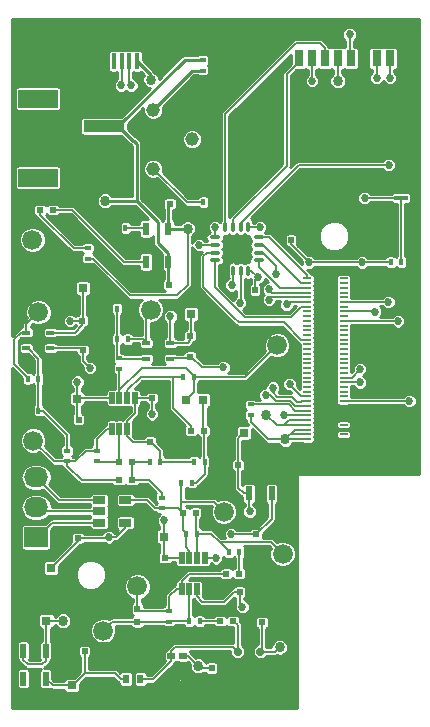
<source format=gbr>
G04 #@! TF.FileFunction,Copper,L1,Top,Signal*
%FSLAX46Y46*%
G04 Gerber Fmt 4.6, Leading zero omitted, Abs format (unit mm)*
G04 Created by KiCad (PCBNEW 0.201602161416+6560~42~ubuntu15.10.1-product) date Wed 17 Feb 2016 02:58:19 PM EST*
%MOMM*%
G01*
G04 APERTURE LIST*
%ADD10C,0.100000*%
%ADD11R,0.600000X0.500000*%
%ADD12R,2.032000X1.727200*%
%ADD13O,2.032000X1.727200*%
%ADD14R,0.800000X0.750000*%
%ADD15R,0.500000X0.600000*%
%ADD16R,0.600000X0.400000*%
%ADD17R,0.400000X0.600000*%
%ADD18R,0.600000X1.100000*%
%ADD19R,0.480000X0.990000*%
%ADD20R,0.600000X1.250000*%
%ADD21C,1.680000*%
%ADD22R,0.500000X1.200000*%
%ADD23C,1.150000*%
%ADD24R,3.395980X1.498600*%
%ADD25R,3.497580X0.995680*%
%ADD26R,0.800000X1.400000*%
%ADD27R,1.350000X1.800000*%
%ADD28R,1.160000X1.500000*%
%ADD29R,0.650000X2.140000*%
%ADD30R,0.600000X1.150000*%
%ADD31R,0.650000X1.600000*%
%ADD32R,0.650000X1.300000*%
%ADD33R,1.100000X0.450000*%
%ADD34R,1.150000X0.450000*%
%ADD35R,2.032000X2.032000*%
%ADD36O,2.032000X2.032000*%
%ADD37R,1.900000X1.600000*%
%ADD38R,1.600000X1.400000*%
%ADD39R,0.400000X1.350000*%
%ADD40C,1.600000*%
%ADD41R,0.750000X0.800000*%
%ADD42R,1.060000X0.650000*%
%ADD43C,0.723000*%
%ADD44C,0.562000*%
%ADD45C,0.512000*%
%ADD46C,1.224000*%
%ADD47R,0.650000X0.545000*%
%ADD48C,1.450000*%
%ADD49R,0.700000X0.200000*%
%ADD50R,0.600000X0.800000*%
%ADD51C,1.550000*%
%ADD52R,0.660400X0.406400*%
%ADD53O,1.000000X0.300000*%
%ADD54O,0.300000X1.000000*%
%ADD55R,2.100000X2.100000*%
%ADD56C,0.457000*%
%ADD57C,0.863600*%
%ADD58C,0.685800*%
%ADD59C,0.152400*%
%ADD60C,0.254000*%
%ADD61C,0.203200*%
G04 APERTURE END LIST*
D10*
D11*
X130666400Y-115417600D03*
X131766400Y-115417600D03*
D12*
X126746000Y-133756400D03*
D13*
X126746000Y-131216400D03*
X126746000Y-128676400D03*
D11*
X143976000Y-138379200D03*
X145076000Y-138379200D03*
X146981000Y-140970000D03*
X145881000Y-140970000D03*
X138074400Y-105511600D03*
X136974400Y-105511600D03*
X137964000Y-112395000D03*
X136864000Y-112395000D03*
X142350400Y-140868400D03*
X143450400Y-140868400D03*
X130717200Y-117906800D03*
X131817200Y-117906800D03*
X130293200Y-133858000D03*
X129193200Y-133858000D03*
D14*
X137542400Y-133705600D03*
X136042400Y-133705600D03*
X130720400Y-112674400D03*
X132220400Y-112674400D03*
D11*
X137659200Y-135534400D03*
X136559200Y-135534400D03*
X145347600Y-133502400D03*
X146447600Y-133502400D03*
X140250000Y-131673600D03*
X139150000Y-131673600D03*
X133774000Y-128930400D03*
X134874000Y-128930400D03*
D15*
X135331200Y-139810400D03*
X135331200Y-140910400D03*
D11*
X133765200Y-127355600D03*
X134865200Y-127355600D03*
X142858400Y-136855200D03*
X143958400Y-136855200D03*
X136406800Y-125679200D03*
X137506800Y-125679200D03*
D15*
X141605000Y-144865000D03*
X141605000Y-145965000D03*
D14*
X144322800Y-124917200D03*
X142822800Y-124917200D03*
D11*
X130852000Y-143383000D03*
X129752000Y-143383000D03*
D14*
X127623000Y-140843000D03*
X126123000Y-140843000D03*
D11*
X143856800Y-127660400D03*
X142756800Y-127660400D03*
D14*
X129806000Y-146304000D03*
X131306000Y-146304000D03*
D11*
X127085000Y-106045000D03*
X128185000Y-106045000D03*
D16*
X131114800Y-110178000D03*
X131114800Y-109278000D03*
D17*
X134308000Y-107569000D03*
X133408000Y-107569000D03*
D16*
X137414000Y-131310800D03*
X137414000Y-130410800D03*
D17*
X136361600Y-127355600D03*
X137261600Y-127355600D03*
D16*
X138023600Y-140912000D03*
X138023600Y-140012000D03*
X131876800Y-127348400D03*
X131876800Y-126448400D03*
D17*
X140607200Y-140868400D03*
X139707200Y-140868400D03*
X139453200Y-133451600D03*
X140353200Y-133451600D03*
X143060000Y-135026400D03*
X143960000Y-135026400D03*
X140092000Y-120192800D03*
X139192000Y-120192800D03*
X141013600Y-127355600D03*
X140113600Y-127355600D03*
D18*
X136057600Y-110439200D03*
X137007600Y-110439200D03*
X137957600Y-110439200D03*
X137957600Y-107639200D03*
X136057600Y-107639200D03*
D19*
X139060400Y-138124400D03*
X139710400Y-138124400D03*
X140360400Y-138124400D03*
X141010400Y-138124400D03*
X141010400Y-135534400D03*
X140360400Y-135534400D03*
X139710400Y-135534400D03*
X139060400Y-135534400D03*
D20*
X144785000Y-130048000D03*
X146685000Y-130048000D03*
X145735000Y-127898000D03*
D21*
X147167600Y-117500400D03*
X126949200Y-114706400D03*
X142646400Y-131622800D03*
X135331200Y-137922000D03*
X132435600Y-141681200D03*
X147624800Y-135178800D03*
D22*
X127569000Y-143383000D03*
X126619000Y-143383000D03*
X125669000Y-143383000D03*
X125669000Y-145733000D03*
X127569000Y-145733000D03*
D16*
X144907000Y-122511400D03*
X144907000Y-123411400D03*
D23*
X139953000Y-100076000D03*
X136653000Y-102576000D03*
X136653000Y-97576000D03*
D24*
X126911100Y-96619060D03*
D25*
X132461000Y-98968560D03*
X132461000Y-100965000D03*
D24*
X126911100Y-103314500D03*
D26*
X156673000Y-93218000D03*
X155573000Y-93218000D03*
X154473000Y-93218000D03*
X153373000Y-93218000D03*
X152273000Y-93218000D03*
X151173000Y-93218000D03*
X150073000Y-93218000D03*
X148973000Y-93218000D03*
D27*
X157563000Y-91168000D03*
D28*
X144243000Y-90918000D03*
D29*
X157888000Y-97798000D03*
D30*
X143963000Y-98893000D03*
D31*
X157888000Y-102878000D03*
D32*
X143988000Y-104818000D03*
D33*
X157663000Y-104383000D03*
D34*
X157638000Y-105043000D03*
D17*
X140901000Y-105410000D03*
X141801000Y-105410000D03*
D16*
X140843000Y-94245000D03*
X140843000Y-93345000D03*
D17*
X156776000Y-110490000D03*
X157676000Y-110490000D03*
D35*
X127050800Y-91592400D03*
D36*
X127050800Y-94132400D03*
D17*
X139946800Y-129133600D03*
X139046800Y-129133600D03*
D15*
X148336000Y-108627000D03*
X148336000Y-107527000D03*
X145288000Y-112861000D03*
X145288000Y-113961000D03*
D37*
X135185000Y-90797000D03*
X132785000Y-90797000D03*
D38*
X137185000Y-93297000D03*
X130785000Y-93297000D03*
D39*
X135285000Y-93472000D03*
X134635000Y-93472000D03*
X133985000Y-93472000D03*
X133335000Y-93472000D03*
X132685000Y-93472000D03*
D40*
X137160000Y-90797000D03*
X130810000Y-90797000D03*
D14*
X130239200Y-122021600D03*
X128739200Y-122021600D03*
D11*
X130344000Y-123799600D03*
X129244000Y-123799600D03*
X136559200Y-121970800D03*
X137659200Y-121970800D03*
X140961200Y-124764800D03*
X139861200Y-124764800D03*
D14*
X139407200Y-122123200D03*
X140907200Y-122123200D03*
D11*
X139810400Y-118465600D03*
X140910400Y-118465600D03*
X139810400Y-116687600D03*
X140910400Y-116687600D03*
D14*
X139864400Y-114858800D03*
X141364400Y-114858800D03*
D16*
X129387600Y-126448400D03*
X129387600Y-127348400D03*
X133807200Y-118618000D03*
X133807200Y-119518000D03*
D17*
X126042000Y-123037600D03*
X126942000Y-123037600D03*
X134511200Y-114401600D03*
X133611200Y-114401600D03*
X126942000Y-120345200D03*
X126042000Y-120345200D03*
X133611200Y-116992400D03*
X134511200Y-116992400D03*
D19*
X133157200Y-124560800D03*
X133807200Y-124560800D03*
X134457200Y-124560800D03*
X135107200Y-124560800D03*
X135107200Y-121970800D03*
X134457200Y-121970800D03*
X133807200Y-121970800D03*
X133157200Y-121970800D03*
D21*
X126492000Y-125577600D03*
X136448800Y-114503200D03*
D41*
X128016000Y-136359200D03*
X128016000Y-137859200D03*
D42*
X134297600Y-132522000D03*
X134297600Y-131572000D03*
X134297600Y-130622000D03*
X132097600Y-130622000D03*
X132097600Y-132522000D03*
X132097600Y-131572000D03*
D43*
X143814000Y-143439000D03*
D44*
X143765000Y-146176000D03*
X145795000Y-146176000D03*
D43*
X145746000Y-143439000D03*
D45*
X144780000Y-143439000D03*
D46*
X144780000Y-145542000D03*
D47*
X138209000Y-143810500D03*
X139159000Y-143810500D03*
D48*
X138684000Y-145288000D03*
D49*
X152781000Y-125443000D03*
X149701000Y-125443000D03*
X152781000Y-125043000D03*
X149701000Y-125043000D03*
X152781000Y-124643000D03*
X149701000Y-124643000D03*
X152781000Y-124243000D03*
X149701000Y-124243000D03*
X152781000Y-123843000D03*
X149701000Y-123843000D03*
X152781000Y-123443000D03*
X149701000Y-123443000D03*
X152781000Y-123043000D03*
X149701000Y-123043000D03*
X152781000Y-122643000D03*
X149701000Y-122643000D03*
X152781000Y-122243000D03*
X149701000Y-122243000D03*
X152781000Y-121843000D03*
X149701000Y-121843000D03*
X152781000Y-121443000D03*
X149701000Y-121443000D03*
X152781000Y-121043000D03*
X149701000Y-121043000D03*
X152781000Y-120643000D03*
X149701000Y-120643000D03*
X152781000Y-120243000D03*
X149701000Y-120243000D03*
X152781000Y-119843000D03*
X149701000Y-119843000D03*
X152781000Y-119443000D03*
X149701000Y-119443000D03*
X152781000Y-119043000D03*
X149701000Y-119043000D03*
X152781000Y-118643000D03*
X149701000Y-118643000D03*
X152781000Y-118243000D03*
X149701000Y-118243000D03*
X152781000Y-117843000D03*
X149701000Y-117843000D03*
X152781000Y-117443000D03*
X149701000Y-117443000D03*
X152781000Y-117043000D03*
X149701000Y-117043000D03*
X152781000Y-116643000D03*
X149701000Y-116643000D03*
X152781000Y-116243000D03*
X149701000Y-116243000D03*
X152781000Y-115843000D03*
X149701000Y-115843000D03*
X152781000Y-115443000D03*
X149701000Y-115443000D03*
X152781000Y-115043000D03*
X149701000Y-115043000D03*
X152781000Y-114643000D03*
X149701000Y-114643000D03*
X152781000Y-114243000D03*
X149701000Y-114243000D03*
X152781000Y-113843000D03*
X149701000Y-113843000D03*
X152781000Y-113443000D03*
X149701000Y-113443000D03*
X152781000Y-113043000D03*
X149701000Y-113043000D03*
X152781000Y-112643000D03*
X149701000Y-112643000D03*
X152781000Y-112243000D03*
X149701000Y-112243000D03*
X152781000Y-111843000D03*
X149701000Y-111843000D03*
D50*
X134366000Y-145792000D03*
X135586000Y-145792000D03*
D51*
X134976000Y-144272000D03*
D21*
X126441200Y-108585000D03*
D52*
X125933200Y-116433600D03*
X125933200Y-117754400D03*
X125933200Y-117094000D03*
X127965200Y-117754400D03*
X127965200Y-116433600D03*
X136093200Y-117322600D03*
X136093200Y-118643400D03*
X136093200Y-117983000D03*
X138125200Y-118643400D03*
X138125200Y-117322600D03*
D53*
X145583400Y-110317800D03*
X145583400Y-109667800D03*
X145583400Y-109017800D03*
X145583400Y-108367800D03*
D54*
X144708400Y-107492800D03*
D53*
X141883400Y-110317800D03*
D54*
X144708400Y-111192800D03*
X144058400Y-107492800D03*
X143408400Y-107492800D03*
X142758400Y-107492800D03*
D53*
X141883400Y-109667800D03*
X141883400Y-109017800D03*
X141883400Y-108367800D03*
D54*
X144058400Y-111192800D03*
X143408400Y-111192800D03*
X142758400Y-111192800D03*
D55*
X143733400Y-109342800D03*
D56*
X144283400Y-109892800D03*
X143283400Y-109892800D03*
X144283400Y-108892800D03*
X143283400Y-108892800D03*
D57*
X139567000Y-107639200D03*
X136448800Y-95021400D03*
D58*
X148209000Y-120777000D03*
X155778200Y-125095000D03*
X154889200Y-125984000D03*
X134950200Y-142494000D03*
X130606800Y-111455200D03*
X142494000Y-123545600D03*
X142138400Y-138226800D03*
X131267200Y-120650000D03*
X137718800Y-123342400D03*
X124968000Y-123037600D03*
X128778000Y-120650000D03*
X136042400Y-132334000D03*
X139319000Y-147447000D03*
X136906000Y-147320000D03*
X146939000Y-147701000D03*
X143637000Y-147701000D03*
X147574000Y-145542000D03*
X135636000Y-112395000D03*
X146431000Y-114554000D03*
X129235200Y-142214600D03*
X142011400Y-102768400D03*
X143967200Y-102717600D03*
D57*
X153898600Y-126822200D03*
X141605000Y-147574000D03*
X128828800Y-100939600D03*
X144678400Y-141884400D03*
X132537200Y-147497800D03*
D58*
X137033000Y-104267000D03*
D57*
X155016200Y-91287600D03*
X132588000Y-105283000D03*
X147828000Y-125476000D03*
D58*
X144830800Y-131572000D03*
X129616200Y-115443000D03*
X138125200Y-115062000D03*
X130251200Y-120599200D03*
X132892800Y-133756400D03*
X137566400Y-132334000D03*
X145542000Y-111760000D03*
D57*
X140462000Y-144653000D03*
X147370800Y-143078200D03*
X152298400Y-95123000D03*
X146253200Y-123393200D03*
X129032000Y-140843000D03*
D58*
X144221200Y-139649200D03*
X142595600Y-119380000D03*
X136550400Y-123342400D03*
X131318000Y-119430800D03*
X143256000Y-133502400D03*
X141986000Y-135534400D03*
X134797800Y-95504000D03*
X146786335Y-121101162D03*
X133934200Y-95504000D03*
X146175679Y-121711818D03*
X145694400Y-107492800D03*
X150114000Y-95123000D03*
X143304518Y-112422682D03*
X153289000Y-91186000D03*
X144018000Y-113919000D03*
X155575000Y-94869000D03*
X156591000Y-102235000D03*
X156718000Y-94869000D03*
X147955000Y-114046000D03*
X154559000Y-105029000D03*
X146474272Y-113643272D03*
X140524520Y-109030673D03*
X141884400Y-107492800D03*
X146456400Y-112776000D03*
X154330400Y-110490000D03*
X149860000Y-110490000D03*
X147701000Y-123444000D03*
X147066000Y-111506000D03*
X158343600Y-122224800D03*
X155448000Y-114655600D03*
X157378400Y-115468400D03*
X154178000Y-119532400D03*
X154178000Y-120650000D03*
X156565600Y-113842800D03*
D59*
X138689999Y-113278001D02*
X135686800Y-113278001D01*
X131114800Y-110178000D02*
X131567200Y-110178000D01*
X131567200Y-110178000D02*
X134667201Y-113278001D01*
X134667201Y-113278001D02*
X135686800Y-113278001D01*
X139567000Y-107639200D02*
X139567000Y-112401000D01*
X139567000Y-112401000D02*
X138689999Y-113278001D01*
D60*
X137957600Y-107639200D02*
X139567000Y-107639200D01*
X136448800Y-95021400D02*
X136448800Y-94635800D01*
X136448800Y-94635800D02*
X135285000Y-93472000D01*
D59*
X138014400Y-107696000D02*
X137957600Y-107639200D01*
X149701000Y-121843000D02*
X149198600Y-121843000D01*
X149198600Y-121843000D02*
X148209000Y-120853400D01*
X148209000Y-120853400D02*
X148209000Y-120777000D01*
D60*
X137957600Y-107639200D02*
X137957600Y-105628400D01*
D59*
X154889200Y-125984000D02*
X155778200Y-125095000D01*
X153898600Y-126822200D02*
X154051000Y-126822200D01*
X154051000Y-126822200D02*
X154889200Y-125984000D01*
X128778000Y-120650000D02*
X128778000Y-119456200D01*
X128778000Y-119456200D02*
X126415800Y-117094000D01*
X126415800Y-117094000D02*
X125933200Y-117094000D01*
X141605000Y-145965000D02*
X140402330Y-145965000D01*
X140402330Y-145965000D02*
X139021729Y-144584399D01*
X139021729Y-144584399D02*
X138684000Y-144584399D01*
X134950200Y-142494000D02*
X134950200Y-143542599D01*
X134950200Y-143542599D02*
X134976000Y-143568399D01*
X129752000Y-143383000D02*
X129802000Y-143383000D01*
X129802000Y-143383000D02*
X130435199Y-142749801D01*
X130435199Y-142749801D02*
X134694399Y-142749801D01*
X134694399Y-142749801D02*
X134950200Y-142494000D01*
X134511200Y-114401600D02*
X134511200Y-113949200D01*
X134511200Y-113949200D02*
X133236400Y-112674400D01*
X133236400Y-112674400D02*
X132772800Y-112674400D01*
X132772800Y-112674400D02*
X132220400Y-112674400D01*
X132220400Y-112674400D02*
X132195400Y-112674400D01*
X132195400Y-112674400D02*
X130976200Y-111455200D01*
X130976200Y-111455200D02*
X130606800Y-111455200D01*
X131766400Y-115417600D02*
X131766400Y-113128400D01*
X131766400Y-113128400D02*
X132220400Y-112674400D01*
X131766400Y-115417600D02*
X131766400Y-117856000D01*
X131766400Y-117856000D02*
X131817200Y-117906800D01*
D61*
X153898600Y-122910600D02*
X153631000Y-122643000D01*
X153631000Y-122643000D02*
X152781000Y-122643000D01*
X153898600Y-123317000D02*
X153898600Y-122910600D01*
X153898600Y-123317000D02*
X153624600Y-123043000D01*
X153624600Y-123043000D02*
X152781000Y-123043000D01*
X153898600Y-123723400D02*
X153898600Y-123317000D01*
X153898600Y-123723400D02*
X153618200Y-123443000D01*
X153618200Y-123443000D02*
X152781000Y-123443000D01*
X153898600Y-124407400D02*
X153898600Y-123723400D01*
X153898600Y-125207400D02*
X153898600Y-124407400D01*
X153898600Y-124407400D02*
X153334200Y-123843000D01*
X153334200Y-123843000D02*
X152781000Y-123843000D01*
X153898600Y-126007400D02*
X153898600Y-125207400D01*
X153898600Y-125207400D02*
X153334200Y-124643000D01*
X153334200Y-124643000D02*
X152781000Y-124643000D01*
D59*
X142822800Y-124917200D02*
X142822800Y-123874400D01*
X142822800Y-123874400D02*
X142494000Y-123545600D01*
X142756800Y-127660400D02*
X142756800Y-124983200D01*
X142756800Y-124983200D02*
X142822800Y-124917200D01*
X141010400Y-138124400D02*
X142036000Y-138124400D01*
X142036000Y-138124400D02*
X142138400Y-138226800D01*
X135107200Y-124560800D02*
X136500400Y-124560800D01*
X136500400Y-124560800D02*
X137718800Y-123342400D01*
X137506800Y-125679200D02*
X137506800Y-123554400D01*
X137506800Y-123554400D02*
X137718800Y-123342400D01*
X137659200Y-121970800D02*
X137659200Y-123282800D01*
X137659200Y-123282800D02*
X137718800Y-123342400D01*
X126042000Y-123037600D02*
X124968000Y-123037600D01*
X137007600Y-110439200D02*
X137007600Y-112251400D01*
X136864000Y-112395000D02*
X135636000Y-112395000D01*
X128739200Y-122021600D02*
X128739200Y-120688800D01*
X128739200Y-120688800D02*
X128778000Y-120650000D01*
X128739200Y-122021600D02*
X128739200Y-123344800D01*
X128739200Y-123344800D02*
X129194000Y-123799600D01*
X129194000Y-123799600D02*
X129244000Y-123799600D01*
X134297600Y-131572000D02*
X135280400Y-131572000D01*
X135280400Y-131572000D02*
X136042400Y-132334000D01*
X136042400Y-133705600D02*
X136042400Y-135067600D01*
X136042400Y-135067600D02*
X136509200Y-135534400D01*
X136509200Y-135534400D02*
X136559200Y-135534400D01*
X136042400Y-133705600D02*
X136042400Y-132334000D01*
X132537200Y-147497800D02*
X136728200Y-147497800D01*
X136728200Y-147497800D02*
X136906000Y-147320000D01*
X145795000Y-146176000D02*
X146939000Y-147320000D01*
X146939000Y-147320000D02*
X146939000Y-147701000D01*
X143765000Y-146176000D02*
X143765000Y-147573000D01*
X143765000Y-147573000D02*
X143637000Y-147701000D01*
X145795000Y-146176000D02*
X146940000Y-146176000D01*
X146940000Y-146176000D02*
X147574000Y-145542000D01*
X137007600Y-112251400D02*
X136864000Y-112395000D01*
X145288000Y-113961000D02*
X145838000Y-113961000D01*
X145838000Y-113961000D02*
X146431000Y-114554000D01*
X145735000Y-127898000D02*
X145735000Y-127573000D01*
X141605000Y-147574000D02*
X140970000Y-147574000D01*
X140970000Y-147574000D02*
X139204665Y-145808665D01*
X141605000Y-145965000D02*
X141605000Y-147574000D01*
X143765000Y-146176000D02*
X142367000Y-147574000D01*
X142367000Y-147574000D02*
X141605000Y-147574000D01*
X144780000Y-143439000D02*
X144780000Y-145008399D01*
X145795000Y-146176000D02*
X145514001Y-145895001D01*
X145514001Y-145895001D02*
X145216729Y-145895001D01*
X143765000Y-146176000D02*
X144045999Y-145895001D01*
X144045999Y-145895001D02*
X144343271Y-145895001D01*
X137185000Y-93297000D02*
X137185000Y-90947000D01*
X137185000Y-90947000D02*
X137335000Y-90797000D01*
X132685000Y-93472000D02*
X130960000Y-93472000D01*
X130960000Y-93472000D02*
X130785000Y-93297000D01*
X132685000Y-93472000D02*
X132685000Y-90897000D01*
X132685000Y-90897000D02*
X132785000Y-90797000D01*
X142758400Y-111192800D02*
X142758400Y-110417800D01*
X142758400Y-110417800D02*
X143283400Y-109892800D01*
X129752000Y-143383000D02*
X129752000Y-142731400D01*
X129752000Y-142731400D02*
X129235200Y-142214600D01*
X141801000Y-105410000D02*
X141801000Y-102978800D01*
X141801000Y-102978800D02*
X142011400Y-102768400D01*
X143988000Y-104818000D02*
X143988000Y-102738400D01*
X143988000Y-102738400D02*
X143967200Y-102717600D01*
X157663000Y-104383000D02*
X157663000Y-103103000D01*
X157663000Y-103103000D02*
X157888000Y-102878000D01*
D61*
X152781000Y-125443000D02*
X153334200Y-125443000D01*
X153334200Y-125443000D02*
X153898600Y-126007400D01*
X153898600Y-126007400D02*
X153898600Y-126211543D01*
X153898600Y-126211543D02*
X153898600Y-126822200D01*
X152781000Y-125443000D02*
X153031000Y-125443000D01*
D60*
X132461000Y-100965000D02*
X128854200Y-100965000D01*
D59*
X128854200Y-100965000D02*
X128828800Y-100939600D01*
X144780000Y-143439000D02*
X144780000Y-141986000D01*
X144780000Y-141986000D02*
X144678400Y-141884400D01*
X131306000Y-146304000D02*
X131331000Y-146304000D01*
X131331000Y-146304000D02*
X132524800Y-147497800D01*
X136974400Y-105511600D02*
X136974400Y-104325600D01*
X136974400Y-104325600D02*
X137033000Y-104267000D01*
X154473000Y-93218000D02*
X154473000Y-91830800D01*
X154473000Y-91830800D02*
X155016200Y-91287600D01*
D60*
X137957600Y-110439200D02*
X137957600Y-112388600D01*
X137957600Y-112388600D02*
X137964000Y-112395000D01*
D59*
X147828000Y-125476000D02*
X146390600Y-125476000D01*
X146390600Y-125476000D02*
X144907000Y-123992400D01*
X144907000Y-123992400D02*
X144907000Y-123411400D01*
D61*
X147828000Y-125476000D02*
X148661000Y-124643000D01*
X148661000Y-124643000D02*
X149701000Y-124643000D01*
D59*
X147828000Y-125476000D02*
X148261000Y-125043000D01*
D61*
X148261000Y-125043000D02*
X149701000Y-125043000D01*
D60*
X135255000Y-105283000D02*
X132588000Y-105283000D01*
D61*
X149701000Y-125443000D02*
X147861000Y-125443000D01*
D59*
X147861000Y-125443000D02*
X147828000Y-125476000D01*
D60*
X132461000Y-98968560D02*
X133711950Y-98968560D01*
X133711950Y-98968560D02*
X139335510Y-93345000D01*
X139335510Y-93345000D02*
X140289000Y-93345000D01*
X140289000Y-93345000D02*
X140843000Y-93345000D01*
X135255000Y-105283000D02*
X135255000Y-100457000D01*
X134946390Y-100203000D02*
X135001000Y-100203000D01*
X135001000Y-100203000D02*
X135255000Y-100457000D01*
X134946390Y-100203000D02*
X133711950Y-98968560D01*
X137033000Y-107061000D02*
X135255000Y-105283000D01*
X137033000Y-108812200D02*
X137033000Y-107061000D01*
X137957600Y-110439200D02*
X137957600Y-109736800D01*
X137957600Y-109736800D02*
X137033000Y-108812200D01*
D59*
X129616200Y-115443000D02*
X130641000Y-115443000D01*
X130641000Y-115443000D02*
X130666400Y-115417600D01*
X127965200Y-116433600D02*
X127965200Y-116281200D01*
X127965200Y-116433600D02*
X130052800Y-116433600D01*
X130052800Y-116433600D02*
X130666400Y-115820000D01*
X130666400Y-115820000D02*
X130666400Y-115417600D01*
X144785000Y-130048000D02*
X144785000Y-131526200D01*
X144785000Y-131526200D02*
X144830800Y-131572000D01*
X128016000Y-136359200D02*
X128016000Y-136334200D01*
X128016000Y-136334200D02*
X130293200Y-134057000D01*
X130293200Y-134057000D02*
X130293200Y-133858000D01*
X130293200Y-133858000D02*
X132791200Y-133858000D01*
X132791200Y-133858000D02*
X132892800Y-133756400D01*
X138125200Y-117297200D02*
X138125200Y-115062000D01*
X130720400Y-112674400D02*
X130720400Y-115363600D01*
X130720400Y-115363600D02*
X130666400Y-115417600D01*
X130669600Y-115414400D02*
X130666400Y-115417600D01*
X143856800Y-127660400D02*
X143856800Y-125383200D01*
X143856800Y-125383200D02*
X144322800Y-124917200D01*
X144785000Y-130048000D02*
X144332600Y-130048000D01*
X144332600Y-130048000D02*
X143856800Y-129572200D01*
X143856800Y-129572200D02*
X143856800Y-128062800D01*
X143856800Y-128062800D02*
X143856800Y-127660400D01*
X139864400Y-114858800D02*
X139864400Y-116633600D01*
X139864400Y-116633600D02*
X139810400Y-116687600D01*
X138125200Y-117297200D02*
X139603200Y-117297200D01*
X139603200Y-117297200D02*
X139810400Y-117090000D01*
X139810400Y-117090000D02*
X139810400Y-116687600D01*
X130239200Y-122021600D02*
X130239200Y-120611200D01*
X130239200Y-120611200D02*
X130251200Y-120599200D01*
X130239200Y-122021600D02*
X130239200Y-123694800D01*
X130239200Y-123694800D02*
X130344000Y-123799600D01*
X133157200Y-121970800D02*
X130290000Y-121970800D01*
X130290000Y-121970800D02*
X130239200Y-122021600D01*
X134297600Y-132522000D02*
X134297600Y-132999400D01*
X134297600Y-132999400D02*
X133540600Y-133756400D01*
X133540600Y-133756400D02*
X132892800Y-133756400D01*
X137542400Y-133705600D02*
X137542400Y-132358000D01*
X137542400Y-132358000D02*
X137566400Y-132334000D01*
X137542400Y-133705600D02*
X137542400Y-135417600D01*
X137542400Y-135417600D02*
X137659200Y-135534400D01*
X139060400Y-135534400D02*
X137659200Y-135534400D01*
X145288000Y-112861000D02*
X145288000Y-112014000D01*
X145288000Y-112014000D02*
X145542000Y-111760000D01*
X144708400Y-111192800D02*
X144974800Y-111192800D01*
X144974800Y-111192800D02*
X145542000Y-111760000D01*
X139159000Y-143810500D02*
X139619500Y-143810500D01*
X139619500Y-143810500D02*
X140030201Y-144221201D01*
X140030201Y-144221201D02*
X140462000Y-144653000D01*
X141605000Y-144865000D02*
X140674000Y-144865000D01*
X140674000Y-144865000D02*
X140462000Y-144653000D01*
X145746000Y-143439000D02*
X147010000Y-143439000D01*
X147010000Y-143439000D02*
X147370800Y-143078200D01*
X152273000Y-93218000D02*
X152273000Y-95097600D01*
X152273000Y-95097600D02*
X152298400Y-95123000D01*
D61*
X149701000Y-124243000D02*
X147675600Y-124243000D01*
X147675600Y-124243000D02*
X147103000Y-124243000D01*
X149701000Y-123843000D02*
X148147822Y-123843000D01*
X148147822Y-123843000D02*
X147747822Y-124243000D01*
D59*
X147747822Y-124243000D02*
X147675600Y-124243000D01*
D61*
X147103000Y-124243000D02*
X146253200Y-123393200D01*
D59*
X127623000Y-140843000D02*
X129032000Y-140843000D01*
X125669000Y-143383000D02*
X125669000Y-144135400D01*
X125669000Y-144135400D02*
X126059600Y-144526000D01*
X126059600Y-144526000D02*
X127254000Y-144526000D01*
X127254000Y-144526000D02*
X127569000Y-144211000D01*
X127569000Y-144211000D02*
X127569000Y-143383000D01*
X127623000Y-140843000D02*
X127623000Y-143329000D01*
X127623000Y-143329000D02*
X127569000Y-143383000D01*
X145881000Y-140970000D02*
X145881000Y-143304000D01*
X145881000Y-143304000D02*
X145746000Y-143439000D01*
X140607200Y-140868400D02*
X142350400Y-140868400D01*
X135586000Y-145792000D02*
X136652400Y-145792000D01*
X136652400Y-145792000D02*
X138209000Y-144235400D01*
X138209000Y-144235400D02*
X138209000Y-143810500D01*
X143814000Y-143439000D02*
X143814000Y-141232000D01*
X143814000Y-141232000D02*
X143450400Y-140868400D01*
X138209000Y-143810500D02*
X138209000Y-143385600D01*
X138209000Y-143385600D02*
X138517099Y-143077501D01*
X138517099Y-143077501D02*
X143452501Y-143077501D01*
X143452501Y-143077501D02*
X143814000Y-143439000D01*
X138162500Y-143764000D02*
X138209000Y-143810500D01*
X127965200Y-117754400D02*
X130564800Y-117754400D01*
X130564800Y-117754400D02*
X130717200Y-117906800D01*
X143976000Y-138379200D02*
X143976000Y-139404000D01*
X143976000Y-139404000D02*
X144221200Y-139649200D01*
X140831400Y-139242800D02*
X142660000Y-139242800D01*
X142660000Y-139242800D02*
X143523600Y-138379200D01*
X143523600Y-138379200D02*
X143976000Y-138379200D01*
X140360400Y-138124400D02*
X140360400Y-138771800D01*
X140360400Y-138771800D02*
X140831400Y-139242800D01*
X139810400Y-118465600D02*
X139860400Y-118465600D01*
X139860400Y-118465600D02*
X140774800Y-119380000D01*
X140774800Y-119380000D02*
X142595600Y-119380000D01*
X136559200Y-123333600D02*
X136550400Y-123342400D01*
X136559200Y-121970800D02*
X136559200Y-123333600D01*
X146685000Y-130048000D02*
X146685000Y-132215000D01*
X146685000Y-132215000D02*
X145397600Y-133502400D01*
X145397600Y-133502400D02*
X145347600Y-133502400D01*
X130717200Y-117906800D02*
X130717200Y-118830000D01*
X130717200Y-118830000D02*
X131318000Y-119430800D01*
X130706800Y-117896400D02*
X130717200Y-117906800D01*
X138125200Y-118597200D02*
X139678800Y-118597200D01*
X139678800Y-118597200D02*
X139810400Y-118465600D01*
X135107200Y-121970800D02*
X136559200Y-121970800D01*
X134457200Y-124560800D02*
X134457200Y-123913400D01*
X134457200Y-123913400D02*
X135107200Y-123263400D01*
X135107200Y-123263400D02*
X135107200Y-122618200D01*
X135107200Y-122618200D02*
X135107200Y-121970800D01*
X137261600Y-127355600D02*
X140113600Y-127355600D01*
X137261600Y-127355600D02*
X137261600Y-126484000D01*
X137261600Y-126484000D02*
X136456800Y-125679200D01*
X136456800Y-125679200D02*
X136406800Y-125679200D01*
X136406800Y-125679200D02*
X134928200Y-125679200D01*
X134928200Y-125679200D02*
X134457200Y-125208200D01*
X134457200Y-125208200D02*
X134457200Y-124560800D01*
X137228400Y-127322400D02*
X137261600Y-127355600D01*
X143256000Y-133502400D02*
X145347600Y-133502400D01*
X141010400Y-135534400D02*
X141986000Y-135534400D01*
X139046800Y-130657600D02*
X139046800Y-130810000D01*
X142646400Y-131622800D02*
X141806401Y-130782801D01*
X139046800Y-130810000D02*
X139046800Y-131570400D01*
X141806401Y-130782801D02*
X139073999Y-130782801D01*
X139073999Y-130782801D02*
X139046800Y-130810000D01*
X139046800Y-129133600D02*
X139046800Y-130657600D01*
X139046800Y-131570400D02*
X139150000Y-131673600D01*
X136108400Y-130622000D02*
X136797200Y-131310800D01*
X136797200Y-131310800D02*
X137414000Y-131310800D01*
X134297600Y-130622000D02*
X136108400Y-130622000D01*
X137414000Y-131310800D02*
X138787200Y-131310800D01*
X138787200Y-131310800D02*
X139150000Y-131673600D01*
X139150000Y-131673600D02*
X139150000Y-133148400D01*
X139150000Y-133148400D02*
X139453200Y-133451600D01*
X139446000Y-134622600D02*
X139453200Y-134615400D01*
X139453200Y-134615400D02*
X139453200Y-133451600D01*
X139710400Y-135534400D02*
X139710400Y-134887000D01*
X139710400Y-134887000D02*
X139446000Y-134622600D01*
X135331200Y-139810400D02*
X135331200Y-139358000D01*
X135331200Y-139358000D02*
X135331200Y-137922000D01*
X138023600Y-140012000D02*
X135532800Y-140012000D01*
X135532800Y-140012000D02*
X135331200Y-139810400D01*
X139682200Y-136855200D02*
X142858400Y-136855200D01*
X139060400Y-138124400D02*
X139060400Y-137477000D01*
X139060400Y-137477000D02*
X139682200Y-136855200D01*
X138023600Y-140012000D02*
X138023600Y-138768800D01*
X138023600Y-138768800D02*
X138668000Y-138124400D01*
X138668000Y-138124400D02*
X139060400Y-138124400D01*
X143958400Y-136855200D02*
X143958400Y-135028000D01*
X143958400Y-135028000D02*
X143960000Y-135026400D01*
X134366000Y-145792000D02*
X133913600Y-145792000D01*
X133913600Y-145792000D02*
X133404600Y-145283000D01*
X133404600Y-145283000D02*
X130852000Y-145283000D01*
X130852000Y-143383000D02*
X130852000Y-145283000D01*
X130852000Y-145283000D02*
X129831000Y-146304000D01*
X129831000Y-146304000D02*
X129806000Y-146304000D01*
X129806000Y-146304000D02*
X128140000Y-146304000D01*
X128140000Y-146304000D02*
X127569000Y-145733000D01*
X127085000Y-106045000D02*
X127085000Y-106447400D01*
X127085000Y-106447400D02*
X129915600Y-109278000D01*
X129915600Y-109278000D02*
X130662400Y-109278000D01*
X130662400Y-109278000D02*
X131114800Y-109278000D01*
X134213600Y-110439200D02*
X135605200Y-110439200D01*
X128185000Y-106045000D02*
X129819400Y-106045000D01*
X129819400Y-106045000D02*
X134213600Y-110439200D01*
X128185000Y-106045000D02*
X128235000Y-106045000D01*
X135605200Y-110439200D02*
X136057600Y-110439200D01*
X134874000Y-110439200D02*
X135605200Y-110439200D01*
X128058000Y-106045000D02*
X128108000Y-106045000D01*
X134308000Y-107569000D02*
X135987400Y-107569000D01*
X135987400Y-107569000D02*
X136057600Y-107639200D01*
X134635000Y-93472000D02*
X134635000Y-95341200D01*
X134635000Y-95341200D02*
X134797800Y-95504000D01*
X148829926Y-122277900D02*
X148421227Y-121869201D01*
X149176000Y-122243000D02*
X149141100Y-122277900D01*
X148421227Y-121869201D02*
X147177204Y-121869201D01*
X149701000Y-122243000D02*
X149176000Y-122243000D01*
X149141100Y-122277900D02*
X148829926Y-122277900D01*
X147177204Y-121869201D02*
X146786335Y-121478332D01*
X146786335Y-121478332D02*
X146786335Y-121101162D01*
X133985000Y-93472000D02*
X133985000Y-95453200D01*
X133985000Y-95453200D02*
X133934200Y-95504000D01*
X149176000Y-122643000D02*
X149141100Y-122608100D01*
X149701000Y-122643000D02*
X149176000Y-122643000D01*
X149141100Y-122608100D02*
X148693166Y-122608100D01*
X147040423Y-122199392D02*
X146552849Y-121711818D01*
X146552849Y-121711818D02*
X146175679Y-121711818D01*
X148693166Y-122608100D02*
X148284458Y-122199392D01*
X148284458Y-122199392D02*
X147040423Y-122199392D01*
X132097600Y-130622000D02*
X128691600Y-130622000D01*
X128691600Y-130622000D02*
X126796810Y-128727210D01*
X126796810Y-128727210D02*
X126746000Y-128727210D01*
X142296400Y-134162800D02*
X143060000Y-134926400D01*
X141585200Y-133451600D02*
X142296400Y-134162800D01*
X142296400Y-134162800D02*
X146608800Y-134162800D01*
X146608800Y-134162800D02*
X147624800Y-135178800D01*
X140353200Y-133451600D02*
X141585200Y-133451600D01*
X143060000Y-134926400D02*
X143060000Y-135026400D01*
X140250000Y-131673600D02*
X140250000Y-133348400D01*
X140250000Y-133348400D02*
X140353200Y-133451600D01*
X140360400Y-135534400D02*
X140360400Y-133458800D01*
X140360400Y-133458800D02*
X140353200Y-133451600D01*
X135331200Y-140910400D02*
X133206400Y-140910400D01*
X133206400Y-140910400D02*
X132435600Y-141681200D01*
X138023600Y-140912000D02*
X135332800Y-140912000D01*
X135332800Y-140912000D02*
X135331200Y-140910400D01*
X139707200Y-140868400D02*
X138067200Y-140868400D01*
X138067200Y-140868400D02*
X138023600Y-140912000D01*
X139707200Y-140868400D02*
X139707200Y-138127600D01*
X139707200Y-138127600D02*
X139710400Y-138124400D01*
X143408400Y-107492800D02*
X143408400Y-106840400D01*
X143408400Y-106840400D02*
X147955000Y-102293800D01*
X147955000Y-102293800D02*
X147955000Y-94536000D01*
X147955000Y-94536000D02*
X148973000Y-93518000D01*
X148973000Y-93518000D02*
X148973000Y-93218000D01*
X145694400Y-107492800D02*
X144708400Y-107492800D01*
X150114000Y-95123000D02*
X150114000Y-93259000D01*
X150114000Y-93259000D02*
X150073000Y-93218000D01*
X142758400Y-97921118D02*
X148731518Y-91948000D01*
X150749000Y-91941600D02*
X151173000Y-92365600D01*
X148731518Y-91948000D02*
X150742600Y-91948000D01*
X150742600Y-91948000D02*
X150749000Y-91941600D01*
X142758400Y-107492800D02*
X142758400Y-97921118D01*
X151173000Y-92365600D02*
X151173000Y-93218000D01*
X143408400Y-111192800D02*
X143408400Y-112318800D01*
X143408400Y-112318800D02*
X143304518Y-112422682D01*
X153289000Y-91186000D02*
X153289000Y-93134000D01*
X153289000Y-93134000D02*
X153373000Y-93218000D01*
X153289000Y-93302000D02*
X153373000Y-93218000D01*
X144058400Y-111192800D02*
X144058400Y-113934000D01*
X155575000Y-94869000D02*
X155575000Y-93220000D01*
X155575000Y-93220000D02*
X155573000Y-93218000D01*
X144058400Y-107142800D02*
X148966200Y-102235000D01*
X148966200Y-102235000D02*
X156591000Y-102235000D01*
X144058400Y-107492800D02*
X144058400Y-107142800D01*
X156718000Y-94869000D02*
X156718000Y-93263000D01*
X156718000Y-93263000D02*
X156673000Y-93218000D01*
X148158201Y-122504201D02*
X148151002Y-122511400D01*
X148151002Y-122511400D02*
X144907000Y-122511400D01*
X149701000Y-123043000D02*
X148697000Y-123043000D01*
X148697000Y-123043000D02*
X148158201Y-122504201D01*
X149701000Y-117043000D02*
X149198600Y-117043000D01*
X147725600Y-115570000D02*
X143910482Y-115570000D01*
X149198600Y-117043000D02*
X147725600Y-115570000D01*
X143910482Y-115570000D02*
X143535400Y-115194918D01*
X143618394Y-115277912D02*
X143535400Y-115194918D01*
X143535400Y-115194918D02*
X140919200Y-112578718D01*
X140919200Y-112578718D02*
X140919200Y-109979600D01*
X140919200Y-109979600D02*
X141231000Y-109667800D01*
X141231000Y-109667800D02*
X141883400Y-109667800D01*
X141883400Y-109667800D02*
X141533400Y-109667800D01*
X149198600Y-114243000D02*
X149701000Y-114243000D01*
X148316098Y-115125502D02*
X149198600Y-114243000D01*
X144404078Y-115125502D02*
X148316098Y-115125502D01*
X141883400Y-112604824D02*
X144404078Y-115125502D01*
X141883400Y-110317800D02*
X141883400Y-112604824D01*
X157638000Y-110452000D02*
X157676000Y-110490000D01*
X148158000Y-113843000D02*
X147955000Y-114046000D01*
X149701000Y-113843000D02*
X148158000Y-113843000D01*
X157638000Y-105043000D02*
X157638000Y-110452000D01*
X157638000Y-105043000D02*
X154573000Y-105043000D01*
X154573000Y-105043000D02*
X154559000Y-105029000D01*
X146674544Y-113443000D02*
X146474272Y-113643272D01*
X149701000Y-113443000D02*
X146674544Y-113443000D01*
X141883400Y-109017800D02*
X140537393Y-109017800D01*
X140537393Y-109017800D02*
X140524520Y-109030673D01*
X149701000Y-113043000D02*
X146723400Y-113043000D01*
X146723400Y-113043000D02*
X146456400Y-112776000D01*
X141883400Y-108367800D02*
X141883400Y-107493800D01*
X141883400Y-107493800D02*
X141884400Y-107492800D01*
X149701000Y-112643000D02*
X147357178Y-112643000D01*
X147357178Y-112643000D02*
X145583400Y-110869222D01*
X145583400Y-110869222D02*
X145583400Y-110620200D01*
X145583400Y-110620200D02*
X145583400Y-110317800D01*
X149701000Y-112243000D02*
X149158600Y-112243000D01*
X149158600Y-112243000D02*
X145933400Y-109017800D01*
X145933400Y-109017800D02*
X145583400Y-109017800D01*
X149701000Y-111843000D02*
X149701000Y-111590600D01*
X149701000Y-111590600D02*
X146478200Y-108367800D01*
X146478200Y-108367800D02*
X146235800Y-108367800D01*
X146235800Y-108367800D02*
X145583400Y-108367800D01*
X156776000Y-110490000D02*
X154330400Y-110490000D01*
X154330400Y-110490000D02*
X153924000Y-110490000D01*
X148336000Y-108627000D02*
X148336000Y-108966000D01*
X148336000Y-108966000D02*
X149517101Y-110147101D01*
X149517101Y-110147101D02*
X149860000Y-110490000D01*
X153924000Y-110490000D02*
X149860000Y-110490000D01*
X149701000Y-123443000D02*
X147702000Y-123443000D01*
X147702000Y-123443000D02*
X147701000Y-123444000D01*
X145583400Y-109667800D02*
X145933400Y-109667800D01*
X145933400Y-109667800D02*
X147066000Y-110800400D01*
X147066000Y-110800400D02*
X147066000Y-111506000D01*
X136653000Y-102576000D02*
X139487000Y-105410000D01*
X139487000Y-105410000D02*
X140901000Y-105410000D01*
D60*
X140843000Y-94245000D02*
X139984000Y-94245000D01*
X139984000Y-94245000D02*
X136653000Y-97576000D01*
D59*
X152781000Y-122243000D02*
X158325400Y-122243000D01*
X158325400Y-122243000D02*
X158343600Y-122224800D01*
X152781000Y-114643000D02*
X155435400Y-114643000D01*
X155435400Y-114643000D02*
X155448000Y-114655600D01*
X136361600Y-127355600D02*
X134865200Y-127355600D01*
X134865200Y-127355600D02*
X134865200Y-128921600D01*
X134865200Y-128921600D02*
X134874000Y-128930400D01*
X134874000Y-128930400D02*
X136286000Y-128930400D01*
X136286000Y-128930400D02*
X137414000Y-130058400D01*
X137414000Y-130058400D02*
X137414000Y-130410800D01*
X133765200Y-127355600D02*
X133765200Y-124602800D01*
X133765200Y-124602800D02*
X133807200Y-124560800D01*
X133765200Y-127355600D02*
X131884000Y-127355600D01*
X131884000Y-127355600D02*
X131876800Y-127348400D01*
X139946800Y-129133600D02*
X140299200Y-129133600D01*
X140299200Y-129133600D02*
X141013600Y-128419200D01*
X141013600Y-128419200D02*
X141013600Y-127808000D01*
X141013600Y-127808000D02*
X141013600Y-127355600D01*
X140907200Y-122123200D02*
X140907200Y-124710800D01*
X140907200Y-124710800D02*
X140961200Y-124764800D01*
X140961200Y-124764800D02*
X140961200Y-127303200D01*
X140961200Y-127303200D02*
X141013600Y-127355600D01*
X138328400Y-120192800D02*
X139192000Y-120192800D01*
X135587800Y-120192800D02*
X138328400Y-120192800D01*
X138328400Y-120192800D02*
X138328400Y-122829600D01*
X134457200Y-121970800D02*
X134457200Y-121323400D01*
X134457200Y-121323400D02*
X135587800Y-120192800D01*
X138328400Y-122829600D02*
X139861200Y-124362400D01*
X139861200Y-124362400D02*
X139861200Y-124764800D01*
X140092000Y-120192800D02*
X144475200Y-120192800D01*
X144475200Y-120192800D02*
X147167600Y-117500400D01*
X135699800Y-119430800D02*
X139430000Y-119430800D01*
X139430000Y-119430800D02*
X140092000Y-120092800D01*
X140092000Y-120092800D02*
X140092000Y-120192800D01*
X133807200Y-121323400D02*
X135699800Y-119430800D01*
X140092000Y-120192800D02*
X140092000Y-121463400D01*
X140092000Y-121463400D02*
X139432200Y-122123200D01*
X139432200Y-122123200D02*
X139407200Y-122123200D01*
X133807200Y-121970800D02*
X133807200Y-121323400D01*
X133807200Y-121970800D02*
X133807200Y-119518000D01*
X133807200Y-121970800D02*
X133807200Y-121310400D01*
X132097600Y-132522000D02*
X128132800Y-132522000D01*
X128132800Y-132522000D02*
X126898400Y-133756400D01*
X126898400Y-133756400D02*
X126746000Y-133756400D01*
X129387600Y-127348400D02*
X128262800Y-127348400D01*
X128262800Y-127348400D02*
X126492000Y-125577600D01*
X130055200Y-127348400D02*
X130955200Y-126448400D01*
X130955200Y-126448400D02*
X131876800Y-126448400D01*
X129387600Y-127348400D02*
X130055200Y-127348400D01*
X133774000Y-128930400D02*
X130617200Y-128930400D01*
X130617200Y-128930400D02*
X129387600Y-127700800D01*
X129387600Y-127700800D02*
X129387600Y-127348400D01*
X133157200Y-124560800D02*
X132764800Y-124560800D01*
X132764800Y-124560800D02*
X131876800Y-125448800D01*
X131876800Y-125448800D02*
X131876800Y-126096000D01*
X131876800Y-126096000D02*
X131876800Y-126448400D01*
X124917200Y-119120400D02*
X124917200Y-116967000D01*
X124917200Y-116967000D02*
X125450600Y-116433600D01*
X125450600Y-116433600D02*
X125933200Y-116433600D01*
X126042000Y-120345200D02*
X126042000Y-120245200D01*
X126042000Y-120245200D02*
X124917200Y-119120400D01*
X125933200Y-116433600D02*
X125933200Y-115722400D01*
X125933200Y-115722400D02*
X126949200Y-114706400D01*
X136093200Y-117322600D02*
X136093200Y-114858800D01*
X136093200Y-114858800D02*
X136448800Y-114503200D01*
X134511200Y-116992400D02*
X135763000Y-116992400D01*
X135763000Y-116992400D02*
X136093200Y-117322600D01*
X136225200Y-114726800D02*
X136448800Y-114503200D01*
X157353000Y-115443000D02*
X157378400Y-115468400D01*
X152781000Y-115443000D02*
X157353000Y-115443000D01*
X132097600Y-131572000D02*
X127101600Y-131572000D01*
X127101600Y-131572000D02*
X126746000Y-131216400D01*
X126942000Y-120345200D02*
X126942000Y-118636200D01*
X126942000Y-118636200D02*
X126060200Y-117754400D01*
X126060200Y-117754400D02*
X125933200Y-117754400D01*
X126949200Y-120338000D02*
X126942000Y-120345200D01*
X129387600Y-126448400D02*
X129387600Y-125130800D01*
X129387600Y-125130800D02*
X127294400Y-123037600D01*
X127294400Y-123037600D02*
X126942000Y-123037600D01*
X126942000Y-120345200D02*
X126942000Y-120797600D01*
X126942000Y-120797600D02*
X126942000Y-123037600D01*
X126942000Y-122986800D02*
X126891200Y-123037600D01*
X136093200Y-118643400D02*
X133832600Y-118643400D01*
X133832600Y-118643400D02*
X133807200Y-118618000D01*
X133611200Y-114401600D02*
X133611200Y-114854000D01*
X133611200Y-114854000D02*
X133611200Y-116992400D01*
X133611200Y-116992400D02*
X133611200Y-118422000D01*
X133611200Y-118422000D02*
X133807200Y-118618000D01*
X152781000Y-120243000D02*
X153467400Y-120243000D01*
X153467400Y-120243000D02*
X154178000Y-119532400D01*
X152781000Y-120643000D02*
X154171000Y-120643000D01*
X154171000Y-120643000D02*
X154178000Y-120650000D01*
X153974600Y-113843000D02*
X153974800Y-113842800D01*
X153974800Y-113842800D02*
X156565600Y-113842800D01*
X152781000Y-113843000D02*
X153974600Y-113843000D01*
D60*
G36*
X159157600Y-128397000D02*
X148971000Y-128397000D01*
X148922399Y-128406667D01*
X148881197Y-128434197D01*
X148853667Y-128475399D01*
X148844000Y-128524000D01*
X148844000Y-148235600D01*
X124687400Y-148235600D01*
X124687400Y-142783000D01*
X125134127Y-142783000D01*
X125134127Y-143983000D01*
X125155812Y-144092016D01*
X125217564Y-144184436D01*
X125309984Y-144246188D01*
X125336485Y-144251459D01*
X125340468Y-144271483D01*
X125417553Y-144386847D01*
X125808153Y-144777447D01*
X125913931Y-144848127D01*
X125419000Y-144848127D01*
X125309984Y-144869812D01*
X125217564Y-144931564D01*
X125155812Y-145023984D01*
X125134127Y-145133000D01*
X125134127Y-146333000D01*
X125155812Y-146442016D01*
X125217564Y-146534436D01*
X125309984Y-146596188D01*
X125419000Y-146617873D01*
X125919000Y-146617873D01*
X126028016Y-146596188D01*
X126120436Y-146534436D01*
X126182188Y-146442016D01*
X126203873Y-146333000D01*
X126203873Y-145133000D01*
X126182188Y-145023984D01*
X126120436Y-144931564D01*
X126039749Y-144877651D01*
X126059600Y-144881600D01*
X127192342Y-144881600D01*
X127117564Y-144931564D01*
X127055812Y-145023984D01*
X127034127Y-145133000D01*
X127034127Y-146333000D01*
X127055812Y-146442016D01*
X127117564Y-146534436D01*
X127209984Y-146596188D01*
X127319000Y-146617873D01*
X127819000Y-146617873D01*
X127928016Y-146596188D01*
X127938771Y-146589002D01*
X128003917Y-146632532D01*
X128140000Y-146659600D01*
X129121127Y-146659600D01*
X129121127Y-146679000D01*
X129142812Y-146788016D01*
X129204564Y-146880436D01*
X129296984Y-146942188D01*
X129406000Y-146963873D01*
X130206000Y-146963873D01*
X130315016Y-146942188D01*
X130407436Y-146880436D01*
X130469188Y-146788016D01*
X130490873Y-146679000D01*
X130490873Y-146147021D01*
X130999294Y-145638600D01*
X133257306Y-145638600D01*
X133662153Y-146043447D01*
X133777518Y-146120532D01*
X133781127Y-146121250D01*
X133781127Y-146192000D01*
X133802812Y-146301016D01*
X133864564Y-146393436D01*
X133956984Y-146455188D01*
X134066000Y-146476873D01*
X134666000Y-146476873D01*
X134775016Y-146455188D01*
X134867436Y-146393436D01*
X134929188Y-146301016D01*
X134950873Y-146192000D01*
X134950873Y-145392000D01*
X134929188Y-145282984D01*
X134867436Y-145190564D01*
X134775016Y-145128812D01*
X134666000Y-145107127D01*
X134066000Y-145107127D01*
X133956984Y-145128812D01*
X133864564Y-145190564D01*
X133844735Y-145220241D01*
X133656047Y-145031553D01*
X133540683Y-144954468D01*
X133404600Y-144927400D01*
X131207600Y-144927400D01*
X131207600Y-144421401D01*
X134221469Y-144421401D01*
X134336078Y-144698775D01*
X134548109Y-144911177D01*
X134825282Y-145026269D01*
X135125401Y-145026531D01*
X135402775Y-144911922D01*
X135615177Y-144699891D01*
X135730269Y-144422718D01*
X135730531Y-144122599D01*
X135615922Y-143845225D01*
X135403891Y-143632823D01*
X135126718Y-143517731D01*
X134826599Y-143517469D01*
X134549225Y-143632078D01*
X134336823Y-143844109D01*
X134221731Y-144121282D01*
X134221469Y-144421401D01*
X131207600Y-144421401D01*
X131207600Y-143906813D01*
X131261016Y-143896188D01*
X131353436Y-143834436D01*
X131415188Y-143742016D01*
X131436873Y-143633000D01*
X131436873Y-143133000D01*
X131415188Y-143023984D01*
X131353436Y-142931564D01*
X131261016Y-142869812D01*
X131152000Y-142848127D01*
X130552000Y-142848127D01*
X130442984Y-142869812D01*
X130350564Y-142931564D01*
X130288812Y-143023984D01*
X130267127Y-143133000D01*
X130267127Y-143633000D01*
X130288812Y-143742016D01*
X130350564Y-143834436D01*
X130442984Y-143896188D01*
X130496400Y-143906813D01*
X130496400Y-145135706D01*
X129987979Y-145644127D01*
X129406000Y-145644127D01*
X129296984Y-145665812D01*
X129204564Y-145727564D01*
X129142812Y-145819984D01*
X129121127Y-145929000D01*
X129121127Y-145948400D01*
X128287294Y-145948400D01*
X128103873Y-145764979D01*
X128103873Y-145133000D01*
X128082188Y-145023984D01*
X128020436Y-144931564D01*
X127928016Y-144869812D01*
X127819000Y-144848127D01*
X127399669Y-144848127D01*
X127505447Y-144777447D01*
X127820447Y-144462447D01*
X127897532Y-144347083D01*
X127917172Y-144248345D01*
X127928016Y-144246188D01*
X128020436Y-144184436D01*
X128082188Y-144092016D01*
X128103873Y-143983000D01*
X128103873Y-142783000D01*
X128082188Y-142673984D01*
X128020436Y-142581564D01*
X127978600Y-142553611D01*
X127978600Y-141502873D01*
X128023000Y-141502873D01*
X128132016Y-141481188D01*
X128224436Y-141419436D01*
X128286188Y-141327016D01*
X128307873Y-141218000D01*
X128307873Y-141198600D01*
X128409412Y-141198600D01*
X128428723Y-141245336D01*
X128628612Y-141445574D01*
X128889913Y-141554076D01*
X129172846Y-141554323D01*
X129434336Y-141446277D01*
X129634574Y-141246388D01*
X129743076Y-140985087D01*
X129743323Y-140702154D01*
X129635277Y-140440664D01*
X129435388Y-140240426D01*
X129174087Y-140131924D01*
X128891154Y-140131677D01*
X128629664Y-140239723D01*
X128429426Y-140439612D01*
X128409583Y-140487400D01*
X128307873Y-140487400D01*
X128307873Y-140468000D01*
X128286188Y-140358984D01*
X128224436Y-140266564D01*
X128132016Y-140204812D01*
X128023000Y-140183127D01*
X127223000Y-140183127D01*
X127113984Y-140204812D01*
X127021564Y-140266564D01*
X126959812Y-140358984D01*
X126938127Y-140468000D01*
X126938127Y-141218000D01*
X126959812Y-141327016D01*
X127021564Y-141419436D01*
X127113984Y-141481188D01*
X127223000Y-141502873D01*
X127267400Y-141502873D01*
X127267400Y-142508391D01*
X127209984Y-142519812D01*
X127117564Y-142581564D01*
X127055812Y-142673984D01*
X127034127Y-142783000D01*
X127034127Y-143983000D01*
X127055812Y-144092016D01*
X127107593Y-144169513D01*
X127106706Y-144170400D01*
X126206894Y-144170400D01*
X126160688Y-144124194D01*
X126182188Y-144092016D01*
X126203873Y-143983000D01*
X126203873Y-142783000D01*
X126182188Y-142673984D01*
X126120436Y-142581564D01*
X126028016Y-142519812D01*
X125919000Y-142498127D01*
X125419000Y-142498127D01*
X125309984Y-142519812D01*
X125217564Y-142581564D01*
X125155812Y-142673984D01*
X125134127Y-142783000D01*
X124687400Y-142783000D01*
X124687400Y-137196372D01*
X130096378Y-137196372D01*
X130290745Y-137666775D01*
X130650332Y-138026990D01*
X131120395Y-138222178D01*
X131629372Y-138222622D01*
X132099775Y-138028255D01*
X132459990Y-137668668D01*
X132655178Y-137198605D01*
X132655622Y-136689628D01*
X132461255Y-136219225D01*
X132101668Y-135859010D01*
X131631605Y-135663822D01*
X131122628Y-135663378D01*
X130652225Y-135857745D01*
X130292010Y-136217332D01*
X130096822Y-136687395D01*
X130096378Y-137196372D01*
X124687400Y-137196372D01*
X124687400Y-135959200D01*
X127356127Y-135959200D01*
X127356127Y-136759200D01*
X127377812Y-136868216D01*
X127439564Y-136960636D01*
X127531984Y-137022388D01*
X127641000Y-137044073D01*
X128391000Y-137044073D01*
X128500016Y-137022388D01*
X128592436Y-136960636D01*
X128654188Y-136868216D01*
X128675873Y-136759200D01*
X128675873Y-136177221D01*
X130460221Y-134392873D01*
X130593200Y-134392873D01*
X130702216Y-134371188D01*
X130794636Y-134309436D01*
X130856388Y-134217016D01*
X130857067Y-134213600D01*
X132469904Y-134213600D01*
X132539835Y-134283653D01*
X132768474Y-134378592D01*
X133016040Y-134378808D01*
X133244844Y-134284268D01*
X133417413Y-134112000D01*
X133540600Y-134112000D01*
X133676683Y-134084932D01*
X133792047Y-134007847D01*
X134549047Y-133250847D01*
X134626132Y-133135482D01*
X134626850Y-133131873D01*
X134827600Y-133131873D01*
X134936616Y-133110188D01*
X135029036Y-133048436D01*
X135090788Y-132956016D01*
X135112473Y-132847000D01*
X135112473Y-132197000D01*
X135090788Y-132087984D01*
X135029036Y-131995564D01*
X134936616Y-131933812D01*
X134827600Y-131912127D01*
X133767600Y-131912127D01*
X133658584Y-131933812D01*
X133566164Y-131995564D01*
X133504412Y-132087984D01*
X133482727Y-132197000D01*
X133482727Y-132847000D01*
X133504412Y-132956016D01*
X133566164Y-133048436D01*
X133658584Y-133110188D01*
X133679715Y-133114391D01*
X133405223Y-133388883D01*
X133245765Y-133229147D01*
X133017126Y-133134208D01*
X132769560Y-133133992D01*
X132540756Y-133228532D01*
X132365547Y-133403435D01*
X132324453Y-133502400D01*
X130857067Y-133502400D01*
X130856388Y-133498984D01*
X130794636Y-133406564D01*
X130702216Y-133344812D01*
X130593200Y-133323127D01*
X129993200Y-133323127D01*
X129884184Y-133344812D01*
X129791764Y-133406564D01*
X129730012Y-133498984D01*
X129708327Y-133608000D01*
X129708327Y-134108000D01*
X129713467Y-134133839D01*
X128172979Y-135674327D01*
X127641000Y-135674327D01*
X127531984Y-135696012D01*
X127439564Y-135757764D01*
X127377812Y-135850184D01*
X127356127Y-135959200D01*
X124687400Y-135959200D01*
X124687400Y-128676400D01*
X125425222Y-128676400D01*
X125512228Y-129113807D01*
X125759999Y-129484623D01*
X126130815Y-129732394D01*
X126568222Y-129819400D01*
X126923778Y-129819400D01*
X127309401Y-129742695D01*
X128440153Y-130873447D01*
X128555518Y-130950532D01*
X128691600Y-130977600D01*
X131288814Y-130977600D01*
X131304412Y-131056016D01*
X131331796Y-131097000D01*
X131304412Y-131137984D01*
X131288814Y-131216400D01*
X128066778Y-131216400D01*
X127979772Y-130778993D01*
X127732001Y-130408177D01*
X127361185Y-130160406D01*
X126923778Y-130073400D01*
X126568222Y-130073400D01*
X126130815Y-130160406D01*
X125759999Y-130408177D01*
X125512228Y-130778993D01*
X125425222Y-131216400D01*
X125512228Y-131653807D01*
X125759999Y-132024623D01*
X126130815Y-132272394D01*
X126568222Y-132359400D01*
X126923778Y-132359400D01*
X127361185Y-132272394D01*
X127732001Y-132024623D01*
X127796830Y-131927600D01*
X131288814Y-131927600D01*
X131304412Y-132006016D01*
X131331796Y-132047000D01*
X131304412Y-132087984D01*
X131288814Y-132166400D01*
X128132800Y-132166400D01*
X127996717Y-132193468D01*
X127881353Y-132270553D01*
X127543979Y-132607927D01*
X125730000Y-132607927D01*
X125620984Y-132629612D01*
X125528564Y-132691364D01*
X125466812Y-132783784D01*
X125445127Y-132892800D01*
X125445127Y-134620000D01*
X125466812Y-134729016D01*
X125528564Y-134821436D01*
X125620984Y-134883188D01*
X125730000Y-134904873D01*
X127762000Y-134904873D01*
X127871016Y-134883188D01*
X127963436Y-134821436D01*
X128025188Y-134729016D01*
X128046873Y-134620000D01*
X128046873Y-133110821D01*
X128280094Y-132877600D01*
X131288814Y-132877600D01*
X131304412Y-132956016D01*
X131366164Y-133048436D01*
X131458584Y-133110188D01*
X131567600Y-133131873D01*
X132627600Y-133131873D01*
X132736616Y-133110188D01*
X132829036Y-133048436D01*
X132890788Y-132956016D01*
X132912473Y-132847000D01*
X132912473Y-132197000D01*
X132890788Y-132087984D01*
X132863404Y-132047000D01*
X132890788Y-132006016D01*
X132912473Y-131897000D01*
X132912473Y-131247000D01*
X132890788Y-131137984D01*
X132863404Y-131097000D01*
X132890788Y-131056016D01*
X132912473Y-130947000D01*
X132912473Y-130297000D01*
X132890788Y-130187984D01*
X132829036Y-130095564D01*
X132736616Y-130033812D01*
X132627600Y-130012127D01*
X131567600Y-130012127D01*
X131458584Y-130033812D01*
X131366164Y-130095564D01*
X131304412Y-130187984D01*
X131288814Y-130266400D01*
X128838894Y-130266400D01*
X127862224Y-129289730D01*
X127979772Y-129113807D01*
X128066778Y-128676400D01*
X127979772Y-128238993D01*
X127732001Y-127868177D01*
X127361185Y-127620406D01*
X126923778Y-127533400D01*
X126568222Y-127533400D01*
X126130815Y-127620406D01*
X125759999Y-127868177D01*
X125512228Y-128238993D01*
X125425222Y-128676400D01*
X124687400Y-128676400D01*
X124687400Y-119393494D01*
X125557127Y-120263221D01*
X125557127Y-120645200D01*
X125578812Y-120754216D01*
X125640564Y-120846636D01*
X125732984Y-120908388D01*
X125842000Y-120930073D01*
X126242000Y-120930073D01*
X126351016Y-120908388D01*
X126443436Y-120846636D01*
X126492000Y-120773954D01*
X126540564Y-120846636D01*
X126586400Y-120877262D01*
X126586400Y-122505538D01*
X126540564Y-122536164D01*
X126478812Y-122628584D01*
X126457127Y-122737600D01*
X126457127Y-123337600D01*
X126478812Y-123446616D01*
X126540564Y-123539036D01*
X126632984Y-123600788D01*
X126742000Y-123622473D01*
X127142000Y-123622473D01*
X127251016Y-123600788D01*
X127313167Y-123559261D01*
X129032000Y-125278094D01*
X129032000Y-125974587D01*
X128978584Y-125985212D01*
X128886164Y-126046964D01*
X128824412Y-126139384D01*
X128802727Y-126248400D01*
X128802727Y-126648400D01*
X128824412Y-126757416D01*
X128886164Y-126849836D01*
X128958846Y-126898400D01*
X128886164Y-126946964D01*
X128855538Y-126992800D01*
X128410094Y-126992800D01*
X127495994Y-126078700D01*
X127611205Y-125801239D01*
X127611594Y-125355915D01*
X127441534Y-124944339D01*
X127126917Y-124629172D01*
X126715639Y-124458395D01*
X126270315Y-124458006D01*
X125858739Y-124628066D01*
X125543572Y-124942683D01*
X125372795Y-125353961D01*
X125372406Y-125799285D01*
X125542466Y-126210861D01*
X125857083Y-126526028D01*
X126268361Y-126696805D01*
X126713685Y-126697194D01*
X126993205Y-126581699D01*
X128011353Y-127599847D01*
X128126718Y-127676932D01*
X128262800Y-127704000D01*
X128855538Y-127704000D01*
X128886164Y-127749836D01*
X128978584Y-127811588D01*
X129057145Y-127827215D01*
X129059068Y-127836883D01*
X129136153Y-127952247D01*
X130365753Y-129181847D01*
X130481117Y-129258932D01*
X130617200Y-129286000D01*
X133210133Y-129286000D01*
X133210812Y-129289416D01*
X133272564Y-129381836D01*
X133364984Y-129443588D01*
X133474000Y-129465273D01*
X134074000Y-129465273D01*
X134183016Y-129443588D01*
X134275436Y-129381836D01*
X134324000Y-129309154D01*
X134372564Y-129381836D01*
X134464984Y-129443588D01*
X134574000Y-129465273D01*
X135174000Y-129465273D01*
X135283016Y-129443588D01*
X135375436Y-129381836D01*
X135437188Y-129289416D01*
X135437867Y-129286000D01*
X136138706Y-129286000D01*
X136892339Y-130039633D01*
X136850812Y-130101784D01*
X136829127Y-130210800D01*
X136829127Y-130610800D01*
X136850812Y-130719816D01*
X136912564Y-130812236D01*
X136985246Y-130860800D01*
X136912564Y-130909364D01*
X136906994Y-130917700D01*
X136359847Y-130370553D01*
X136244483Y-130293468D01*
X136108400Y-130266400D01*
X135106386Y-130266400D01*
X135090788Y-130187984D01*
X135029036Y-130095564D01*
X134936616Y-130033812D01*
X134827600Y-130012127D01*
X133767600Y-130012127D01*
X133658584Y-130033812D01*
X133566164Y-130095564D01*
X133504412Y-130187984D01*
X133482727Y-130297000D01*
X133482727Y-130947000D01*
X133504412Y-131056016D01*
X133566164Y-131148436D01*
X133658584Y-131210188D01*
X133767600Y-131231873D01*
X134827600Y-131231873D01*
X134936616Y-131210188D01*
X135029036Y-131148436D01*
X135090788Y-131056016D01*
X135106386Y-130977600D01*
X135961106Y-130977600D01*
X136545753Y-131562247D01*
X136661118Y-131639332D01*
X136797200Y-131666400D01*
X136881938Y-131666400D01*
X136912564Y-131712236D01*
X137004984Y-131773988D01*
X137114000Y-131795673D01*
X137239669Y-131795673D01*
X137214356Y-131806132D01*
X137039147Y-131981035D01*
X136944208Y-132209674D01*
X136943992Y-132457240D01*
X137038532Y-132686044D01*
X137186800Y-132834571D01*
X137186800Y-133045727D01*
X137142400Y-133045727D01*
X137033384Y-133067412D01*
X136940964Y-133129164D01*
X136879212Y-133221584D01*
X136857527Y-133330600D01*
X136857527Y-134080600D01*
X136879212Y-134189616D01*
X136940964Y-134282036D01*
X137033384Y-134343788D01*
X137142400Y-134365473D01*
X137186800Y-134365473D01*
X137186800Y-135063563D01*
X137157764Y-135082964D01*
X137096012Y-135175384D01*
X137074327Y-135284400D01*
X137074327Y-135784400D01*
X137096012Y-135893416D01*
X137157764Y-135985836D01*
X137250184Y-136047588D01*
X137359200Y-136069273D01*
X137959200Y-136069273D01*
X138068216Y-136047588D01*
X138160636Y-135985836D01*
X138222388Y-135893416D01*
X138223067Y-135890000D01*
X138535527Y-135890000D01*
X138535527Y-136029400D01*
X138557212Y-136138416D01*
X138618964Y-136230836D01*
X138711384Y-136292588D01*
X138820400Y-136314273D01*
X139300400Y-136314273D01*
X139385400Y-136297365D01*
X139470400Y-136314273D01*
X139950400Y-136314273D01*
X140035400Y-136297365D01*
X140120400Y-136314273D01*
X140600400Y-136314273D01*
X140685400Y-136297365D01*
X140770400Y-136314273D01*
X141250400Y-136314273D01*
X141359416Y-136292588D01*
X141451836Y-136230836D01*
X141513588Y-136138416D01*
X141535273Y-136029400D01*
X141535273Y-135963720D01*
X141633035Y-136061653D01*
X141861674Y-136156592D01*
X142109240Y-136156808D01*
X142338044Y-136062268D01*
X142513253Y-135887365D01*
X142608192Y-135658726D01*
X142608372Y-135452717D01*
X142658564Y-135527836D01*
X142750984Y-135589588D01*
X142860000Y-135611273D01*
X143260000Y-135611273D01*
X143369016Y-135589588D01*
X143461436Y-135527836D01*
X143510000Y-135455154D01*
X143558564Y-135527836D01*
X143602800Y-135557393D01*
X143602800Y-136331387D01*
X143549384Y-136342012D01*
X143456964Y-136403764D01*
X143408400Y-136476446D01*
X143359836Y-136403764D01*
X143267416Y-136342012D01*
X143158400Y-136320327D01*
X142558400Y-136320327D01*
X142449384Y-136342012D01*
X142356964Y-136403764D01*
X142295212Y-136496184D01*
X142294533Y-136499600D01*
X139682200Y-136499600D01*
X139546117Y-136526668D01*
X139430753Y-136603753D01*
X138808953Y-137225553D01*
X138731868Y-137340917D01*
X138727473Y-137363012D01*
X138711384Y-137366212D01*
X138618964Y-137427964D01*
X138557212Y-137520384D01*
X138535527Y-137629400D01*
X138535527Y-137795150D01*
X138531917Y-137795868D01*
X138416553Y-137872953D01*
X137772153Y-138517353D01*
X137695068Y-138632717D01*
X137695068Y-138632718D01*
X137668000Y-138768800D01*
X137668000Y-139538187D01*
X137614584Y-139548812D01*
X137522164Y-139610564D01*
X137491538Y-139656400D01*
X135866073Y-139656400D01*
X135866073Y-139510400D01*
X135844388Y-139401384D01*
X135782636Y-139308964D01*
X135690216Y-139247212D01*
X135686800Y-139246533D01*
X135686800Y-138986261D01*
X135964461Y-138871534D01*
X136279628Y-138556917D01*
X136450405Y-138145639D01*
X136450794Y-137700315D01*
X136280734Y-137288739D01*
X135966117Y-136973572D01*
X135554839Y-136802795D01*
X135109515Y-136802406D01*
X134697939Y-136972466D01*
X134382772Y-137287083D01*
X134211995Y-137698361D01*
X134211606Y-138143685D01*
X134381666Y-138555261D01*
X134696283Y-138870428D01*
X134975600Y-138986410D01*
X134975600Y-139246533D01*
X134972184Y-139247212D01*
X134879764Y-139308964D01*
X134818012Y-139401384D01*
X134796327Y-139510400D01*
X134796327Y-140110400D01*
X134818012Y-140219416D01*
X134879764Y-140311836D01*
X134952446Y-140360400D01*
X134879764Y-140408964D01*
X134818012Y-140501384D01*
X134807387Y-140554800D01*
X133206400Y-140554800D01*
X133070317Y-140581868D01*
X132954953Y-140658953D01*
X132936700Y-140677206D01*
X132659239Y-140561995D01*
X132213915Y-140561606D01*
X131802339Y-140731666D01*
X131487172Y-141046283D01*
X131316395Y-141457561D01*
X131316006Y-141902885D01*
X131486066Y-142314461D01*
X131800683Y-142629628D01*
X132211961Y-142800405D01*
X132657285Y-142800794D01*
X133068861Y-142630734D01*
X133384028Y-142316117D01*
X133554805Y-141904839D01*
X133555194Y-141459515D01*
X133475235Y-141266000D01*
X134807387Y-141266000D01*
X134818012Y-141319416D01*
X134879764Y-141411836D01*
X134972184Y-141473588D01*
X135081200Y-141495273D01*
X135581200Y-141495273D01*
X135690216Y-141473588D01*
X135782636Y-141411836D01*
X135844388Y-141319416D01*
X135854695Y-141267600D01*
X137491538Y-141267600D01*
X137522164Y-141313436D01*
X137614584Y-141375188D01*
X137723600Y-141396873D01*
X138323600Y-141396873D01*
X138432616Y-141375188D01*
X138525036Y-141313436D01*
X138584794Y-141224000D01*
X139233387Y-141224000D01*
X139244012Y-141277416D01*
X139305764Y-141369836D01*
X139398184Y-141431588D01*
X139507200Y-141453273D01*
X139907200Y-141453273D01*
X140016216Y-141431588D01*
X140108636Y-141369836D01*
X140157200Y-141297154D01*
X140205764Y-141369836D01*
X140298184Y-141431588D01*
X140407200Y-141453273D01*
X140807200Y-141453273D01*
X140916216Y-141431588D01*
X141008636Y-141369836D01*
X141070388Y-141277416D01*
X141081013Y-141224000D01*
X141786533Y-141224000D01*
X141787212Y-141227416D01*
X141848964Y-141319836D01*
X141941384Y-141381588D01*
X142050400Y-141403273D01*
X142650400Y-141403273D01*
X142759416Y-141381588D01*
X142851836Y-141319836D01*
X142900400Y-141247154D01*
X142948964Y-141319836D01*
X143041384Y-141381588D01*
X143150400Y-141403273D01*
X143458400Y-141403273D01*
X143458400Y-142723074D01*
X143452501Y-142721901D01*
X138517099Y-142721901D01*
X138381016Y-142748969D01*
X138265652Y-142826054D01*
X137957553Y-143134153D01*
X137880468Y-143249517D01*
X137880468Y-143249518D01*
X137879575Y-143254007D01*
X137774984Y-143274812D01*
X137682564Y-143336564D01*
X137620812Y-143428984D01*
X137599127Y-143538000D01*
X137599127Y-144083000D01*
X137620812Y-144192016D01*
X137672353Y-144269153D01*
X136505106Y-145436400D01*
X136170873Y-145436400D01*
X136170873Y-145392000D01*
X136149188Y-145282984D01*
X136087436Y-145190564D01*
X135995016Y-145128812D01*
X135886000Y-145107127D01*
X135286000Y-145107127D01*
X135176984Y-145128812D01*
X135084564Y-145190564D01*
X135022812Y-145282984D01*
X135001127Y-145392000D01*
X135001127Y-146192000D01*
X135022812Y-146301016D01*
X135084564Y-146393436D01*
X135176984Y-146455188D01*
X135286000Y-146476873D01*
X135886000Y-146476873D01*
X135995016Y-146455188D01*
X136087436Y-146393436D01*
X136149188Y-146301016D01*
X136170873Y-146192000D01*
X136170873Y-146147600D01*
X136652400Y-146147600D01*
X136788483Y-146120532D01*
X136903847Y-146043447D01*
X138014742Y-144932552D01*
X137929731Y-145137282D01*
X137929469Y-145437401D01*
X138044078Y-145714775D01*
X138256109Y-145927177D01*
X138533282Y-146042269D01*
X138833401Y-146042531D01*
X139110775Y-145927922D01*
X139323177Y-145715891D01*
X139347325Y-145657734D01*
X144195499Y-145657734D01*
X144284281Y-145872603D01*
X144448532Y-146037141D01*
X144663246Y-146126298D01*
X144895734Y-146126501D01*
X145110603Y-146037719D01*
X145275141Y-145873468D01*
X145364298Y-145658754D01*
X145364501Y-145426266D01*
X145275719Y-145211397D01*
X145111468Y-145046859D01*
X144896754Y-144957702D01*
X144664266Y-144957499D01*
X144449397Y-145046281D01*
X144284859Y-145210532D01*
X144195702Y-145425246D01*
X144195499Y-145657734D01*
X139347325Y-145657734D01*
X139438269Y-145438718D01*
X139438531Y-145138599D01*
X139323922Y-144861225D01*
X139111891Y-144648823D01*
X138834718Y-144533731D01*
X138534599Y-144533469D01*
X138328783Y-144618511D01*
X138460447Y-144486847D01*
X138537532Y-144371483D01*
X138538425Y-144366993D01*
X138643016Y-144346188D01*
X138684000Y-144318804D01*
X138724984Y-144346188D01*
X138834000Y-144367873D01*
X139484000Y-144367873D01*
X139593016Y-144346188D01*
X139628551Y-144322445D01*
X139770317Y-144464211D01*
X139750924Y-144510913D01*
X139750677Y-144793846D01*
X139858723Y-145055336D01*
X140058612Y-145255574D01*
X140319913Y-145364076D01*
X140602846Y-145364323D01*
X140864336Y-145256277D01*
X140900075Y-145220600D01*
X141081187Y-145220600D01*
X141091812Y-145274016D01*
X141153564Y-145366436D01*
X141245984Y-145428188D01*
X141355000Y-145449873D01*
X141855000Y-145449873D01*
X141964016Y-145428188D01*
X142056436Y-145366436D01*
X142118188Y-145274016D01*
X142139873Y-145165000D01*
X142139873Y-144565000D01*
X142118188Y-144455984D01*
X142056436Y-144363564D01*
X141964016Y-144301812D01*
X141855000Y-144280127D01*
X141355000Y-144280127D01*
X141245984Y-144301812D01*
X141153564Y-144363564D01*
X141127836Y-144402069D01*
X141065277Y-144250664D01*
X140865388Y-144050426D01*
X140604087Y-143941924D01*
X140321154Y-143941677D01*
X140273331Y-143961437D01*
X139870947Y-143559053D01*
X139758056Y-143483620D01*
X139748007Y-143433101D01*
X143173105Y-143433101D01*
X143172989Y-143565924D01*
X143270355Y-143801566D01*
X143450485Y-143982012D01*
X143685958Y-144079789D01*
X143940924Y-144080011D01*
X144176566Y-143982645D01*
X144357012Y-143802515D01*
X144454789Y-143567042D01*
X144454789Y-143565924D01*
X145104989Y-143565924D01*
X145202355Y-143801566D01*
X145382485Y-143982012D01*
X145617958Y-144079789D01*
X145872924Y-144080011D01*
X146108566Y-143982645D01*
X146289012Y-143802515D01*
X146292299Y-143794600D01*
X147010000Y-143794600D01*
X147146083Y-143767532D01*
X147157682Y-143759781D01*
X147228713Y-143789276D01*
X147511646Y-143789523D01*
X147773136Y-143681477D01*
X147973374Y-143481588D01*
X148081876Y-143220287D01*
X148082123Y-142937354D01*
X147974077Y-142675864D01*
X147774188Y-142475626D01*
X147512887Y-142367124D01*
X147229954Y-142366877D01*
X146968464Y-142474923D01*
X146768226Y-142674812D01*
X146659724Y-142936113D01*
X146659595Y-143083400D01*
X146292523Y-143083400D01*
X146289645Y-143076434D01*
X146236600Y-143023296D01*
X146236600Y-141493813D01*
X146290016Y-141483188D01*
X146382436Y-141421436D01*
X146444188Y-141329016D01*
X146465873Y-141220000D01*
X146465873Y-140720000D01*
X146444188Y-140610984D01*
X146382436Y-140518564D01*
X146290016Y-140456812D01*
X146181000Y-140435127D01*
X145581000Y-140435127D01*
X145471984Y-140456812D01*
X145379564Y-140518564D01*
X145317812Y-140610984D01*
X145296127Y-140720000D01*
X145296127Y-141220000D01*
X145317812Y-141329016D01*
X145379564Y-141421436D01*
X145471984Y-141483188D01*
X145525400Y-141493813D01*
X145525400Y-142836695D01*
X145383434Y-142895355D01*
X145202988Y-143075485D01*
X145105211Y-143310958D01*
X145104989Y-143565924D01*
X144454789Y-143565924D01*
X144455011Y-143312076D01*
X144357645Y-143076434D01*
X144177515Y-142895988D01*
X144169600Y-142892701D01*
X144169600Y-141232000D01*
X144142532Y-141095918D01*
X144142532Y-141095917D01*
X144065447Y-140980553D01*
X144035273Y-140950379D01*
X144035273Y-140618400D01*
X144013588Y-140509384D01*
X143951836Y-140416964D01*
X143859416Y-140355212D01*
X143750400Y-140333527D01*
X143150400Y-140333527D01*
X143041384Y-140355212D01*
X142948964Y-140416964D01*
X142900400Y-140489646D01*
X142851836Y-140416964D01*
X142759416Y-140355212D01*
X142650400Y-140333527D01*
X142050400Y-140333527D01*
X141941384Y-140355212D01*
X141848964Y-140416964D01*
X141787212Y-140509384D01*
X141786533Y-140512800D01*
X141081013Y-140512800D01*
X141070388Y-140459384D01*
X141008636Y-140366964D01*
X140916216Y-140305212D01*
X140807200Y-140283527D01*
X140407200Y-140283527D01*
X140298184Y-140305212D01*
X140205764Y-140366964D01*
X140157200Y-140439646D01*
X140108636Y-140366964D01*
X140062800Y-140336338D01*
X140062800Y-138954175D01*
X140108953Y-139023247D01*
X140579953Y-139494247D01*
X140695318Y-139571332D01*
X140831400Y-139598400D01*
X142660000Y-139598400D01*
X142796083Y-139571332D01*
X142911447Y-139494247D01*
X143534806Y-138870888D01*
X143566984Y-138892388D01*
X143620400Y-138903013D01*
X143620400Y-139404000D01*
X143629727Y-139450893D01*
X143599008Y-139524874D01*
X143598792Y-139772440D01*
X143693332Y-140001244D01*
X143868235Y-140176453D01*
X144096874Y-140271392D01*
X144344440Y-140271608D01*
X144573244Y-140177068D01*
X144748453Y-140002165D01*
X144843392Y-139773526D01*
X144843608Y-139525960D01*
X144749068Y-139297156D01*
X144574165Y-139121947D01*
X144345526Y-139027008D01*
X144331600Y-139026996D01*
X144331600Y-138903013D01*
X144385016Y-138892388D01*
X144477436Y-138830636D01*
X144539188Y-138738216D01*
X144560873Y-138629200D01*
X144560873Y-138129200D01*
X144539188Y-138020184D01*
X144477436Y-137927764D01*
X144385016Y-137866012D01*
X144276000Y-137844327D01*
X143676000Y-137844327D01*
X143566984Y-137866012D01*
X143474564Y-137927764D01*
X143412812Y-138020184D01*
X143407541Y-138046685D01*
X143387517Y-138050668D01*
X143272153Y-138127753D01*
X142512706Y-138887200D01*
X140978694Y-138887200D01*
X140846093Y-138754599D01*
X140863588Y-138728416D01*
X140885273Y-138619400D01*
X140885273Y-137629400D01*
X140863588Y-137520384D01*
X140801836Y-137427964D01*
X140709416Y-137366212D01*
X140600400Y-137344527D01*
X140120400Y-137344527D01*
X140035400Y-137361435D01*
X139950400Y-137344527D01*
X139695767Y-137344527D01*
X139829494Y-137210800D01*
X142294533Y-137210800D01*
X142295212Y-137214216D01*
X142356964Y-137306636D01*
X142449384Y-137368388D01*
X142558400Y-137390073D01*
X143158400Y-137390073D01*
X143267416Y-137368388D01*
X143359836Y-137306636D01*
X143408400Y-137233954D01*
X143456964Y-137306636D01*
X143549384Y-137368388D01*
X143658400Y-137390073D01*
X144258400Y-137390073D01*
X144367416Y-137368388D01*
X144459836Y-137306636D01*
X144521588Y-137214216D01*
X144543273Y-137105200D01*
X144543273Y-136605200D01*
X144521588Y-136496184D01*
X144459836Y-136403764D01*
X144367416Y-136342012D01*
X144314000Y-136331387D01*
X144314000Y-135559531D01*
X144361436Y-135527836D01*
X144423188Y-135435416D01*
X144444873Y-135326400D01*
X144444873Y-134726400D01*
X144423188Y-134617384D01*
X144361436Y-134524964D01*
X144351612Y-134518400D01*
X146461506Y-134518400D01*
X146620806Y-134677700D01*
X146505595Y-134955161D01*
X146505206Y-135400485D01*
X146675266Y-135812061D01*
X146989883Y-136127228D01*
X147401161Y-136298005D01*
X147846485Y-136298394D01*
X148258061Y-136128334D01*
X148573228Y-135813717D01*
X148744005Y-135402439D01*
X148744394Y-134957115D01*
X148574334Y-134545539D01*
X148259717Y-134230372D01*
X147848439Y-134059595D01*
X147403115Y-134059206D01*
X147123595Y-134174701D01*
X146860247Y-133911353D01*
X146744883Y-133834268D01*
X146608800Y-133807200D01*
X145921572Y-133807200D01*
X145932473Y-133752400D01*
X145932473Y-133470421D01*
X146936447Y-132466447D01*
X147013532Y-132351082D01*
X147040600Y-132215000D01*
X147040600Y-130946813D01*
X147094016Y-130936188D01*
X147186436Y-130874436D01*
X147248188Y-130782016D01*
X147269873Y-130673000D01*
X147269873Y-129423000D01*
X147248188Y-129313984D01*
X147186436Y-129221564D01*
X147094016Y-129159812D01*
X146985000Y-129138127D01*
X146385000Y-129138127D01*
X146275984Y-129159812D01*
X146183564Y-129221564D01*
X146121812Y-129313984D01*
X146100127Y-129423000D01*
X146100127Y-130673000D01*
X146121812Y-130782016D01*
X146183564Y-130874436D01*
X146275984Y-130936188D01*
X146329400Y-130946813D01*
X146329400Y-132067706D01*
X145429579Y-132967527D01*
X145047600Y-132967527D01*
X144938584Y-132989212D01*
X144846164Y-133050964D01*
X144784412Y-133143384D01*
X144783733Y-133146800D01*
X143780318Y-133146800D01*
X143608965Y-132975147D01*
X143380326Y-132880208D01*
X143132760Y-132879992D01*
X142903956Y-132974532D01*
X142728747Y-133149435D01*
X142633808Y-133378074D01*
X142633592Y-133625640D01*
X142708611Y-133807200D01*
X142443694Y-133807200D01*
X141836647Y-133200153D01*
X141721283Y-133123068D01*
X141585200Y-133096000D01*
X140827013Y-133096000D01*
X140816388Y-133042584D01*
X140754636Y-132950164D01*
X140662216Y-132888412D01*
X140605600Y-132877150D01*
X140605600Y-132197413D01*
X140659016Y-132186788D01*
X140751436Y-132125036D01*
X140813188Y-132032616D01*
X140834873Y-131923600D01*
X140834873Y-131423600D01*
X140813188Y-131314584D01*
X140751436Y-131222164D01*
X140659016Y-131160412D01*
X140550000Y-131138727D01*
X139950000Y-131138727D01*
X139840984Y-131160412D01*
X139748564Y-131222164D01*
X139700000Y-131294846D01*
X139651436Y-131222164D01*
X139559016Y-131160412D01*
X139450000Y-131138727D01*
X139402400Y-131138727D01*
X139402400Y-131138401D01*
X141635472Y-131138401D01*
X141527195Y-131399161D01*
X141526806Y-131844485D01*
X141696866Y-132256061D01*
X142011483Y-132571228D01*
X142422761Y-132742005D01*
X142868085Y-132742394D01*
X143279661Y-132572334D01*
X143594828Y-132257717D01*
X143765605Y-131846439D01*
X143765994Y-131401115D01*
X143595934Y-130989539D01*
X143281317Y-130674372D01*
X142870039Y-130503595D01*
X142424715Y-130503206D01*
X142145195Y-130618701D01*
X142057848Y-130531354D01*
X141942484Y-130454269D01*
X141806401Y-130427201D01*
X139402400Y-130427201D01*
X139402400Y-129665662D01*
X139448236Y-129635036D01*
X139496800Y-129562354D01*
X139545364Y-129635036D01*
X139637784Y-129696788D01*
X139746800Y-129718473D01*
X140146800Y-129718473D01*
X140255816Y-129696788D01*
X140348236Y-129635036D01*
X140409988Y-129542616D01*
X140425615Y-129464055D01*
X140435283Y-129462132D01*
X140550647Y-129385047D01*
X141265047Y-128670647D01*
X141342132Y-128555283D01*
X141369200Y-128419200D01*
X141369200Y-127887662D01*
X141415036Y-127857036D01*
X141476788Y-127764616D01*
X141498473Y-127655600D01*
X141498473Y-127055600D01*
X141476788Y-126946584D01*
X141415036Y-126854164D01*
X141322616Y-126792412D01*
X141316800Y-126791255D01*
X141316800Y-125288613D01*
X141370216Y-125277988D01*
X141462636Y-125216236D01*
X141524388Y-125123816D01*
X141546073Y-125014800D01*
X141546073Y-124514800D01*
X141524388Y-124405784D01*
X141462636Y-124313364D01*
X141370216Y-124251612D01*
X141262800Y-124230245D01*
X141262800Y-122783073D01*
X141307200Y-122783073D01*
X141416216Y-122761388D01*
X141508636Y-122699636D01*
X141570388Y-122607216D01*
X141592073Y-122498200D01*
X141592073Y-121748200D01*
X141570388Y-121639184D01*
X141508636Y-121546764D01*
X141416216Y-121485012D01*
X141307200Y-121463327D01*
X140507200Y-121463327D01*
X140445160Y-121475668D01*
X140447600Y-121463400D01*
X140447600Y-120724862D01*
X140493436Y-120694236D01*
X140555188Y-120601816D01*
X140565813Y-120548400D01*
X144475200Y-120548400D01*
X144611283Y-120521332D01*
X144726647Y-120444247D01*
X146666500Y-118504394D01*
X146943961Y-118619605D01*
X147389285Y-118619994D01*
X147800861Y-118449934D01*
X148116028Y-118135317D01*
X148286805Y-117724039D01*
X148287194Y-117278715D01*
X148117134Y-116867139D01*
X147802517Y-116551972D01*
X147391239Y-116381195D01*
X146945915Y-116380806D01*
X146534339Y-116550866D01*
X146219172Y-116865483D01*
X146048395Y-117276761D01*
X146048006Y-117722085D01*
X146163501Y-118001605D01*
X144327906Y-119837200D01*
X143018436Y-119837200D01*
X143122853Y-119732965D01*
X143217792Y-119504326D01*
X143218008Y-119256760D01*
X143123468Y-119027956D01*
X142948565Y-118852747D01*
X142719926Y-118757808D01*
X142472360Y-118757592D01*
X142243556Y-118852132D01*
X142070987Y-119024400D01*
X140922094Y-119024400D01*
X140395273Y-118497579D01*
X140395273Y-118215600D01*
X140373588Y-118106584D01*
X140311836Y-118014164D01*
X140219416Y-117952412D01*
X140110400Y-117930727D01*
X139510400Y-117930727D01*
X139401384Y-117952412D01*
X139308964Y-118014164D01*
X139247212Y-118106584D01*
X139225527Y-118215600D01*
X139225527Y-118241600D01*
X138658731Y-118241600D01*
X138656836Y-118238764D01*
X138564416Y-118177012D01*
X138455400Y-118155327D01*
X137795000Y-118155327D01*
X137685984Y-118177012D01*
X137593564Y-118238764D01*
X137531812Y-118331184D01*
X137510127Y-118440200D01*
X137510127Y-118846600D01*
X137531812Y-118955616D01*
X137593564Y-119048036D01*
X137634219Y-119075200D01*
X136584181Y-119075200D01*
X136624836Y-119048036D01*
X136686588Y-118955616D01*
X136708273Y-118846600D01*
X136708273Y-118440200D01*
X136686588Y-118331184D01*
X136624836Y-118238764D01*
X136532416Y-118177012D01*
X136423400Y-118155327D01*
X135763000Y-118155327D01*
X135653984Y-118177012D01*
X135561564Y-118238764D01*
X135528800Y-118287800D01*
X134356234Y-118287800D01*
X134308636Y-118216564D01*
X134216216Y-118154812D01*
X134107200Y-118133127D01*
X133966800Y-118133127D01*
X133966800Y-117524462D01*
X134012636Y-117493836D01*
X134061200Y-117421154D01*
X134109764Y-117493836D01*
X134202184Y-117555588D01*
X134311200Y-117577273D01*
X134711200Y-117577273D01*
X134820216Y-117555588D01*
X134912636Y-117493836D01*
X134974388Y-117401416D01*
X134985013Y-117348000D01*
X135478127Y-117348000D01*
X135478127Y-117525800D01*
X135499812Y-117634816D01*
X135561564Y-117727236D01*
X135653984Y-117788988D01*
X135763000Y-117810673D01*
X136423400Y-117810673D01*
X136532416Y-117788988D01*
X136624836Y-117727236D01*
X136686588Y-117634816D01*
X136708273Y-117525800D01*
X136708273Y-117119400D01*
X136686588Y-117010384D01*
X136624836Y-116917964D01*
X136532416Y-116856212D01*
X136448800Y-116839579D01*
X136448800Y-115622600D01*
X136670485Y-115622794D01*
X137082061Y-115452734D01*
X137350022Y-115185240D01*
X137502792Y-115185240D01*
X137597332Y-115414044D01*
X137769600Y-115586613D01*
X137769600Y-116839579D01*
X137685984Y-116856212D01*
X137593564Y-116917964D01*
X137531812Y-117010384D01*
X137510127Y-117119400D01*
X137510127Y-117525800D01*
X137531812Y-117634816D01*
X137593564Y-117727236D01*
X137685984Y-117788988D01*
X137795000Y-117810673D01*
X138455400Y-117810673D01*
X138564416Y-117788988D01*
X138656836Y-117727236D01*
X138706572Y-117652800D01*
X139603200Y-117652800D01*
X139739283Y-117625732D01*
X139854647Y-117548647D01*
X140061847Y-117341447D01*
X140138932Y-117226083D01*
X140140855Y-117216415D01*
X140219416Y-117200788D01*
X140311836Y-117139036D01*
X140373588Y-117046616D01*
X140395273Y-116937600D01*
X140395273Y-116437600D01*
X140373588Y-116328584D01*
X140311836Y-116236164D01*
X140220000Y-116174802D01*
X140220000Y-115518673D01*
X140264400Y-115518673D01*
X140373416Y-115496988D01*
X140465836Y-115435236D01*
X140527588Y-115342816D01*
X140549273Y-115233800D01*
X140549273Y-114483800D01*
X140527588Y-114374784D01*
X140465836Y-114282364D01*
X140373416Y-114220612D01*
X140264400Y-114198927D01*
X139464400Y-114198927D01*
X139355384Y-114220612D01*
X139262964Y-114282364D01*
X139201212Y-114374784D01*
X139179527Y-114483800D01*
X139179527Y-115233800D01*
X139201212Y-115342816D01*
X139262964Y-115435236D01*
X139355384Y-115496988D01*
X139464400Y-115518673D01*
X139508800Y-115518673D01*
X139508800Y-116153045D01*
X139401384Y-116174412D01*
X139308964Y-116236164D01*
X139247212Y-116328584D01*
X139225527Y-116437600D01*
X139225527Y-116937600D01*
X139226323Y-116941600D01*
X138672629Y-116941600D01*
X138656836Y-116917964D01*
X138564416Y-116856212D01*
X138480800Y-116839579D01*
X138480800Y-115586318D01*
X138652453Y-115414965D01*
X138747392Y-115186326D01*
X138747608Y-114938760D01*
X138653068Y-114709956D01*
X138478165Y-114534747D01*
X138249526Y-114439808D01*
X138001960Y-114439592D01*
X137773156Y-114534132D01*
X137597947Y-114709035D01*
X137503008Y-114937674D01*
X137502792Y-115185240D01*
X137350022Y-115185240D01*
X137397228Y-115138117D01*
X137568005Y-114726839D01*
X137568394Y-114281515D01*
X137398334Y-113869939D01*
X137162408Y-113633601D01*
X138689999Y-113633601D01*
X138826082Y-113606533D01*
X138941446Y-113529448D01*
X139818447Y-112652447D01*
X139895532Y-112537082D01*
X139922600Y-112401000D01*
X139922600Y-109203498D01*
X139996652Y-109382717D01*
X140171555Y-109557926D01*
X140400194Y-109652865D01*
X140647760Y-109653081D01*
X140809764Y-109586142D01*
X140667753Y-109728153D01*
X140590668Y-109843517D01*
X140574100Y-109926812D01*
X140563600Y-109979600D01*
X140563600Y-112578718D01*
X140590668Y-112714801D01*
X140667753Y-112830165D01*
X143283953Y-115446366D01*
X143283956Y-115446368D01*
X143659035Y-115821447D01*
X143774399Y-115898532D01*
X143910482Y-115925600D01*
X147578306Y-115925600D01*
X148947153Y-117294447D01*
X149062518Y-117371532D01*
X149066127Y-117372250D01*
X149066127Y-117543000D01*
X149086019Y-117643000D01*
X149066127Y-117743000D01*
X149066127Y-117943000D01*
X149086019Y-118043000D01*
X149066127Y-118143000D01*
X149066127Y-118343000D01*
X149086019Y-118443000D01*
X149066127Y-118543000D01*
X149066127Y-118743000D01*
X149086019Y-118843000D01*
X149066127Y-118943000D01*
X149066127Y-119143000D01*
X149086019Y-119243000D01*
X149066127Y-119343000D01*
X149066127Y-119543000D01*
X149086019Y-119643000D01*
X149066127Y-119743000D01*
X149066127Y-119943000D01*
X149086019Y-120043000D01*
X149066127Y-120143000D01*
X149066127Y-120343000D01*
X149086019Y-120443000D01*
X149066127Y-120543000D01*
X149066127Y-120743000D01*
X149086019Y-120843000D01*
X149066127Y-120943000D01*
X149066127Y-121143000D01*
X149082176Y-121223682D01*
X148810251Y-120951757D01*
X148831192Y-120901326D01*
X148831408Y-120653760D01*
X148736868Y-120424956D01*
X148561965Y-120249747D01*
X148333326Y-120154808D01*
X148085760Y-120154592D01*
X147856956Y-120249132D01*
X147681747Y-120424035D01*
X147586808Y-120652674D01*
X147586592Y-120900240D01*
X147681132Y-121129044D01*
X147856035Y-121304253D01*
X148084674Y-121399192D01*
X148252044Y-121399338D01*
X148366307Y-121513601D01*
X147324498Y-121513601D01*
X147289285Y-121478388D01*
X147313588Y-121454127D01*
X147408527Y-121225488D01*
X147408743Y-120977922D01*
X147314203Y-120749118D01*
X147139300Y-120573909D01*
X146910661Y-120478970D01*
X146663095Y-120478754D01*
X146434291Y-120573294D01*
X146259082Y-120748197D01*
X146164143Y-120976836D01*
X146164045Y-121089507D01*
X146052439Y-121089410D01*
X145823635Y-121183950D01*
X145648426Y-121358853D01*
X145553487Y-121587492D01*
X145553271Y-121835058D01*
X145647811Y-122063862D01*
X145739588Y-122155800D01*
X145439062Y-122155800D01*
X145408436Y-122109964D01*
X145316016Y-122048212D01*
X145207000Y-122026527D01*
X144607000Y-122026527D01*
X144497984Y-122048212D01*
X144405564Y-122109964D01*
X144343812Y-122202384D01*
X144322127Y-122311400D01*
X144322127Y-122711400D01*
X144343812Y-122820416D01*
X144405564Y-122912836D01*
X144478246Y-122961400D01*
X144405564Y-123009964D01*
X144343812Y-123102384D01*
X144322127Y-123211400D01*
X144322127Y-123611400D01*
X144343812Y-123720416D01*
X144405564Y-123812836D01*
X144497984Y-123874588D01*
X144551400Y-123885213D01*
X144551400Y-123992400D01*
X144578468Y-124128483D01*
X144655553Y-124243847D01*
X144669033Y-124257327D01*
X143922800Y-124257327D01*
X143813784Y-124279012D01*
X143721364Y-124340764D01*
X143659612Y-124433184D01*
X143637927Y-124542200D01*
X143637927Y-125099179D01*
X143605353Y-125131753D01*
X143528268Y-125247117D01*
X143507671Y-125350668D01*
X143501200Y-125383200D01*
X143501200Y-127136587D01*
X143447784Y-127147212D01*
X143355364Y-127208964D01*
X143293612Y-127301384D01*
X143271927Y-127410400D01*
X143271927Y-127910400D01*
X143293612Y-128019416D01*
X143355364Y-128111836D01*
X143447784Y-128173588D01*
X143501200Y-128184213D01*
X143501200Y-129572200D01*
X143528268Y-129708283D01*
X143605353Y-129823647D01*
X144081153Y-130299447D01*
X144196517Y-130376532D01*
X144200127Y-130377250D01*
X144200127Y-130673000D01*
X144221812Y-130782016D01*
X144283564Y-130874436D01*
X144375984Y-130936188D01*
X144429400Y-130946813D01*
X144429400Y-131093402D01*
X144303547Y-131219035D01*
X144208608Y-131447674D01*
X144208392Y-131695240D01*
X144302932Y-131924044D01*
X144477835Y-132099253D01*
X144706474Y-132194192D01*
X144954040Y-132194408D01*
X145182844Y-132099868D01*
X145358053Y-131924965D01*
X145452992Y-131696326D01*
X145453208Y-131448760D01*
X145358668Y-131219956D01*
X145183765Y-131044747D01*
X145140600Y-131026823D01*
X145140600Y-130946813D01*
X145194016Y-130936188D01*
X145286436Y-130874436D01*
X145348188Y-130782016D01*
X145369873Y-130673000D01*
X145369873Y-129423000D01*
X145348188Y-129313984D01*
X145286436Y-129221564D01*
X145194016Y-129159812D01*
X145085000Y-129138127D01*
X144485000Y-129138127D01*
X144375984Y-129159812D01*
X144283564Y-129221564D01*
X144221812Y-129313984D01*
X144212400Y-129361301D01*
X144212400Y-128184213D01*
X144265816Y-128173588D01*
X144358236Y-128111836D01*
X144419988Y-128019416D01*
X144441673Y-127910400D01*
X144441673Y-127410400D01*
X144419988Y-127301384D01*
X144358236Y-127208964D01*
X144265816Y-127147212D01*
X144212400Y-127136587D01*
X144212400Y-125577073D01*
X144722800Y-125577073D01*
X144831816Y-125555388D01*
X144924236Y-125493636D01*
X144985988Y-125401216D01*
X145007673Y-125292200D01*
X145007673Y-124595967D01*
X146139153Y-125727447D01*
X146254517Y-125804532D01*
X146390600Y-125831600D01*
X147205412Y-125831600D01*
X147224723Y-125878336D01*
X147424612Y-126078574D01*
X147685913Y-126187076D01*
X147968846Y-126187323D01*
X148230336Y-126079277D01*
X148430574Y-125879388D01*
X148453573Y-125824000D01*
X149331529Y-125824000D01*
X149351000Y-125827873D01*
X150051000Y-125827873D01*
X150160016Y-125806188D01*
X150252436Y-125744436D01*
X150314188Y-125652016D01*
X150335873Y-125543000D01*
X150335873Y-125343000D01*
X150315981Y-125243000D01*
X150335873Y-125143000D01*
X150335873Y-124943000D01*
X152146127Y-124943000D01*
X152146127Y-125143000D01*
X152167812Y-125252016D01*
X152229564Y-125344436D01*
X152321984Y-125406188D01*
X152431000Y-125427873D01*
X153131000Y-125427873D01*
X153240016Y-125406188D01*
X153332436Y-125344436D01*
X153394188Y-125252016D01*
X153415873Y-125143000D01*
X153415873Y-124943000D01*
X153394188Y-124833984D01*
X153332436Y-124741564D01*
X153240016Y-124679812D01*
X153131000Y-124658127D01*
X152431000Y-124658127D01*
X152321984Y-124679812D01*
X152229564Y-124741564D01*
X152167812Y-124833984D01*
X152146127Y-124943000D01*
X150335873Y-124943000D01*
X150315981Y-124843000D01*
X150335873Y-124743000D01*
X150335873Y-124543000D01*
X150315981Y-124443000D01*
X150335873Y-124343000D01*
X150335873Y-124143000D01*
X152146127Y-124143000D01*
X152146127Y-124343000D01*
X152167812Y-124452016D01*
X152229564Y-124544436D01*
X152321984Y-124606188D01*
X152431000Y-124627873D01*
X153131000Y-124627873D01*
X153240016Y-124606188D01*
X153332436Y-124544436D01*
X153394188Y-124452016D01*
X153415873Y-124343000D01*
X153415873Y-124143000D01*
X153394188Y-124033984D01*
X153332436Y-123941564D01*
X153240016Y-123879812D01*
X153131000Y-123858127D01*
X152431000Y-123858127D01*
X152321984Y-123879812D01*
X152229564Y-123941564D01*
X152167812Y-124033984D01*
X152146127Y-124143000D01*
X150335873Y-124143000D01*
X150315981Y-124043000D01*
X150335873Y-123943000D01*
X150335873Y-123743000D01*
X150315981Y-123643000D01*
X150335873Y-123543000D01*
X150335873Y-123343000D01*
X150315981Y-123243000D01*
X150335873Y-123143000D01*
X150335873Y-122943000D01*
X150315981Y-122843000D01*
X150335873Y-122743000D01*
X150335873Y-122543000D01*
X150315981Y-122443000D01*
X150335873Y-122343000D01*
X150335873Y-122143000D01*
X150315981Y-122043000D01*
X150335873Y-121943000D01*
X150335873Y-121743000D01*
X150315981Y-121643000D01*
X150335873Y-121543000D01*
X150335873Y-121343000D01*
X150315981Y-121243000D01*
X150335873Y-121143000D01*
X150335873Y-120943000D01*
X150315981Y-120843000D01*
X150335873Y-120743000D01*
X150335873Y-120543000D01*
X150315981Y-120443000D01*
X150335873Y-120343000D01*
X150335873Y-120143000D01*
X150315981Y-120043000D01*
X150335873Y-119943000D01*
X150335873Y-119743000D01*
X150315981Y-119643000D01*
X150335873Y-119543000D01*
X150335873Y-119343000D01*
X150315981Y-119243000D01*
X150335873Y-119143000D01*
X150335873Y-118943000D01*
X150315981Y-118843000D01*
X150335873Y-118743000D01*
X150335873Y-118543000D01*
X150315981Y-118443000D01*
X150335873Y-118343000D01*
X150335873Y-118143000D01*
X150315981Y-118043000D01*
X150335873Y-117943000D01*
X150335873Y-117743000D01*
X150315981Y-117643000D01*
X150335873Y-117543000D01*
X150335873Y-117343000D01*
X150315981Y-117243000D01*
X150335873Y-117143000D01*
X150335873Y-116943000D01*
X150315981Y-116843000D01*
X150335873Y-116743000D01*
X150335873Y-116543000D01*
X150315981Y-116443000D01*
X150335873Y-116343000D01*
X150335873Y-116143000D01*
X150315981Y-116043000D01*
X150335873Y-115943000D01*
X150335873Y-115743000D01*
X150315981Y-115643000D01*
X150335873Y-115543000D01*
X150335873Y-115343000D01*
X150315981Y-115243000D01*
X150335873Y-115143000D01*
X150335873Y-114943000D01*
X150315981Y-114843000D01*
X150335873Y-114743000D01*
X150335873Y-114543000D01*
X150315981Y-114443000D01*
X150335873Y-114343000D01*
X150335873Y-114143000D01*
X150315981Y-114043000D01*
X150335873Y-113943000D01*
X150335873Y-113743000D01*
X150315981Y-113643000D01*
X150335873Y-113543000D01*
X150335873Y-113343000D01*
X150315981Y-113243000D01*
X150335873Y-113143000D01*
X150335873Y-112943000D01*
X150315981Y-112843000D01*
X150335873Y-112743000D01*
X150335873Y-112543000D01*
X150315981Y-112443000D01*
X150335873Y-112343000D01*
X150335873Y-112143000D01*
X150315981Y-112043000D01*
X150335873Y-111943000D01*
X150335873Y-111743000D01*
X152146127Y-111743000D01*
X152146127Y-111943000D01*
X152166019Y-112043000D01*
X152146127Y-112143000D01*
X152146127Y-112343000D01*
X152166019Y-112443000D01*
X152146127Y-112543000D01*
X152146127Y-112743000D01*
X152166019Y-112843000D01*
X152146127Y-112943000D01*
X152146127Y-113143000D01*
X152166019Y-113243000D01*
X152146127Y-113343000D01*
X152146127Y-113543000D01*
X152166019Y-113643000D01*
X152146127Y-113743000D01*
X152146127Y-113943000D01*
X152166019Y-114043000D01*
X152146127Y-114143000D01*
X152146127Y-114343000D01*
X152166019Y-114443000D01*
X152146127Y-114543000D01*
X152146127Y-114743000D01*
X152166019Y-114843000D01*
X152146127Y-114943000D01*
X152146127Y-115143000D01*
X152166019Y-115243000D01*
X152146127Y-115343000D01*
X152146127Y-115543000D01*
X152166019Y-115643000D01*
X152146127Y-115743000D01*
X152146127Y-115943000D01*
X152166019Y-116043000D01*
X152146127Y-116143000D01*
X152146127Y-116343000D01*
X152166019Y-116443000D01*
X152146127Y-116543000D01*
X152146127Y-116743000D01*
X152166019Y-116843000D01*
X152146127Y-116943000D01*
X152146127Y-117143000D01*
X152166019Y-117243000D01*
X152146127Y-117343000D01*
X152146127Y-117543000D01*
X152166019Y-117643000D01*
X152146127Y-117743000D01*
X152146127Y-117943000D01*
X152166019Y-118043000D01*
X152146127Y-118143000D01*
X152146127Y-118343000D01*
X152166019Y-118443000D01*
X152146127Y-118543000D01*
X152146127Y-118743000D01*
X152166019Y-118843000D01*
X152146127Y-118943000D01*
X152146127Y-119143000D01*
X152166019Y-119243000D01*
X152146127Y-119343000D01*
X152146127Y-119543000D01*
X152166019Y-119643000D01*
X152146127Y-119743000D01*
X152146127Y-119943000D01*
X152166019Y-120043000D01*
X152146127Y-120143000D01*
X152146127Y-120343000D01*
X152166019Y-120443000D01*
X152146127Y-120543000D01*
X152146127Y-120743000D01*
X152166019Y-120843000D01*
X152146127Y-120943000D01*
X152146127Y-121143000D01*
X152166019Y-121243000D01*
X152146127Y-121343000D01*
X152146127Y-121543000D01*
X152166019Y-121643000D01*
X152146127Y-121743000D01*
X152146127Y-121943000D01*
X152166019Y-122043000D01*
X152146127Y-122143000D01*
X152146127Y-122343000D01*
X152167812Y-122452016D01*
X152229564Y-122544436D01*
X152321984Y-122606188D01*
X152431000Y-122627873D01*
X153131000Y-122627873D01*
X153240016Y-122606188D01*
X153251372Y-122598600D01*
X157837450Y-122598600D01*
X157990635Y-122752053D01*
X158219274Y-122846992D01*
X158466840Y-122847208D01*
X158695644Y-122752668D01*
X158870853Y-122577765D01*
X158965792Y-122349126D01*
X158966008Y-122101560D01*
X158871468Y-121872756D01*
X158696565Y-121697547D01*
X158467926Y-121602608D01*
X158220360Y-121602392D01*
X157991556Y-121696932D01*
X157816347Y-121871835D01*
X157809884Y-121887400D01*
X153415873Y-121887400D01*
X153415873Y-121743000D01*
X153395981Y-121643000D01*
X153415873Y-121543000D01*
X153415873Y-121343000D01*
X153395981Y-121243000D01*
X153415873Y-121143000D01*
X153415873Y-120998600D01*
X153648709Y-120998600D01*
X153650132Y-121002044D01*
X153825035Y-121177253D01*
X154053674Y-121272192D01*
X154301240Y-121272408D01*
X154530044Y-121177868D01*
X154705253Y-121002965D01*
X154800192Y-120774326D01*
X154800408Y-120526760D01*
X154705868Y-120297956D01*
X154530965Y-120122747D01*
X154455087Y-120091240D01*
X154530044Y-120060268D01*
X154705253Y-119885365D01*
X154800192Y-119656726D01*
X154800408Y-119409160D01*
X154705868Y-119180356D01*
X154530965Y-119005147D01*
X154302326Y-118910208D01*
X154054760Y-118909992D01*
X153825956Y-119004532D01*
X153650747Y-119179435D01*
X153555808Y-119408074D01*
X153555595Y-119651911D01*
X153415873Y-119791633D01*
X153415873Y-119743000D01*
X153395981Y-119643000D01*
X153415873Y-119543000D01*
X153415873Y-119343000D01*
X153395981Y-119243000D01*
X153415873Y-119143000D01*
X153415873Y-118943000D01*
X153395981Y-118843000D01*
X153415873Y-118743000D01*
X153415873Y-118543000D01*
X153395981Y-118443000D01*
X153415873Y-118343000D01*
X153415873Y-118143000D01*
X153395981Y-118043000D01*
X153415873Y-117943000D01*
X153415873Y-117743000D01*
X153395981Y-117643000D01*
X153415873Y-117543000D01*
X153415873Y-117343000D01*
X153395981Y-117243000D01*
X153415873Y-117143000D01*
X153415873Y-116943000D01*
X153395981Y-116843000D01*
X153415873Y-116743000D01*
X153415873Y-116543000D01*
X153395981Y-116443000D01*
X153415873Y-116343000D01*
X153415873Y-116143000D01*
X153395981Y-116043000D01*
X153415873Y-115943000D01*
X153415873Y-115798600D01*
X156841506Y-115798600D01*
X156850532Y-115820444D01*
X157025435Y-115995653D01*
X157254074Y-116090592D01*
X157501640Y-116090808D01*
X157730444Y-115996268D01*
X157905653Y-115821365D01*
X158000592Y-115592726D01*
X158000808Y-115345160D01*
X157906268Y-115116356D01*
X157731365Y-114941147D01*
X157502726Y-114846208D01*
X157255160Y-114845992D01*
X157026356Y-114940532D01*
X156879231Y-115087400D01*
X155896280Y-115087400D01*
X155975253Y-115008565D01*
X156070192Y-114779926D01*
X156070408Y-114532360D01*
X155975868Y-114303556D01*
X155870896Y-114198400D01*
X156041282Y-114198400D01*
X156212635Y-114370053D01*
X156441274Y-114464992D01*
X156688840Y-114465208D01*
X156917644Y-114370668D01*
X157092853Y-114195765D01*
X157187792Y-113967126D01*
X157188008Y-113719560D01*
X157093468Y-113490756D01*
X156918565Y-113315547D01*
X156689926Y-113220608D01*
X156442360Y-113220392D01*
X156213556Y-113314932D01*
X156040987Y-113487200D01*
X153974800Y-113487200D01*
X153973795Y-113487400D01*
X153415873Y-113487400D01*
X153415873Y-113343000D01*
X153395981Y-113243000D01*
X153415873Y-113143000D01*
X153415873Y-112943000D01*
X153395981Y-112843000D01*
X153415873Y-112743000D01*
X153415873Y-112543000D01*
X153395981Y-112443000D01*
X153415873Y-112343000D01*
X153415873Y-112143000D01*
X153395981Y-112043000D01*
X153415873Y-111943000D01*
X153415873Y-111743000D01*
X153394188Y-111633984D01*
X153332436Y-111541564D01*
X153240016Y-111479812D01*
X153131000Y-111458127D01*
X152431000Y-111458127D01*
X152321984Y-111479812D01*
X152229564Y-111541564D01*
X152167812Y-111633984D01*
X152146127Y-111743000D01*
X150335873Y-111743000D01*
X150314188Y-111633984D01*
X150252436Y-111541564D01*
X150160016Y-111479812D01*
X150051000Y-111458127D01*
X150030250Y-111458127D01*
X150029532Y-111454518D01*
X149996044Y-111404400D01*
X149952447Y-111339152D01*
X149718253Y-111104958D01*
X149735674Y-111112192D01*
X149983240Y-111112408D01*
X150212044Y-111017868D01*
X150384613Y-110845600D01*
X153806082Y-110845600D01*
X153977435Y-111017253D01*
X154206074Y-111112192D01*
X154453640Y-111112408D01*
X154682444Y-111017868D01*
X154855013Y-110845600D01*
X156302187Y-110845600D01*
X156312812Y-110899016D01*
X156374564Y-110991436D01*
X156466984Y-111053188D01*
X156576000Y-111074873D01*
X156976000Y-111074873D01*
X157085016Y-111053188D01*
X157177436Y-110991436D01*
X157226000Y-110918754D01*
X157274564Y-110991436D01*
X157366984Y-111053188D01*
X157476000Y-111074873D01*
X157876000Y-111074873D01*
X157985016Y-111053188D01*
X158077436Y-110991436D01*
X158139188Y-110899016D01*
X158160873Y-110790000D01*
X158160873Y-110190000D01*
X158139188Y-110080984D01*
X158077436Y-109988564D01*
X157993600Y-109932548D01*
X157993600Y-105552873D01*
X158213000Y-105552873D01*
X158322016Y-105531188D01*
X158414436Y-105469436D01*
X158476188Y-105377016D01*
X158497873Y-105268000D01*
X158497873Y-104818000D01*
X158476188Y-104708984D01*
X158414436Y-104616564D01*
X158322016Y-104554812D01*
X158213000Y-104533127D01*
X157063000Y-104533127D01*
X156953984Y-104554812D01*
X156861564Y-104616564D01*
X156814234Y-104687400D01*
X155091183Y-104687400D01*
X155086868Y-104676956D01*
X154911965Y-104501747D01*
X154683326Y-104406808D01*
X154435760Y-104406592D01*
X154206956Y-104501132D01*
X154031747Y-104676035D01*
X153936808Y-104904674D01*
X153936592Y-105152240D01*
X154031132Y-105381044D01*
X154206035Y-105556253D01*
X154434674Y-105651192D01*
X154682240Y-105651408D01*
X154911044Y-105556868D01*
X155069589Y-105398600D01*
X156814234Y-105398600D01*
X156861564Y-105469436D01*
X156953984Y-105531188D01*
X157063000Y-105552873D01*
X157282400Y-105552873D01*
X157282400Y-109983328D01*
X157274564Y-109988564D01*
X157226000Y-110061246D01*
X157177436Y-109988564D01*
X157085016Y-109926812D01*
X156976000Y-109905127D01*
X156576000Y-109905127D01*
X156466984Y-109926812D01*
X156374564Y-109988564D01*
X156312812Y-110080984D01*
X156302187Y-110134400D01*
X154854718Y-110134400D01*
X154683365Y-109962747D01*
X154454726Y-109867808D01*
X154207160Y-109867592D01*
X153978356Y-109962132D01*
X153805787Y-110134400D01*
X150384318Y-110134400D01*
X150212965Y-109962747D01*
X149984326Y-109867808D01*
X149740489Y-109867595D01*
X148859097Y-108986203D01*
X148870873Y-108927000D01*
X148870873Y-108506372D01*
X150696378Y-108506372D01*
X150890745Y-108976775D01*
X151250332Y-109336990D01*
X151720395Y-109532178D01*
X152229372Y-109532622D01*
X152699775Y-109338255D01*
X153059990Y-108978668D01*
X153255178Y-108508605D01*
X153255622Y-107999628D01*
X153061255Y-107529225D01*
X152701668Y-107169010D01*
X152231605Y-106973822D01*
X151722628Y-106973378D01*
X151252225Y-107167745D01*
X150892010Y-107527332D01*
X150696822Y-107997395D01*
X150696378Y-108506372D01*
X148870873Y-108506372D01*
X148870873Y-108327000D01*
X148849188Y-108217984D01*
X148787436Y-108125564D01*
X148695016Y-108063812D01*
X148586000Y-108042127D01*
X148086000Y-108042127D01*
X147976984Y-108063812D01*
X147884564Y-108125564D01*
X147822812Y-108217984D01*
X147801127Y-108327000D01*
X147801127Y-108927000D01*
X147822812Y-109036016D01*
X147884564Y-109128436D01*
X147976984Y-109190188D01*
X148080036Y-109210687D01*
X148084553Y-109217447D01*
X149237804Y-110370698D01*
X149237592Y-110613240D01*
X149245378Y-110632083D01*
X146729647Y-108116353D01*
X146614283Y-108039268D01*
X146478200Y-108012200D01*
X146174525Y-108012200D01*
X146112993Y-107971086D01*
X146098917Y-107968286D01*
X146221653Y-107845765D01*
X146316592Y-107617126D01*
X146316808Y-107369560D01*
X146222268Y-107140756D01*
X146047365Y-106965547D01*
X145818726Y-106870608D01*
X145571160Y-106870392D01*
X145342356Y-106964932D01*
X145169787Y-107137200D01*
X145137800Y-107137200D01*
X145137800Y-107127531D01*
X145105114Y-106963207D01*
X145012032Y-106823899D01*
X144933001Y-106771093D01*
X149113494Y-102590600D01*
X156066682Y-102590600D01*
X156238035Y-102762253D01*
X156466674Y-102857192D01*
X156714240Y-102857408D01*
X156943044Y-102762868D01*
X157118253Y-102587965D01*
X157213192Y-102359326D01*
X157213408Y-102111760D01*
X157118868Y-101882956D01*
X156943965Y-101707747D01*
X156715326Y-101612808D01*
X156467760Y-101612592D01*
X156238956Y-101707132D01*
X156066387Y-101879400D01*
X148966200Y-101879400D01*
X148830118Y-101906468D01*
X148830116Y-101906469D01*
X148830117Y-101906469D01*
X148714753Y-101983553D01*
X148287283Y-102411023D01*
X148310600Y-102293800D01*
X148310600Y-94683294D01*
X148791021Y-94202873D01*
X149373000Y-94202873D01*
X149482016Y-94181188D01*
X149523000Y-94153804D01*
X149563984Y-94181188D01*
X149673000Y-94202873D01*
X149758400Y-94202873D01*
X149758400Y-94598682D01*
X149586747Y-94770035D01*
X149491808Y-94998674D01*
X149491592Y-95246240D01*
X149586132Y-95475044D01*
X149761035Y-95650253D01*
X149989674Y-95745192D01*
X150237240Y-95745408D01*
X150466044Y-95650868D01*
X150641253Y-95475965D01*
X150736192Y-95247326D01*
X150736408Y-94999760D01*
X150641868Y-94770956D01*
X150469600Y-94598387D01*
X150469600Y-94202873D01*
X150473000Y-94202873D01*
X150582016Y-94181188D01*
X150623000Y-94153804D01*
X150663984Y-94181188D01*
X150773000Y-94202873D01*
X151573000Y-94202873D01*
X151682016Y-94181188D01*
X151723000Y-94153804D01*
X151763984Y-94181188D01*
X151873000Y-94202873D01*
X151917400Y-94202873D01*
X151917400Y-94510907D01*
X151896064Y-94519723D01*
X151695826Y-94719612D01*
X151587324Y-94980913D01*
X151587077Y-95263846D01*
X151695123Y-95525336D01*
X151895012Y-95725574D01*
X152156313Y-95834076D01*
X152439246Y-95834323D01*
X152700736Y-95726277D01*
X152900974Y-95526388D01*
X153009476Y-95265087D01*
X153009723Y-94982154D01*
X152901677Y-94720664D01*
X152701788Y-94520426D01*
X152628600Y-94490036D01*
X152628600Y-94202873D01*
X152673000Y-94202873D01*
X152782016Y-94181188D01*
X152823000Y-94153804D01*
X152863984Y-94181188D01*
X152973000Y-94202873D01*
X153773000Y-94202873D01*
X153882016Y-94181188D01*
X153974436Y-94119436D01*
X154036188Y-94027016D01*
X154057873Y-93918000D01*
X154057873Y-92518000D01*
X154888127Y-92518000D01*
X154888127Y-93918000D01*
X154909812Y-94027016D01*
X154971564Y-94119436D01*
X155063984Y-94181188D01*
X155173000Y-94202873D01*
X155219400Y-94202873D01*
X155219400Y-94344682D01*
X155047747Y-94516035D01*
X154952808Y-94744674D01*
X154952592Y-94992240D01*
X155047132Y-95221044D01*
X155222035Y-95396253D01*
X155450674Y-95491192D01*
X155698240Y-95491408D01*
X155927044Y-95396868D01*
X156102253Y-95221965D01*
X156146492Y-95115426D01*
X156190132Y-95221044D01*
X156365035Y-95396253D01*
X156593674Y-95491192D01*
X156841240Y-95491408D01*
X157070044Y-95396868D01*
X157245253Y-95221965D01*
X157340192Y-94993326D01*
X157340408Y-94745760D01*
X157245868Y-94516956D01*
X157073600Y-94344387D01*
X157073600Y-94202754D01*
X157182016Y-94181188D01*
X157274436Y-94119436D01*
X157336188Y-94027016D01*
X157357873Y-93918000D01*
X157357873Y-92518000D01*
X157336188Y-92408984D01*
X157274436Y-92316564D01*
X157182016Y-92254812D01*
X157073000Y-92233127D01*
X156273000Y-92233127D01*
X156163984Y-92254812D01*
X156123000Y-92282196D01*
X156082016Y-92254812D01*
X155973000Y-92233127D01*
X155173000Y-92233127D01*
X155063984Y-92254812D01*
X154971564Y-92316564D01*
X154909812Y-92408984D01*
X154888127Y-92518000D01*
X154057873Y-92518000D01*
X154036188Y-92408984D01*
X153974436Y-92316564D01*
X153882016Y-92254812D01*
X153773000Y-92233127D01*
X153644600Y-92233127D01*
X153644600Y-91710318D01*
X153816253Y-91538965D01*
X153911192Y-91310326D01*
X153911408Y-91062760D01*
X153816868Y-90833956D01*
X153641965Y-90658747D01*
X153413326Y-90563808D01*
X153165760Y-90563592D01*
X152936956Y-90658132D01*
X152761747Y-90833035D01*
X152666808Y-91061674D01*
X152666592Y-91309240D01*
X152761132Y-91538044D01*
X152933400Y-91710613D01*
X152933400Y-92241004D01*
X152863984Y-92254812D01*
X152823000Y-92282196D01*
X152782016Y-92254812D01*
X152673000Y-92233127D01*
X151873000Y-92233127D01*
X151763984Y-92254812D01*
X151723000Y-92282196D01*
X151682016Y-92254812D01*
X151573000Y-92233127D01*
X151502250Y-92233127D01*
X151501532Y-92229518D01*
X151424447Y-92114153D01*
X151000447Y-91690153D01*
X150885083Y-91613068D01*
X150749000Y-91586000D01*
X150716824Y-91592400D01*
X148731518Y-91592400D01*
X148595436Y-91619468D01*
X148595434Y-91619469D01*
X148595435Y-91619469D01*
X148480070Y-91696553D01*
X142506953Y-97669671D01*
X142429868Y-97785035D01*
X142429868Y-97785036D01*
X142402800Y-97921118D01*
X142402800Y-106901675D01*
X142361686Y-106963207D01*
X142340642Y-107069004D01*
X142237365Y-106965547D01*
X142008726Y-106870608D01*
X141761160Y-106870392D01*
X141532356Y-106964932D01*
X141357147Y-107139835D01*
X141262208Y-107368474D01*
X141261992Y-107616040D01*
X141356532Y-107844844D01*
X141461224Y-107949719D01*
X141353807Y-107971086D01*
X141214499Y-108064168D01*
X141121417Y-108203476D01*
X141088731Y-108367800D01*
X141121417Y-108532124D01*
X141208330Y-108662200D01*
X141035988Y-108662200D01*
X140877485Y-108503420D01*
X140648846Y-108408481D01*
X140401280Y-108408265D01*
X140172476Y-108502805D01*
X139997267Y-108677708D01*
X139922600Y-108857526D01*
X139922600Y-108261788D01*
X139969336Y-108242477D01*
X140169574Y-108042588D01*
X140278076Y-107781287D01*
X140278323Y-107498354D01*
X140170277Y-107236864D01*
X139970388Y-107036626D01*
X139709087Y-106928124D01*
X139426154Y-106927877D01*
X139164664Y-107035923D01*
X138967443Y-107232800D01*
X138542473Y-107232800D01*
X138542473Y-107089200D01*
X138520788Y-106980184D01*
X138459036Y-106887764D01*
X138366616Y-106826012D01*
X138364000Y-106825492D01*
X138364000Y-106046473D01*
X138374400Y-106046473D01*
X138483416Y-106024788D01*
X138575836Y-105963036D01*
X138637588Y-105870616D01*
X138659273Y-105761600D01*
X138659273Y-105261600D01*
X138637588Y-105152584D01*
X138575836Y-105060164D01*
X138483416Y-104998412D01*
X138374400Y-104976727D01*
X137774400Y-104976727D01*
X137665384Y-104998412D01*
X137572964Y-105060164D01*
X137511212Y-105152584D01*
X137489527Y-105261600D01*
X137489527Y-105761600D01*
X137511212Y-105870616D01*
X137551200Y-105930463D01*
X137551200Y-106825492D01*
X137548584Y-106826012D01*
X137456164Y-106887764D01*
X137416692Y-106946839D01*
X137408465Y-106905477D01*
X137320368Y-106773632D01*
X135661400Y-105114664D01*
X135661400Y-102745205D01*
X135798452Y-102745205D01*
X135928252Y-103059347D01*
X136168389Y-103299903D01*
X136482304Y-103430252D01*
X136822205Y-103430548D01*
X136951309Y-103377203D01*
X139235553Y-105661447D01*
X139350917Y-105738532D01*
X139487000Y-105765600D01*
X140427187Y-105765600D01*
X140437812Y-105819016D01*
X140499564Y-105911436D01*
X140591984Y-105973188D01*
X140701000Y-105994873D01*
X141101000Y-105994873D01*
X141210016Y-105973188D01*
X141302436Y-105911436D01*
X141364188Y-105819016D01*
X141385873Y-105710000D01*
X141385873Y-105110000D01*
X141364188Y-105000984D01*
X141302436Y-104908564D01*
X141210016Y-104846812D01*
X141101000Y-104825127D01*
X140701000Y-104825127D01*
X140591984Y-104846812D01*
X140499564Y-104908564D01*
X140437812Y-105000984D01*
X140427187Y-105054400D01*
X139634294Y-105054400D01*
X137454245Y-102874351D01*
X137507252Y-102746696D01*
X137507548Y-102406795D01*
X137377748Y-102092653D01*
X137137611Y-101852097D01*
X136823696Y-101721748D01*
X136483795Y-101721452D01*
X136169653Y-101851252D01*
X135929097Y-102091389D01*
X135798748Y-102405304D01*
X135798452Y-102745205D01*
X135661400Y-102745205D01*
X135661400Y-100457000D01*
X135630465Y-100301477D01*
X135592865Y-100245205D01*
X139098452Y-100245205D01*
X139228252Y-100559347D01*
X139468389Y-100799903D01*
X139782304Y-100930252D01*
X140122205Y-100930548D01*
X140436347Y-100800748D01*
X140676903Y-100560611D01*
X140807252Y-100246696D01*
X140807548Y-99906795D01*
X140677748Y-99592653D01*
X140437611Y-99352097D01*
X140123696Y-99221748D01*
X139783795Y-99221452D01*
X139469653Y-99351252D01*
X139229097Y-99591389D01*
X139098748Y-99905304D01*
X139098452Y-100245205D01*
X135592865Y-100245205D01*
X135542368Y-100169632D01*
X135288368Y-99915632D01*
X135272911Y-99905304D01*
X135156523Y-99827535D01*
X135142964Y-99824838D01*
X134494663Y-99176537D01*
X134494663Y-98760583D01*
X135798703Y-97456543D01*
X135798452Y-97745205D01*
X135928252Y-98059347D01*
X136168389Y-98299903D01*
X136482304Y-98430252D01*
X136822205Y-98430548D01*
X137136347Y-98300748D01*
X137376903Y-98060611D01*
X137507252Y-97746696D01*
X137507548Y-97406795D01*
X137475209Y-97328527D01*
X140152336Y-94651400D01*
X140348993Y-94651400D01*
X140433984Y-94708188D01*
X140543000Y-94729873D01*
X141143000Y-94729873D01*
X141252016Y-94708188D01*
X141344436Y-94646436D01*
X141406188Y-94554016D01*
X141427873Y-94445000D01*
X141427873Y-94045000D01*
X141406188Y-93935984D01*
X141344436Y-93843564D01*
X141271754Y-93795000D01*
X141344436Y-93746436D01*
X141406188Y-93654016D01*
X141427873Y-93545000D01*
X141427873Y-93145000D01*
X141406188Y-93035984D01*
X141344436Y-92943564D01*
X141252016Y-92881812D01*
X141143000Y-92860127D01*
X140543000Y-92860127D01*
X140433984Y-92881812D01*
X140348993Y-92938600D01*
X139335510Y-92938600D01*
X139179987Y-92969535D01*
X139080540Y-93035984D01*
X139048142Y-93057632D01*
X137160066Y-94945708D01*
X137160123Y-94880554D01*
X137052077Y-94619064D01*
X136852188Y-94418826D01*
X136756715Y-94379182D01*
X136736168Y-94348432D01*
X135769873Y-93382137D01*
X135769873Y-92797000D01*
X135748188Y-92687984D01*
X135686436Y-92595564D01*
X135594016Y-92533812D01*
X135485000Y-92512127D01*
X135085000Y-92512127D01*
X134975984Y-92533812D01*
X134960000Y-92544492D01*
X134944016Y-92533812D01*
X134835000Y-92512127D01*
X134435000Y-92512127D01*
X134325984Y-92533812D01*
X134310000Y-92544492D01*
X134294016Y-92533812D01*
X134185000Y-92512127D01*
X133785000Y-92512127D01*
X133675984Y-92533812D01*
X133660000Y-92544492D01*
X133644016Y-92533812D01*
X133535000Y-92512127D01*
X133135000Y-92512127D01*
X133025984Y-92533812D01*
X132933564Y-92595564D01*
X132871812Y-92687984D01*
X132850127Y-92797000D01*
X132850127Y-94147000D01*
X132871812Y-94256016D01*
X132933564Y-94348436D01*
X133025984Y-94410188D01*
X133135000Y-94431873D01*
X133535000Y-94431873D01*
X133629400Y-94413095D01*
X133629400Y-94956611D01*
X133582156Y-94976132D01*
X133406947Y-95151035D01*
X133312008Y-95379674D01*
X133311792Y-95627240D01*
X133406332Y-95856044D01*
X133581235Y-96031253D01*
X133809874Y-96126192D01*
X134057440Y-96126408D01*
X134286244Y-96031868D01*
X134365986Y-95952266D01*
X134444835Y-96031253D01*
X134673474Y-96126192D01*
X134921040Y-96126408D01*
X135149844Y-96031868D01*
X135325053Y-95856965D01*
X135419992Y-95628326D01*
X135420208Y-95380760D01*
X135325668Y-95151956D01*
X135150765Y-94976747D01*
X134990600Y-94910241D01*
X134990600Y-94413095D01*
X135085000Y-94431873D01*
X135485000Y-94431873D01*
X135594016Y-94410188D01*
X135626648Y-94388384D01*
X135851255Y-94612991D01*
X135846226Y-94618012D01*
X135737724Y-94879313D01*
X135737477Y-95162246D01*
X135845523Y-95423736D01*
X136045412Y-95623974D01*
X136306713Y-95732476D01*
X136373240Y-95732534D01*
X133919927Y-98185847D01*
X130712210Y-98185847D01*
X130603194Y-98207532D01*
X130510774Y-98269284D01*
X130449022Y-98361704D01*
X130427337Y-98470720D01*
X130427337Y-99466400D01*
X130449022Y-99575416D01*
X130510774Y-99667836D01*
X130603194Y-99729588D01*
X130712210Y-99751273D01*
X133919927Y-99751273D01*
X134659022Y-100490368D01*
X134790867Y-100578465D01*
X134804426Y-100581162D01*
X134848600Y-100625336D01*
X134848600Y-104876600D01*
X133187220Y-104876600D01*
X132991388Y-104680426D01*
X132730087Y-104571924D01*
X132447154Y-104571677D01*
X132185664Y-104679723D01*
X131985426Y-104879612D01*
X131876924Y-105140913D01*
X131876677Y-105423846D01*
X131984723Y-105685336D01*
X132184612Y-105885574D01*
X132445913Y-105994076D01*
X132728846Y-105994323D01*
X132990336Y-105886277D01*
X133187557Y-105689400D01*
X135086664Y-105689400D01*
X136201591Y-106804327D01*
X135757600Y-106804327D01*
X135648584Y-106826012D01*
X135556164Y-106887764D01*
X135494412Y-106980184D01*
X135472727Y-107089200D01*
X135472727Y-107213400D01*
X134781813Y-107213400D01*
X134771188Y-107159984D01*
X134709436Y-107067564D01*
X134617016Y-107005812D01*
X134508000Y-106984127D01*
X134108000Y-106984127D01*
X133998984Y-107005812D01*
X133906564Y-107067564D01*
X133844812Y-107159984D01*
X133823127Y-107269000D01*
X133823127Y-107869000D01*
X133844812Y-107978016D01*
X133906564Y-108070436D01*
X133998984Y-108132188D01*
X134108000Y-108153873D01*
X134508000Y-108153873D01*
X134617016Y-108132188D01*
X134709436Y-108070436D01*
X134771188Y-107978016D01*
X134781813Y-107924600D01*
X135472727Y-107924600D01*
X135472727Y-108189200D01*
X135494412Y-108298216D01*
X135556164Y-108390636D01*
X135648584Y-108452388D01*
X135757600Y-108474073D01*
X136357600Y-108474073D01*
X136466616Y-108452388D01*
X136559036Y-108390636D01*
X136620788Y-108298216D01*
X136626600Y-108268998D01*
X136626600Y-108812200D01*
X136657535Y-108967723D01*
X136731221Y-109078000D01*
X136745632Y-109099568D01*
X137407164Y-109761100D01*
X137394412Y-109780184D01*
X137372727Y-109889200D01*
X137372727Y-110989200D01*
X137394412Y-111098216D01*
X137456164Y-111190636D01*
X137548584Y-111252388D01*
X137551200Y-111252908D01*
X137551200Y-111884340D01*
X137462564Y-111943564D01*
X137400812Y-112035984D01*
X137379127Y-112145000D01*
X137379127Y-112645000D01*
X137400812Y-112754016D01*
X137462564Y-112846436D01*
X137554984Y-112908188D01*
X137626436Y-112922401D01*
X134814495Y-112922401D01*
X131818647Y-109926553D01*
X131703283Y-109849468D01*
X131659072Y-109840674D01*
X131616236Y-109776564D01*
X131543554Y-109728000D01*
X131616236Y-109679436D01*
X131677988Y-109587016D01*
X131699673Y-109478000D01*
X131699673Y-109078000D01*
X131677988Y-108968984D01*
X131616236Y-108876564D01*
X131523816Y-108814812D01*
X131414800Y-108793127D01*
X130814800Y-108793127D01*
X130705784Y-108814812D01*
X130613364Y-108876564D01*
X130582738Y-108922400D01*
X130062894Y-108922400D01*
X127606661Y-106466167D01*
X127635000Y-106423754D01*
X127683564Y-106496436D01*
X127775984Y-106558188D01*
X127885000Y-106579873D01*
X128485000Y-106579873D01*
X128594016Y-106558188D01*
X128686436Y-106496436D01*
X128748188Y-106404016D01*
X128748867Y-106400600D01*
X129672106Y-106400600D01*
X133962153Y-110690647D01*
X134077517Y-110767732D01*
X134213600Y-110794800D01*
X135472727Y-110794800D01*
X135472727Y-110989200D01*
X135494412Y-111098216D01*
X135556164Y-111190636D01*
X135648584Y-111252388D01*
X135757600Y-111274073D01*
X136357600Y-111274073D01*
X136466616Y-111252388D01*
X136559036Y-111190636D01*
X136620788Y-111098216D01*
X136642473Y-110989200D01*
X136642473Y-109889200D01*
X136620788Y-109780184D01*
X136559036Y-109687764D01*
X136466616Y-109626012D01*
X136357600Y-109604327D01*
X135757600Y-109604327D01*
X135648584Y-109626012D01*
X135556164Y-109687764D01*
X135494412Y-109780184D01*
X135472727Y-109889200D01*
X135472727Y-110083600D01*
X134360894Y-110083600D01*
X130070847Y-105793553D01*
X129955483Y-105716468D01*
X129819400Y-105689400D01*
X128748867Y-105689400D01*
X128748188Y-105685984D01*
X128686436Y-105593564D01*
X128594016Y-105531812D01*
X128485000Y-105510127D01*
X127885000Y-105510127D01*
X127775984Y-105531812D01*
X127683564Y-105593564D01*
X127635000Y-105666246D01*
X127586436Y-105593564D01*
X127494016Y-105531812D01*
X127385000Y-105510127D01*
X126785000Y-105510127D01*
X126675984Y-105531812D01*
X126583564Y-105593564D01*
X126521812Y-105685984D01*
X126500127Y-105795000D01*
X126500127Y-106295000D01*
X126521812Y-106404016D01*
X126583564Y-106496436D01*
X126675984Y-106558188D01*
X126754545Y-106573815D01*
X126756468Y-106583483D01*
X126833553Y-106698847D01*
X129664153Y-109529447D01*
X129779517Y-109606532D01*
X129915600Y-109633600D01*
X130582738Y-109633600D01*
X130613364Y-109679436D01*
X130686046Y-109728000D01*
X130613364Y-109776564D01*
X130551612Y-109868984D01*
X130529927Y-109978000D01*
X130529927Y-110378000D01*
X130551612Y-110487016D01*
X130613364Y-110579436D01*
X130705784Y-110641188D01*
X130814800Y-110662873D01*
X131414800Y-110662873D01*
X131523816Y-110641188D01*
X131526021Y-110639715D01*
X134415754Y-113529448D01*
X134531119Y-113606533D01*
X134667201Y-113633601D01*
X135735464Y-113633601D01*
X135500372Y-113868283D01*
X135329595Y-114279561D01*
X135329206Y-114724885D01*
X135499266Y-115136461D01*
X135737600Y-115375212D01*
X135737600Y-116636800D01*
X134985013Y-116636800D01*
X134974388Y-116583384D01*
X134912636Y-116490964D01*
X134820216Y-116429212D01*
X134711200Y-116407527D01*
X134311200Y-116407527D01*
X134202184Y-116429212D01*
X134109764Y-116490964D01*
X134061200Y-116563646D01*
X134012636Y-116490964D01*
X133966800Y-116460338D01*
X133966800Y-114933662D01*
X134012636Y-114903036D01*
X134074388Y-114810616D01*
X134096073Y-114701600D01*
X134096073Y-114101600D01*
X134074388Y-113992584D01*
X134012636Y-113900164D01*
X133920216Y-113838412D01*
X133811200Y-113816727D01*
X133411200Y-113816727D01*
X133302184Y-113838412D01*
X133209764Y-113900164D01*
X133148012Y-113992584D01*
X133126327Y-114101600D01*
X133126327Y-114701600D01*
X133148012Y-114810616D01*
X133209764Y-114903036D01*
X133255600Y-114933662D01*
X133255600Y-116460338D01*
X133209764Y-116490964D01*
X133148012Y-116583384D01*
X133126327Y-116692400D01*
X133126327Y-117292400D01*
X133148012Y-117401416D01*
X133209764Y-117493836D01*
X133255600Y-117524462D01*
X133255600Y-118291641D01*
X133244012Y-118308984D01*
X133222327Y-118418000D01*
X133222327Y-118818000D01*
X133244012Y-118927016D01*
X133305764Y-119019436D01*
X133378446Y-119068000D01*
X133305764Y-119116564D01*
X133244012Y-119208984D01*
X133222327Y-119318000D01*
X133222327Y-119718000D01*
X133244012Y-119827016D01*
X133305764Y-119919436D01*
X133398184Y-119981188D01*
X133451600Y-119991813D01*
X133451600Y-121201748D01*
X133397200Y-121190927D01*
X132917200Y-121190927D01*
X132808184Y-121212612D01*
X132715764Y-121274364D01*
X132654012Y-121366784D01*
X132632327Y-121475800D01*
X132632327Y-121615200D01*
X130917827Y-121615200D01*
X130902388Y-121537584D01*
X130840636Y-121445164D01*
X130748216Y-121383412D01*
X130639200Y-121361727D01*
X130594800Y-121361727D01*
X130594800Y-121130557D01*
X130603244Y-121127068D01*
X130778453Y-120952165D01*
X130873392Y-120723526D01*
X130873608Y-120475960D01*
X130779068Y-120247156D01*
X130604165Y-120071947D01*
X130375526Y-119977008D01*
X130127960Y-119976792D01*
X129899156Y-120071332D01*
X129723947Y-120246235D01*
X129629008Y-120474874D01*
X129628792Y-120722440D01*
X129723332Y-120951244D01*
X129883600Y-121111792D01*
X129883600Y-121361727D01*
X129839200Y-121361727D01*
X129730184Y-121383412D01*
X129637764Y-121445164D01*
X129576012Y-121537584D01*
X129554327Y-121646600D01*
X129554327Y-122396600D01*
X129576012Y-122505616D01*
X129637764Y-122598036D01*
X129730184Y-122659788D01*
X129839200Y-122681473D01*
X129883600Y-122681473D01*
X129883600Y-123320745D01*
X129842564Y-123348164D01*
X129780812Y-123440584D01*
X129759127Y-123549600D01*
X129759127Y-124049600D01*
X129780812Y-124158616D01*
X129842564Y-124251036D01*
X129934984Y-124312788D01*
X130044000Y-124334473D01*
X130644000Y-124334473D01*
X130753016Y-124312788D01*
X130845436Y-124251036D01*
X130907188Y-124158616D01*
X130928873Y-124049600D01*
X130928873Y-123549600D01*
X130907188Y-123440584D01*
X130845436Y-123348164D01*
X130753016Y-123286412D01*
X130644000Y-123264727D01*
X130594800Y-123264727D01*
X130594800Y-122681473D01*
X130639200Y-122681473D01*
X130748216Y-122659788D01*
X130840636Y-122598036D01*
X130902388Y-122505616D01*
X130924073Y-122396600D01*
X130924073Y-122326400D01*
X132632327Y-122326400D01*
X132632327Y-122465800D01*
X132654012Y-122574816D01*
X132715764Y-122667236D01*
X132808184Y-122728988D01*
X132917200Y-122750673D01*
X133397200Y-122750673D01*
X133482200Y-122733765D01*
X133567200Y-122750673D01*
X134047200Y-122750673D01*
X134132200Y-122733765D01*
X134217200Y-122750673D01*
X134697200Y-122750673D01*
X134751600Y-122739852D01*
X134751600Y-123116106D01*
X134205753Y-123661953D01*
X134128668Y-123777317D01*
X134124877Y-123796378D01*
X134047200Y-123780927D01*
X133567200Y-123780927D01*
X133482200Y-123797835D01*
X133397200Y-123780927D01*
X132917200Y-123780927D01*
X132808184Y-123802612D01*
X132715764Y-123864364D01*
X132654012Y-123956784D01*
X132632327Y-124065800D01*
X132632327Y-124231550D01*
X132628718Y-124232268D01*
X132513353Y-124309353D01*
X131625353Y-125197353D01*
X131548268Y-125312717D01*
X131541989Y-125344283D01*
X131521200Y-125448800D01*
X131521200Y-125974587D01*
X131467784Y-125985212D01*
X131375364Y-126046964D01*
X131344738Y-126092800D01*
X130955200Y-126092800D01*
X130819117Y-126119868D01*
X130703753Y-126196953D01*
X129914953Y-126985753D01*
X129889036Y-126946964D01*
X129816354Y-126898400D01*
X129889036Y-126849836D01*
X129950788Y-126757416D01*
X129972473Y-126648400D01*
X129972473Y-126248400D01*
X129950788Y-126139384D01*
X129889036Y-126046964D01*
X129796616Y-125985212D01*
X129743200Y-125974587D01*
X129743200Y-125130800D01*
X129722673Y-125027600D01*
X129716132Y-124994717D01*
X129639047Y-124879353D01*
X127545847Y-122786153D01*
X127430483Y-122709068D01*
X127420815Y-122707145D01*
X127405188Y-122628584D01*
X127343436Y-122536164D01*
X127297600Y-122505538D01*
X127297600Y-120877262D01*
X127343436Y-120846636D01*
X127405188Y-120754216D01*
X127426873Y-120645200D01*
X127426873Y-120045200D01*
X127405188Y-119936184D01*
X127343436Y-119843764D01*
X127297600Y-119813138D01*
X127297600Y-118636200D01*
X127270532Y-118500118D01*
X127193448Y-118384753D01*
X126548273Y-117739579D01*
X126548273Y-117551200D01*
X127350127Y-117551200D01*
X127350127Y-117957600D01*
X127371812Y-118066616D01*
X127433564Y-118159036D01*
X127525984Y-118220788D01*
X127635000Y-118242473D01*
X128295400Y-118242473D01*
X128404416Y-118220788D01*
X128496836Y-118159036D01*
X128529600Y-118110000D01*
X130132327Y-118110000D01*
X130132327Y-118156800D01*
X130154012Y-118265816D01*
X130215764Y-118358236D01*
X130308184Y-118419988D01*
X130361600Y-118430613D01*
X130361600Y-118830000D01*
X130388668Y-118966083D01*
X130465753Y-119081447D01*
X130695804Y-119311498D01*
X130695592Y-119554040D01*
X130790132Y-119782844D01*
X130965035Y-119958053D01*
X131193674Y-120052992D01*
X131441240Y-120053208D01*
X131670044Y-119958668D01*
X131845253Y-119783765D01*
X131940192Y-119555126D01*
X131940408Y-119307560D01*
X131845868Y-119078756D01*
X131670965Y-118903547D01*
X131442326Y-118808608D01*
X131198490Y-118808395D01*
X131072800Y-118682706D01*
X131072800Y-118430613D01*
X131126216Y-118419988D01*
X131218636Y-118358236D01*
X131280388Y-118265816D01*
X131302073Y-118156800D01*
X131302073Y-117656800D01*
X131280388Y-117547784D01*
X131218636Y-117455364D01*
X131126216Y-117393612D01*
X131017200Y-117371927D01*
X130417200Y-117371927D01*
X130308184Y-117393612D01*
X130300419Y-117398800D01*
X128529600Y-117398800D01*
X128496836Y-117349764D01*
X128404416Y-117288012D01*
X128295400Y-117266327D01*
X127635000Y-117266327D01*
X127525984Y-117288012D01*
X127433564Y-117349764D01*
X127371812Y-117442184D01*
X127350127Y-117551200D01*
X126548273Y-117551200D01*
X126526588Y-117442184D01*
X126464836Y-117349764D01*
X126372416Y-117288012D01*
X126263400Y-117266327D01*
X125603000Y-117266327D01*
X125493984Y-117288012D01*
X125401564Y-117349764D01*
X125339812Y-117442184D01*
X125318127Y-117551200D01*
X125318127Y-117957600D01*
X125339812Y-118066616D01*
X125401564Y-118159036D01*
X125493984Y-118220788D01*
X125603000Y-118242473D01*
X126045379Y-118242473D01*
X126586400Y-118783495D01*
X126586400Y-119813138D01*
X126540564Y-119843764D01*
X126492000Y-119916446D01*
X126443436Y-119843764D01*
X126351016Y-119782012D01*
X126242000Y-119760327D01*
X126060021Y-119760327D01*
X125272800Y-118973106D01*
X125272800Y-117114294D01*
X125489861Y-116897233D01*
X125493984Y-116899988D01*
X125603000Y-116921673D01*
X126263400Y-116921673D01*
X126372416Y-116899988D01*
X126464836Y-116838236D01*
X126526588Y-116745816D01*
X126548273Y-116636800D01*
X126548273Y-116230400D01*
X127350127Y-116230400D01*
X127350127Y-116636800D01*
X127371812Y-116745816D01*
X127433564Y-116838236D01*
X127525984Y-116899988D01*
X127635000Y-116921673D01*
X128295400Y-116921673D01*
X128404416Y-116899988D01*
X128496836Y-116838236D01*
X128529600Y-116789200D01*
X130052800Y-116789200D01*
X130188883Y-116762132D01*
X130304247Y-116685047D01*
X130917847Y-116071447D01*
X130968491Y-115995653D01*
X130994932Y-115956082D01*
X130996855Y-115946415D01*
X131075416Y-115930788D01*
X131167836Y-115869036D01*
X131229588Y-115776616D01*
X131251273Y-115667600D01*
X131251273Y-115167600D01*
X131229588Y-115058584D01*
X131167836Y-114966164D01*
X131076000Y-114904802D01*
X131076000Y-113334273D01*
X131120400Y-113334273D01*
X131229416Y-113312588D01*
X131321836Y-113250836D01*
X131383588Y-113158416D01*
X131405273Y-113049400D01*
X131405273Y-112299400D01*
X131383588Y-112190384D01*
X131321836Y-112097964D01*
X131229416Y-112036212D01*
X131120400Y-112014527D01*
X130320400Y-112014527D01*
X130211384Y-112036212D01*
X130118964Y-112097964D01*
X130057212Y-112190384D01*
X130035527Y-112299400D01*
X130035527Y-113049400D01*
X130057212Y-113158416D01*
X130118964Y-113250836D01*
X130211384Y-113312588D01*
X130320400Y-113334273D01*
X130364800Y-113334273D01*
X130364800Y-114883045D01*
X130257384Y-114904412D01*
X130164964Y-114966164D01*
X130106636Y-115053459D01*
X129969165Y-114915747D01*
X129740526Y-114820808D01*
X129492960Y-114820592D01*
X129264156Y-114915132D01*
X129088947Y-115090035D01*
X128994008Y-115318674D01*
X128993792Y-115566240D01*
X129088332Y-115795044D01*
X129263235Y-115970253D01*
X129491874Y-116065192D01*
X129739440Y-116065408D01*
X129968244Y-115970868D01*
X130127069Y-115812321D01*
X130144739Y-115838767D01*
X129905506Y-116078000D01*
X128529600Y-116078000D01*
X128496836Y-116028964D01*
X128404416Y-115967212D01*
X128295400Y-115945527D01*
X128065381Y-115945527D01*
X127965200Y-115925600D01*
X127865019Y-115945527D01*
X127635000Y-115945527D01*
X127525984Y-115967212D01*
X127433564Y-116028964D01*
X127371812Y-116121384D01*
X127350127Y-116230400D01*
X126548273Y-116230400D01*
X126526588Y-116121384D01*
X126464836Y-116028964D01*
X126372416Y-115967212D01*
X126288800Y-115950579D01*
X126288800Y-115869694D01*
X126448100Y-115710394D01*
X126725561Y-115825605D01*
X127170885Y-115825994D01*
X127582461Y-115655934D01*
X127897628Y-115341317D01*
X128068405Y-114930039D01*
X128068794Y-114484715D01*
X127898734Y-114073139D01*
X127584117Y-113757972D01*
X127172839Y-113587195D01*
X126727515Y-113586806D01*
X126315939Y-113756866D01*
X126000772Y-114071483D01*
X125829995Y-114482761D01*
X125829606Y-114928085D01*
X125945101Y-115207605D01*
X125681753Y-115470953D01*
X125604668Y-115586317D01*
X125595281Y-115633512D01*
X125577600Y-115722400D01*
X125577600Y-115950579D01*
X125493984Y-115967212D01*
X125401564Y-116028964D01*
X125356262Y-116096765D01*
X125314518Y-116105068D01*
X125199153Y-116182152D01*
X124687400Y-116693906D01*
X124687400Y-108806685D01*
X125321606Y-108806685D01*
X125491666Y-109218261D01*
X125806283Y-109533428D01*
X126217561Y-109704205D01*
X126662885Y-109704594D01*
X127074461Y-109534534D01*
X127389628Y-109219917D01*
X127560405Y-108808639D01*
X127560794Y-108363315D01*
X127390734Y-107951739D01*
X127076117Y-107636572D01*
X126664839Y-107465795D01*
X126219515Y-107465406D01*
X125807939Y-107635466D01*
X125492772Y-107950083D01*
X125321995Y-108361361D01*
X125321606Y-108806685D01*
X124687400Y-108806685D01*
X124687400Y-102565200D01*
X124928237Y-102565200D01*
X124928237Y-104063800D01*
X124949922Y-104172816D01*
X125011674Y-104265236D01*
X125104094Y-104326988D01*
X125213110Y-104348673D01*
X128609090Y-104348673D01*
X128718106Y-104326988D01*
X128810526Y-104265236D01*
X128872278Y-104172816D01*
X128893963Y-104063800D01*
X128893963Y-102565200D01*
X128872278Y-102456184D01*
X128810526Y-102363764D01*
X128718106Y-102302012D01*
X128609090Y-102280327D01*
X125213110Y-102280327D01*
X125104094Y-102302012D01*
X125011674Y-102363764D01*
X124949922Y-102456184D01*
X124928237Y-102565200D01*
X124687400Y-102565200D01*
X124687400Y-95869760D01*
X124928237Y-95869760D01*
X124928237Y-97368360D01*
X124949922Y-97477376D01*
X125011674Y-97569796D01*
X125104094Y-97631548D01*
X125213110Y-97653233D01*
X128609090Y-97653233D01*
X128718106Y-97631548D01*
X128810526Y-97569796D01*
X128872278Y-97477376D01*
X128893963Y-97368360D01*
X128893963Y-95869760D01*
X128872278Y-95760744D01*
X128810526Y-95668324D01*
X128718106Y-95606572D01*
X128609090Y-95584887D01*
X125213110Y-95584887D01*
X125104094Y-95606572D01*
X125011674Y-95668324D01*
X124949922Y-95760744D01*
X124928237Y-95869760D01*
X124687400Y-95869760D01*
X124687400Y-89889400D01*
X159157600Y-89889400D01*
X159157600Y-128397000D01*
X159157600Y-128397000D01*
G37*
X159157600Y-128397000D02*
X148971000Y-128397000D01*
X148922399Y-128406667D01*
X148881197Y-128434197D01*
X148853667Y-128475399D01*
X148844000Y-128524000D01*
X148844000Y-148235600D01*
X124687400Y-148235600D01*
X124687400Y-142783000D01*
X125134127Y-142783000D01*
X125134127Y-143983000D01*
X125155812Y-144092016D01*
X125217564Y-144184436D01*
X125309984Y-144246188D01*
X125336485Y-144251459D01*
X125340468Y-144271483D01*
X125417553Y-144386847D01*
X125808153Y-144777447D01*
X125913931Y-144848127D01*
X125419000Y-144848127D01*
X125309984Y-144869812D01*
X125217564Y-144931564D01*
X125155812Y-145023984D01*
X125134127Y-145133000D01*
X125134127Y-146333000D01*
X125155812Y-146442016D01*
X125217564Y-146534436D01*
X125309984Y-146596188D01*
X125419000Y-146617873D01*
X125919000Y-146617873D01*
X126028016Y-146596188D01*
X126120436Y-146534436D01*
X126182188Y-146442016D01*
X126203873Y-146333000D01*
X126203873Y-145133000D01*
X126182188Y-145023984D01*
X126120436Y-144931564D01*
X126039749Y-144877651D01*
X126059600Y-144881600D01*
X127192342Y-144881600D01*
X127117564Y-144931564D01*
X127055812Y-145023984D01*
X127034127Y-145133000D01*
X127034127Y-146333000D01*
X127055812Y-146442016D01*
X127117564Y-146534436D01*
X127209984Y-146596188D01*
X127319000Y-146617873D01*
X127819000Y-146617873D01*
X127928016Y-146596188D01*
X127938771Y-146589002D01*
X128003917Y-146632532D01*
X128140000Y-146659600D01*
X129121127Y-146659600D01*
X129121127Y-146679000D01*
X129142812Y-146788016D01*
X129204564Y-146880436D01*
X129296984Y-146942188D01*
X129406000Y-146963873D01*
X130206000Y-146963873D01*
X130315016Y-146942188D01*
X130407436Y-146880436D01*
X130469188Y-146788016D01*
X130490873Y-146679000D01*
X130490873Y-146147021D01*
X130999294Y-145638600D01*
X133257306Y-145638600D01*
X133662153Y-146043447D01*
X133777518Y-146120532D01*
X133781127Y-146121250D01*
X133781127Y-146192000D01*
X133802812Y-146301016D01*
X133864564Y-146393436D01*
X133956984Y-146455188D01*
X134066000Y-146476873D01*
X134666000Y-146476873D01*
X134775016Y-146455188D01*
X134867436Y-146393436D01*
X134929188Y-146301016D01*
X134950873Y-146192000D01*
X134950873Y-145392000D01*
X134929188Y-145282984D01*
X134867436Y-145190564D01*
X134775016Y-145128812D01*
X134666000Y-145107127D01*
X134066000Y-145107127D01*
X133956984Y-145128812D01*
X133864564Y-145190564D01*
X133844735Y-145220241D01*
X133656047Y-145031553D01*
X133540683Y-144954468D01*
X133404600Y-144927400D01*
X131207600Y-144927400D01*
X131207600Y-144421401D01*
X134221469Y-144421401D01*
X134336078Y-144698775D01*
X134548109Y-144911177D01*
X134825282Y-145026269D01*
X135125401Y-145026531D01*
X135402775Y-144911922D01*
X135615177Y-144699891D01*
X135730269Y-144422718D01*
X135730531Y-144122599D01*
X135615922Y-143845225D01*
X135403891Y-143632823D01*
X135126718Y-143517731D01*
X134826599Y-143517469D01*
X134549225Y-143632078D01*
X134336823Y-143844109D01*
X134221731Y-144121282D01*
X134221469Y-144421401D01*
X131207600Y-144421401D01*
X131207600Y-143906813D01*
X131261016Y-143896188D01*
X131353436Y-143834436D01*
X131415188Y-143742016D01*
X131436873Y-143633000D01*
X131436873Y-143133000D01*
X131415188Y-143023984D01*
X131353436Y-142931564D01*
X131261016Y-142869812D01*
X131152000Y-142848127D01*
X130552000Y-142848127D01*
X130442984Y-142869812D01*
X130350564Y-142931564D01*
X130288812Y-143023984D01*
X130267127Y-143133000D01*
X130267127Y-143633000D01*
X130288812Y-143742016D01*
X130350564Y-143834436D01*
X130442984Y-143896188D01*
X130496400Y-143906813D01*
X130496400Y-145135706D01*
X129987979Y-145644127D01*
X129406000Y-145644127D01*
X129296984Y-145665812D01*
X129204564Y-145727564D01*
X129142812Y-145819984D01*
X129121127Y-145929000D01*
X129121127Y-145948400D01*
X128287294Y-145948400D01*
X128103873Y-145764979D01*
X128103873Y-145133000D01*
X128082188Y-145023984D01*
X128020436Y-144931564D01*
X127928016Y-144869812D01*
X127819000Y-144848127D01*
X127399669Y-144848127D01*
X127505447Y-144777447D01*
X127820447Y-144462447D01*
X127897532Y-144347083D01*
X127917172Y-144248345D01*
X127928016Y-144246188D01*
X128020436Y-144184436D01*
X128082188Y-144092016D01*
X128103873Y-143983000D01*
X128103873Y-142783000D01*
X128082188Y-142673984D01*
X128020436Y-142581564D01*
X127978600Y-142553611D01*
X127978600Y-141502873D01*
X128023000Y-141502873D01*
X128132016Y-141481188D01*
X128224436Y-141419436D01*
X128286188Y-141327016D01*
X128307873Y-141218000D01*
X128307873Y-141198600D01*
X128409412Y-141198600D01*
X128428723Y-141245336D01*
X128628612Y-141445574D01*
X128889913Y-141554076D01*
X129172846Y-141554323D01*
X129434336Y-141446277D01*
X129634574Y-141246388D01*
X129743076Y-140985087D01*
X129743323Y-140702154D01*
X129635277Y-140440664D01*
X129435388Y-140240426D01*
X129174087Y-140131924D01*
X128891154Y-140131677D01*
X128629664Y-140239723D01*
X128429426Y-140439612D01*
X128409583Y-140487400D01*
X128307873Y-140487400D01*
X128307873Y-140468000D01*
X128286188Y-140358984D01*
X128224436Y-140266564D01*
X128132016Y-140204812D01*
X128023000Y-140183127D01*
X127223000Y-140183127D01*
X127113984Y-140204812D01*
X127021564Y-140266564D01*
X126959812Y-140358984D01*
X126938127Y-140468000D01*
X126938127Y-141218000D01*
X126959812Y-141327016D01*
X127021564Y-141419436D01*
X127113984Y-141481188D01*
X127223000Y-141502873D01*
X127267400Y-141502873D01*
X127267400Y-142508391D01*
X127209984Y-142519812D01*
X127117564Y-142581564D01*
X127055812Y-142673984D01*
X127034127Y-142783000D01*
X127034127Y-143983000D01*
X127055812Y-144092016D01*
X127107593Y-144169513D01*
X127106706Y-144170400D01*
X126206894Y-144170400D01*
X126160688Y-144124194D01*
X126182188Y-144092016D01*
X126203873Y-143983000D01*
X126203873Y-142783000D01*
X126182188Y-142673984D01*
X126120436Y-142581564D01*
X126028016Y-142519812D01*
X125919000Y-142498127D01*
X125419000Y-142498127D01*
X125309984Y-142519812D01*
X125217564Y-142581564D01*
X125155812Y-142673984D01*
X125134127Y-142783000D01*
X124687400Y-142783000D01*
X124687400Y-137196372D01*
X130096378Y-137196372D01*
X130290745Y-137666775D01*
X130650332Y-138026990D01*
X131120395Y-138222178D01*
X131629372Y-138222622D01*
X132099775Y-138028255D01*
X132459990Y-137668668D01*
X132655178Y-137198605D01*
X132655622Y-136689628D01*
X132461255Y-136219225D01*
X132101668Y-135859010D01*
X131631605Y-135663822D01*
X131122628Y-135663378D01*
X130652225Y-135857745D01*
X130292010Y-136217332D01*
X130096822Y-136687395D01*
X130096378Y-137196372D01*
X124687400Y-137196372D01*
X124687400Y-135959200D01*
X127356127Y-135959200D01*
X127356127Y-136759200D01*
X127377812Y-136868216D01*
X127439564Y-136960636D01*
X127531984Y-137022388D01*
X127641000Y-137044073D01*
X128391000Y-137044073D01*
X128500016Y-137022388D01*
X128592436Y-136960636D01*
X128654188Y-136868216D01*
X128675873Y-136759200D01*
X128675873Y-136177221D01*
X130460221Y-134392873D01*
X130593200Y-134392873D01*
X130702216Y-134371188D01*
X130794636Y-134309436D01*
X130856388Y-134217016D01*
X130857067Y-134213600D01*
X132469904Y-134213600D01*
X132539835Y-134283653D01*
X132768474Y-134378592D01*
X133016040Y-134378808D01*
X133244844Y-134284268D01*
X133417413Y-134112000D01*
X133540600Y-134112000D01*
X133676683Y-134084932D01*
X133792047Y-134007847D01*
X134549047Y-133250847D01*
X134626132Y-133135482D01*
X134626850Y-133131873D01*
X134827600Y-133131873D01*
X134936616Y-133110188D01*
X135029036Y-133048436D01*
X135090788Y-132956016D01*
X135112473Y-132847000D01*
X135112473Y-132197000D01*
X135090788Y-132087984D01*
X135029036Y-131995564D01*
X134936616Y-131933812D01*
X134827600Y-131912127D01*
X133767600Y-131912127D01*
X133658584Y-131933812D01*
X133566164Y-131995564D01*
X133504412Y-132087984D01*
X133482727Y-132197000D01*
X133482727Y-132847000D01*
X133504412Y-132956016D01*
X133566164Y-133048436D01*
X133658584Y-133110188D01*
X133679715Y-133114391D01*
X133405223Y-133388883D01*
X133245765Y-133229147D01*
X133017126Y-133134208D01*
X132769560Y-133133992D01*
X132540756Y-133228532D01*
X132365547Y-133403435D01*
X132324453Y-133502400D01*
X130857067Y-133502400D01*
X130856388Y-133498984D01*
X130794636Y-133406564D01*
X130702216Y-133344812D01*
X130593200Y-133323127D01*
X129993200Y-133323127D01*
X129884184Y-133344812D01*
X129791764Y-133406564D01*
X129730012Y-133498984D01*
X129708327Y-133608000D01*
X129708327Y-134108000D01*
X129713467Y-134133839D01*
X128172979Y-135674327D01*
X127641000Y-135674327D01*
X127531984Y-135696012D01*
X127439564Y-135757764D01*
X127377812Y-135850184D01*
X127356127Y-135959200D01*
X124687400Y-135959200D01*
X124687400Y-128676400D01*
X125425222Y-128676400D01*
X125512228Y-129113807D01*
X125759999Y-129484623D01*
X126130815Y-129732394D01*
X126568222Y-129819400D01*
X126923778Y-129819400D01*
X127309401Y-129742695D01*
X128440153Y-130873447D01*
X128555518Y-130950532D01*
X128691600Y-130977600D01*
X131288814Y-130977600D01*
X131304412Y-131056016D01*
X131331796Y-131097000D01*
X131304412Y-131137984D01*
X131288814Y-131216400D01*
X128066778Y-131216400D01*
X127979772Y-130778993D01*
X127732001Y-130408177D01*
X127361185Y-130160406D01*
X126923778Y-130073400D01*
X126568222Y-130073400D01*
X126130815Y-130160406D01*
X125759999Y-130408177D01*
X125512228Y-130778993D01*
X125425222Y-131216400D01*
X125512228Y-131653807D01*
X125759999Y-132024623D01*
X126130815Y-132272394D01*
X126568222Y-132359400D01*
X126923778Y-132359400D01*
X127361185Y-132272394D01*
X127732001Y-132024623D01*
X127796830Y-131927600D01*
X131288814Y-131927600D01*
X131304412Y-132006016D01*
X131331796Y-132047000D01*
X131304412Y-132087984D01*
X131288814Y-132166400D01*
X128132800Y-132166400D01*
X127996717Y-132193468D01*
X127881353Y-132270553D01*
X127543979Y-132607927D01*
X125730000Y-132607927D01*
X125620984Y-132629612D01*
X125528564Y-132691364D01*
X125466812Y-132783784D01*
X125445127Y-132892800D01*
X125445127Y-134620000D01*
X125466812Y-134729016D01*
X125528564Y-134821436D01*
X125620984Y-134883188D01*
X125730000Y-134904873D01*
X127762000Y-134904873D01*
X127871016Y-134883188D01*
X127963436Y-134821436D01*
X128025188Y-134729016D01*
X128046873Y-134620000D01*
X128046873Y-133110821D01*
X128280094Y-132877600D01*
X131288814Y-132877600D01*
X131304412Y-132956016D01*
X131366164Y-133048436D01*
X131458584Y-133110188D01*
X131567600Y-133131873D01*
X132627600Y-133131873D01*
X132736616Y-133110188D01*
X132829036Y-133048436D01*
X132890788Y-132956016D01*
X132912473Y-132847000D01*
X132912473Y-132197000D01*
X132890788Y-132087984D01*
X132863404Y-132047000D01*
X132890788Y-132006016D01*
X132912473Y-131897000D01*
X132912473Y-131247000D01*
X132890788Y-131137984D01*
X132863404Y-131097000D01*
X132890788Y-131056016D01*
X132912473Y-130947000D01*
X132912473Y-130297000D01*
X132890788Y-130187984D01*
X132829036Y-130095564D01*
X132736616Y-130033812D01*
X132627600Y-130012127D01*
X131567600Y-130012127D01*
X131458584Y-130033812D01*
X131366164Y-130095564D01*
X131304412Y-130187984D01*
X131288814Y-130266400D01*
X128838894Y-130266400D01*
X127862224Y-129289730D01*
X127979772Y-129113807D01*
X128066778Y-128676400D01*
X127979772Y-128238993D01*
X127732001Y-127868177D01*
X127361185Y-127620406D01*
X126923778Y-127533400D01*
X126568222Y-127533400D01*
X126130815Y-127620406D01*
X125759999Y-127868177D01*
X125512228Y-128238993D01*
X125425222Y-128676400D01*
X124687400Y-128676400D01*
X124687400Y-119393494D01*
X125557127Y-120263221D01*
X125557127Y-120645200D01*
X125578812Y-120754216D01*
X125640564Y-120846636D01*
X125732984Y-120908388D01*
X125842000Y-120930073D01*
X126242000Y-120930073D01*
X126351016Y-120908388D01*
X126443436Y-120846636D01*
X126492000Y-120773954D01*
X126540564Y-120846636D01*
X126586400Y-120877262D01*
X126586400Y-122505538D01*
X126540564Y-122536164D01*
X126478812Y-122628584D01*
X126457127Y-122737600D01*
X126457127Y-123337600D01*
X126478812Y-123446616D01*
X126540564Y-123539036D01*
X126632984Y-123600788D01*
X126742000Y-123622473D01*
X127142000Y-123622473D01*
X127251016Y-123600788D01*
X127313167Y-123559261D01*
X129032000Y-125278094D01*
X129032000Y-125974587D01*
X128978584Y-125985212D01*
X128886164Y-126046964D01*
X128824412Y-126139384D01*
X128802727Y-126248400D01*
X128802727Y-126648400D01*
X128824412Y-126757416D01*
X128886164Y-126849836D01*
X128958846Y-126898400D01*
X128886164Y-126946964D01*
X128855538Y-126992800D01*
X128410094Y-126992800D01*
X127495994Y-126078700D01*
X127611205Y-125801239D01*
X127611594Y-125355915D01*
X127441534Y-124944339D01*
X127126917Y-124629172D01*
X126715639Y-124458395D01*
X126270315Y-124458006D01*
X125858739Y-124628066D01*
X125543572Y-124942683D01*
X125372795Y-125353961D01*
X125372406Y-125799285D01*
X125542466Y-126210861D01*
X125857083Y-126526028D01*
X126268361Y-126696805D01*
X126713685Y-126697194D01*
X126993205Y-126581699D01*
X128011353Y-127599847D01*
X128126718Y-127676932D01*
X128262800Y-127704000D01*
X128855538Y-127704000D01*
X128886164Y-127749836D01*
X128978584Y-127811588D01*
X129057145Y-127827215D01*
X129059068Y-127836883D01*
X129136153Y-127952247D01*
X130365753Y-129181847D01*
X130481117Y-129258932D01*
X130617200Y-129286000D01*
X133210133Y-129286000D01*
X133210812Y-129289416D01*
X133272564Y-129381836D01*
X133364984Y-129443588D01*
X133474000Y-129465273D01*
X134074000Y-129465273D01*
X134183016Y-129443588D01*
X134275436Y-129381836D01*
X134324000Y-129309154D01*
X134372564Y-129381836D01*
X134464984Y-129443588D01*
X134574000Y-129465273D01*
X135174000Y-129465273D01*
X135283016Y-129443588D01*
X135375436Y-129381836D01*
X135437188Y-129289416D01*
X135437867Y-129286000D01*
X136138706Y-129286000D01*
X136892339Y-130039633D01*
X136850812Y-130101784D01*
X136829127Y-130210800D01*
X136829127Y-130610800D01*
X136850812Y-130719816D01*
X136912564Y-130812236D01*
X136985246Y-130860800D01*
X136912564Y-130909364D01*
X136906994Y-130917700D01*
X136359847Y-130370553D01*
X136244483Y-130293468D01*
X136108400Y-130266400D01*
X135106386Y-130266400D01*
X135090788Y-130187984D01*
X135029036Y-130095564D01*
X134936616Y-130033812D01*
X134827600Y-130012127D01*
X133767600Y-130012127D01*
X133658584Y-130033812D01*
X133566164Y-130095564D01*
X133504412Y-130187984D01*
X133482727Y-130297000D01*
X133482727Y-130947000D01*
X133504412Y-131056016D01*
X133566164Y-131148436D01*
X133658584Y-131210188D01*
X133767600Y-131231873D01*
X134827600Y-131231873D01*
X134936616Y-131210188D01*
X135029036Y-131148436D01*
X135090788Y-131056016D01*
X135106386Y-130977600D01*
X135961106Y-130977600D01*
X136545753Y-131562247D01*
X136661118Y-131639332D01*
X136797200Y-131666400D01*
X136881938Y-131666400D01*
X136912564Y-131712236D01*
X137004984Y-131773988D01*
X137114000Y-131795673D01*
X137239669Y-131795673D01*
X137214356Y-131806132D01*
X137039147Y-131981035D01*
X136944208Y-132209674D01*
X136943992Y-132457240D01*
X137038532Y-132686044D01*
X137186800Y-132834571D01*
X137186800Y-133045727D01*
X137142400Y-133045727D01*
X137033384Y-133067412D01*
X136940964Y-133129164D01*
X136879212Y-133221584D01*
X136857527Y-133330600D01*
X136857527Y-134080600D01*
X136879212Y-134189616D01*
X136940964Y-134282036D01*
X137033384Y-134343788D01*
X137142400Y-134365473D01*
X137186800Y-134365473D01*
X137186800Y-135063563D01*
X137157764Y-135082964D01*
X137096012Y-135175384D01*
X137074327Y-135284400D01*
X137074327Y-135784400D01*
X137096012Y-135893416D01*
X137157764Y-135985836D01*
X137250184Y-136047588D01*
X137359200Y-136069273D01*
X137959200Y-136069273D01*
X138068216Y-136047588D01*
X138160636Y-135985836D01*
X138222388Y-135893416D01*
X138223067Y-135890000D01*
X138535527Y-135890000D01*
X138535527Y-136029400D01*
X138557212Y-136138416D01*
X138618964Y-136230836D01*
X138711384Y-136292588D01*
X138820400Y-136314273D01*
X139300400Y-136314273D01*
X139385400Y-136297365D01*
X139470400Y-136314273D01*
X139950400Y-136314273D01*
X140035400Y-136297365D01*
X140120400Y-136314273D01*
X140600400Y-136314273D01*
X140685400Y-136297365D01*
X140770400Y-136314273D01*
X141250400Y-136314273D01*
X141359416Y-136292588D01*
X141451836Y-136230836D01*
X141513588Y-136138416D01*
X141535273Y-136029400D01*
X141535273Y-135963720D01*
X141633035Y-136061653D01*
X141861674Y-136156592D01*
X142109240Y-136156808D01*
X142338044Y-136062268D01*
X142513253Y-135887365D01*
X142608192Y-135658726D01*
X142608372Y-135452717D01*
X142658564Y-135527836D01*
X142750984Y-135589588D01*
X142860000Y-135611273D01*
X143260000Y-135611273D01*
X143369016Y-135589588D01*
X143461436Y-135527836D01*
X143510000Y-135455154D01*
X143558564Y-135527836D01*
X143602800Y-135557393D01*
X143602800Y-136331387D01*
X143549384Y-136342012D01*
X143456964Y-136403764D01*
X143408400Y-136476446D01*
X143359836Y-136403764D01*
X143267416Y-136342012D01*
X143158400Y-136320327D01*
X142558400Y-136320327D01*
X142449384Y-136342012D01*
X142356964Y-136403764D01*
X142295212Y-136496184D01*
X142294533Y-136499600D01*
X139682200Y-136499600D01*
X139546117Y-136526668D01*
X139430753Y-136603753D01*
X138808953Y-137225553D01*
X138731868Y-137340917D01*
X138727473Y-137363012D01*
X138711384Y-137366212D01*
X138618964Y-137427964D01*
X138557212Y-137520384D01*
X138535527Y-137629400D01*
X138535527Y-137795150D01*
X138531917Y-137795868D01*
X138416553Y-137872953D01*
X137772153Y-138517353D01*
X137695068Y-138632717D01*
X137695068Y-138632718D01*
X137668000Y-138768800D01*
X137668000Y-139538187D01*
X137614584Y-139548812D01*
X137522164Y-139610564D01*
X137491538Y-139656400D01*
X135866073Y-139656400D01*
X135866073Y-139510400D01*
X135844388Y-139401384D01*
X135782636Y-139308964D01*
X135690216Y-139247212D01*
X135686800Y-139246533D01*
X135686800Y-138986261D01*
X135964461Y-138871534D01*
X136279628Y-138556917D01*
X136450405Y-138145639D01*
X136450794Y-137700315D01*
X136280734Y-137288739D01*
X135966117Y-136973572D01*
X135554839Y-136802795D01*
X135109515Y-136802406D01*
X134697939Y-136972466D01*
X134382772Y-137287083D01*
X134211995Y-137698361D01*
X134211606Y-138143685D01*
X134381666Y-138555261D01*
X134696283Y-138870428D01*
X134975600Y-138986410D01*
X134975600Y-139246533D01*
X134972184Y-139247212D01*
X134879764Y-139308964D01*
X134818012Y-139401384D01*
X134796327Y-139510400D01*
X134796327Y-140110400D01*
X134818012Y-140219416D01*
X134879764Y-140311836D01*
X134952446Y-140360400D01*
X134879764Y-140408964D01*
X134818012Y-140501384D01*
X134807387Y-140554800D01*
X133206400Y-140554800D01*
X133070317Y-140581868D01*
X132954953Y-140658953D01*
X132936700Y-140677206D01*
X132659239Y-140561995D01*
X132213915Y-140561606D01*
X131802339Y-140731666D01*
X131487172Y-141046283D01*
X131316395Y-141457561D01*
X131316006Y-141902885D01*
X131486066Y-142314461D01*
X131800683Y-142629628D01*
X132211961Y-142800405D01*
X132657285Y-142800794D01*
X133068861Y-142630734D01*
X133384028Y-142316117D01*
X133554805Y-141904839D01*
X133555194Y-141459515D01*
X133475235Y-141266000D01*
X134807387Y-141266000D01*
X134818012Y-141319416D01*
X134879764Y-141411836D01*
X134972184Y-141473588D01*
X135081200Y-141495273D01*
X135581200Y-141495273D01*
X135690216Y-141473588D01*
X135782636Y-141411836D01*
X135844388Y-141319416D01*
X135854695Y-141267600D01*
X137491538Y-141267600D01*
X137522164Y-141313436D01*
X137614584Y-141375188D01*
X137723600Y-141396873D01*
X138323600Y-141396873D01*
X138432616Y-141375188D01*
X138525036Y-141313436D01*
X138584794Y-141224000D01*
X139233387Y-141224000D01*
X139244012Y-141277416D01*
X139305764Y-141369836D01*
X139398184Y-141431588D01*
X139507200Y-141453273D01*
X139907200Y-141453273D01*
X140016216Y-141431588D01*
X140108636Y-141369836D01*
X140157200Y-141297154D01*
X140205764Y-141369836D01*
X140298184Y-141431588D01*
X140407200Y-141453273D01*
X140807200Y-141453273D01*
X140916216Y-141431588D01*
X141008636Y-141369836D01*
X141070388Y-141277416D01*
X141081013Y-141224000D01*
X141786533Y-141224000D01*
X141787212Y-141227416D01*
X141848964Y-141319836D01*
X141941384Y-141381588D01*
X142050400Y-141403273D01*
X142650400Y-141403273D01*
X142759416Y-141381588D01*
X142851836Y-141319836D01*
X142900400Y-141247154D01*
X142948964Y-141319836D01*
X143041384Y-141381588D01*
X143150400Y-141403273D01*
X143458400Y-141403273D01*
X143458400Y-142723074D01*
X143452501Y-142721901D01*
X138517099Y-142721901D01*
X138381016Y-142748969D01*
X138265652Y-142826054D01*
X137957553Y-143134153D01*
X137880468Y-143249517D01*
X137880468Y-143249518D01*
X137879575Y-143254007D01*
X137774984Y-143274812D01*
X137682564Y-143336564D01*
X137620812Y-143428984D01*
X137599127Y-143538000D01*
X137599127Y-144083000D01*
X137620812Y-144192016D01*
X137672353Y-144269153D01*
X136505106Y-145436400D01*
X136170873Y-145436400D01*
X136170873Y-145392000D01*
X136149188Y-145282984D01*
X136087436Y-145190564D01*
X135995016Y-145128812D01*
X135886000Y-145107127D01*
X135286000Y-145107127D01*
X135176984Y-145128812D01*
X135084564Y-145190564D01*
X135022812Y-145282984D01*
X135001127Y-145392000D01*
X135001127Y-146192000D01*
X135022812Y-146301016D01*
X135084564Y-146393436D01*
X135176984Y-146455188D01*
X135286000Y-146476873D01*
X135886000Y-146476873D01*
X135995016Y-146455188D01*
X136087436Y-146393436D01*
X136149188Y-146301016D01*
X136170873Y-146192000D01*
X136170873Y-146147600D01*
X136652400Y-146147600D01*
X136788483Y-146120532D01*
X136903847Y-146043447D01*
X138014742Y-144932552D01*
X137929731Y-145137282D01*
X137929469Y-145437401D01*
X138044078Y-145714775D01*
X138256109Y-145927177D01*
X138533282Y-146042269D01*
X138833401Y-146042531D01*
X139110775Y-145927922D01*
X139323177Y-145715891D01*
X139347325Y-145657734D01*
X144195499Y-145657734D01*
X144284281Y-145872603D01*
X144448532Y-146037141D01*
X144663246Y-146126298D01*
X144895734Y-146126501D01*
X145110603Y-146037719D01*
X145275141Y-145873468D01*
X145364298Y-145658754D01*
X145364501Y-145426266D01*
X145275719Y-145211397D01*
X145111468Y-145046859D01*
X144896754Y-144957702D01*
X144664266Y-144957499D01*
X144449397Y-145046281D01*
X144284859Y-145210532D01*
X144195702Y-145425246D01*
X144195499Y-145657734D01*
X139347325Y-145657734D01*
X139438269Y-145438718D01*
X139438531Y-145138599D01*
X139323922Y-144861225D01*
X139111891Y-144648823D01*
X138834718Y-144533731D01*
X138534599Y-144533469D01*
X138328783Y-144618511D01*
X138460447Y-144486847D01*
X138537532Y-144371483D01*
X138538425Y-144366993D01*
X138643016Y-144346188D01*
X138684000Y-144318804D01*
X138724984Y-144346188D01*
X138834000Y-144367873D01*
X139484000Y-144367873D01*
X139593016Y-144346188D01*
X139628551Y-144322445D01*
X139770317Y-144464211D01*
X139750924Y-144510913D01*
X139750677Y-144793846D01*
X139858723Y-145055336D01*
X140058612Y-145255574D01*
X140319913Y-145364076D01*
X140602846Y-145364323D01*
X140864336Y-145256277D01*
X140900075Y-145220600D01*
X141081187Y-145220600D01*
X141091812Y-145274016D01*
X141153564Y-145366436D01*
X141245984Y-145428188D01*
X141355000Y-145449873D01*
X141855000Y-145449873D01*
X141964016Y-145428188D01*
X142056436Y-145366436D01*
X142118188Y-145274016D01*
X142139873Y-145165000D01*
X142139873Y-144565000D01*
X142118188Y-144455984D01*
X142056436Y-144363564D01*
X141964016Y-144301812D01*
X141855000Y-144280127D01*
X141355000Y-144280127D01*
X141245984Y-144301812D01*
X141153564Y-144363564D01*
X141127836Y-144402069D01*
X141065277Y-144250664D01*
X140865388Y-144050426D01*
X140604087Y-143941924D01*
X140321154Y-143941677D01*
X140273331Y-143961437D01*
X139870947Y-143559053D01*
X139758056Y-143483620D01*
X139748007Y-143433101D01*
X143173105Y-143433101D01*
X143172989Y-143565924D01*
X143270355Y-143801566D01*
X143450485Y-143982012D01*
X143685958Y-144079789D01*
X143940924Y-144080011D01*
X144176566Y-143982645D01*
X144357012Y-143802515D01*
X144454789Y-143567042D01*
X144454789Y-143565924D01*
X145104989Y-143565924D01*
X145202355Y-143801566D01*
X145382485Y-143982012D01*
X145617958Y-144079789D01*
X145872924Y-144080011D01*
X146108566Y-143982645D01*
X146289012Y-143802515D01*
X146292299Y-143794600D01*
X147010000Y-143794600D01*
X147146083Y-143767532D01*
X147157682Y-143759781D01*
X147228713Y-143789276D01*
X147511646Y-143789523D01*
X147773136Y-143681477D01*
X147973374Y-143481588D01*
X148081876Y-143220287D01*
X148082123Y-142937354D01*
X147974077Y-142675864D01*
X147774188Y-142475626D01*
X147512887Y-142367124D01*
X147229954Y-142366877D01*
X146968464Y-142474923D01*
X146768226Y-142674812D01*
X146659724Y-142936113D01*
X146659595Y-143083400D01*
X146292523Y-143083400D01*
X146289645Y-143076434D01*
X146236600Y-143023296D01*
X146236600Y-141493813D01*
X146290016Y-141483188D01*
X146382436Y-141421436D01*
X146444188Y-141329016D01*
X146465873Y-141220000D01*
X146465873Y-140720000D01*
X146444188Y-140610984D01*
X146382436Y-140518564D01*
X146290016Y-140456812D01*
X146181000Y-140435127D01*
X145581000Y-140435127D01*
X145471984Y-140456812D01*
X145379564Y-140518564D01*
X145317812Y-140610984D01*
X145296127Y-140720000D01*
X145296127Y-141220000D01*
X145317812Y-141329016D01*
X145379564Y-141421436D01*
X145471984Y-141483188D01*
X145525400Y-141493813D01*
X145525400Y-142836695D01*
X145383434Y-142895355D01*
X145202988Y-143075485D01*
X145105211Y-143310958D01*
X145104989Y-143565924D01*
X144454789Y-143565924D01*
X144455011Y-143312076D01*
X144357645Y-143076434D01*
X144177515Y-142895988D01*
X144169600Y-142892701D01*
X144169600Y-141232000D01*
X144142532Y-141095918D01*
X144142532Y-141095917D01*
X144065447Y-140980553D01*
X144035273Y-140950379D01*
X144035273Y-140618400D01*
X144013588Y-140509384D01*
X143951836Y-140416964D01*
X143859416Y-140355212D01*
X143750400Y-140333527D01*
X143150400Y-140333527D01*
X143041384Y-140355212D01*
X142948964Y-140416964D01*
X142900400Y-140489646D01*
X142851836Y-140416964D01*
X142759416Y-140355212D01*
X142650400Y-140333527D01*
X142050400Y-140333527D01*
X141941384Y-140355212D01*
X141848964Y-140416964D01*
X141787212Y-140509384D01*
X141786533Y-140512800D01*
X141081013Y-140512800D01*
X141070388Y-140459384D01*
X141008636Y-140366964D01*
X140916216Y-140305212D01*
X140807200Y-140283527D01*
X140407200Y-140283527D01*
X140298184Y-140305212D01*
X140205764Y-140366964D01*
X140157200Y-140439646D01*
X140108636Y-140366964D01*
X140062800Y-140336338D01*
X140062800Y-138954175D01*
X140108953Y-139023247D01*
X140579953Y-139494247D01*
X140695318Y-139571332D01*
X140831400Y-139598400D01*
X142660000Y-139598400D01*
X142796083Y-139571332D01*
X142911447Y-139494247D01*
X143534806Y-138870888D01*
X143566984Y-138892388D01*
X143620400Y-138903013D01*
X143620400Y-139404000D01*
X143629727Y-139450893D01*
X143599008Y-139524874D01*
X143598792Y-139772440D01*
X143693332Y-140001244D01*
X143868235Y-140176453D01*
X144096874Y-140271392D01*
X144344440Y-140271608D01*
X144573244Y-140177068D01*
X144748453Y-140002165D01*
X144843392Y-139773526D01*
X144843608Y-139525960D01*
X144749068Y-139297156D01*
X144574165Y-139121947D01*
X144345526Y-139027008D01*
X144331600Y-139026996D01*
X144331600Y-138903013D01*
X144385016Y-138892388D01*
X144477436Y-138830636D01*
X144539188Y-138738216D01*
X144560873Y-138629200D01*
X144560873Y-138129200D01*
X144539188Y-138020184D01*
X144477436Y-137927764D01*
X144385016Y-137866012D01*
X144276000Y-137844327D01*
X143676000Y-137844327D01*
X143566984Y-137866012D01*
X143474564Y-137927764D01*
X143412812Y-138020184D01*
X143407541Y-138046685D01*
X143387517Y-138050668D01*
X143272153Y-138127753D01*
X142512706Y-138887200D01*
X140978694Y-138887200D01*
X140846093Y-138754599D01*
X140863588Y-138728416D01*
X140885273Y-138619400D01*
X140885273Y-137629400D01*
X140863588Y-137520384D01*
X140801836Y-137427964D01*
X140709416Y-137366212D01*
X140600400Y-137344527D01*
X140120400Y-137344527D01*
X140035400Y-137361435D01*
X139950400Y-137344527D01*
X139695767Y-137344527D01*
X139829494Y-137210800D01*
X142294533Y-137210800D01*
X142295212Y-137214216D01*
X142356964Y-137306636D01*
X142449384Y-137368388D01*
X142558400Y-137390073D01*
X143158400Y-137390073D01*
X143267416Y-137368388D01*
X143359836Y-137306636D01*
X143408400Y-137233954D01*
X143456964Y-137306636D01*
X143549384Y-137368388D01*
X143658400Y-137390073D01*
X144258400Y-137390073D01*
X144367416Y-137368388D01*
X144459836Y-137306636D01*
X144521588Y-137214216D01*
X144543273Y-137105200D01*
X144543273Y-136605200D01*
X144521588Y-136496184D01*
X144459836Y-136403764D01*
X144367416Y-136342012D01*
X144314000Y-136331387D01*
X144314000Y-135559531D01*
X144361436Y-135527836D01*
X144423188Y-135435416D01*
X144444873Y-135326400D01*
X144444873Y-134726400D01*
X144423188Y-134617384D01*
X144361436Y-134524964D01*
X144351612Y-134518400D01*
X146461506Y-134518400D01*
X146620806Y-134677700D01*
X146505595Y-134955161D01*
X146505206Y-135400485D01*
X146675266Y-135812061D01*
X146989883Y-136127228D01*
X147401161Y-136298005D01*
X147846485Y-136298394D01*
X148258061Y-136128334D01*
X148573228Y-135813717D01*
X148744005Y-135402439D01*
X148744394Y-134957115D01*
X148574334Y-134545539D01*
X148259717Y-134230372D01*
X147848439Y-134059595D01*
X147403115Y-134059206D01*
X147123595Y-134174701D01*
X146860247Y-133911353D01*
X146744883Y-133834268D01*
X146608800Y-133807200D01*
X145921572Y-133807200D01*
X145932473Y-133752400D01*
X145932473Y-133470421D01*
X146936447Y-132466447D01*
X147013532Y-132351082D01*
X147040600Y-132215000D01*
X147040600Y-130946813D01*
X147094016Y-130936188D01*
X147186436Y-130874436D01*
X147248188Y-130782016D01*
X147269873Y-130673000D01*
X147269873Y-129423000D01*
X147248188Y-129313984D01*
X147186436Y-129221564D01*
X147094016Y-129159812D01*
X146985000Y-129138127D01*
X146385000Y-129138127D01*
X146275984Y-129159812D01*
X146183564Y-129221564D01*
X146121812Y-129313984D01*
X146100127Y-129423000D01*
X146100127Y-130673000D01*
X146121812Y-130782016D01*
X146183564Y-130874436D01*
X146275984Y-130936188D01*
X146329400Y-130946813D01*
X146329400Y-132067706D01*
X145429579Y-132967527D01*
X145047600Y-132967527D01*
X144938584Y-132989212D01*
X144846164Y-133050964D01*
X144784412Y-133143384D01*
X144783733Y-133146800D01*
X143780318Y-133146800D01*
X143608965Y-132975147D01*
X143380326Y-132880208D01*
X143132760Y-132879992D01*
X142903956Y-132974532D01*
X142728747Y-133149435D01*
X142633808Y-133378074D01*
X142633592Y-133625640D01*
X142708611Y-133807200D01*
X142443694Y-133807200D01*
X141836647Y-133200153D01*
X141721283Y-133123068D01*
X141585200Y-133096000D01*
X140827013Y-133096000D01*
X140816388Y-133042584D01*
X140754636Y-132950164D01*
X140662216Y-132888412D01*
X140605600Y-132877150D01*
X140605600Y-132197413D01*
X140659016Y-132186788D01*
X140751436Y-132125036D01*
X140813188Y-132032616D01*
X140834873Y-131923600D01*
X140834873Y-131423600D01*
X140813188Y-131314584D01*
X140751436Y-131222164D01*
X140659016Y-131160412D01*
X140550000Y-131138727D01*
X139950000Y-131138727D01*
X139840984Y-131160412D01*
X139748564Y-131222164D01*
X139700000Y-131294846D01*
X139651436Y-131222164D01*
X139559016Y-131160412D01*
X139450000Y-131138727D01*
X139402400Y-131138727D01*
X139402400Y-131138401D01*
X141635472Y-131138401D01*
X141527195Y-131399161D01*
X141526806Y-131844485D01*
X141696866Y-132256061D01*
X142011483Y-132571228D01*
X142422761Y-132742005D01*
X142868085Y-132742394D01*
X143279661Y-132572334D01*
X143594828Y-132257717D01*
X143765605Y-131846439D01*
X143765994Y-131401115D01*
X143595934Y-130989539D01*
X143281317Y-130674372D01*
X142870039Y-130503595D01*
X142424715Y-130503206D01*
X142145195Y-130618701D01*
X142057848Y-130531354D01*
X141942484Y-130454269D01*
X141806401Y-130427201D01*
X139402400Y-130427201D01*
X139402400Y-129665662D01*
X139448236Y-129635036D01*
X139496800Y-129562354D01*
X139545364Y-129635036D01*
X139637784Y-129696788D01*
X139746800Y-129718473D01*
X140146800Y-129718473D01*
X140255816Y-129696788D01*
X140348236Y-129635036D01*
X140409988Y-129542616D01*
X140425615Y-129464055D01*
X140435283Y-129462132D01*
X140550647Y-129385047D01*
X141265047Y-128670647D01*
X141342132Y-128555283D01*
X141369200Y-128419200D01*
X141369200Y-127887662D01*
X141415036Y-127857036D01*
X141476788Y-127764616D01*
X141498473Y-127655600D01*
X141498473Y-127055600D01*
X141476788Y-126946584D01*
X141415036Y-126854164D01*
X141322616Y-126792412D01*
X141316800Y-126791255D01*
X141316800Y-125288613D01*
X141370216Y-125277988D01*
X141462636Y-125216236D01*
X141524388Y-125123816D01*
X141546073Y-125014800D01*
X141546073Y-124514800D01*
X141524388Y-124405784D01*
X141462636Y-124313364D01*
X141370216Y-124251612D01*
X141262800Y-124230245D01*
X141262800Y-122783073D01*
X141307200Y-122783073D01*
X141416216Y-122761388D01*
X141508636Y-122699636D01*
X141570388Y-122607216D01*
X141592073Y-122498200D01*
X141592073Y-121748200D01*
X141570388Y-121639184D01*
X141508636Y-121546764D01*
X141416216Y-121485012D01*
X141307200Y-121463327D01*
X140507200Y-121463327D01*
X140445160Y-121475668D01*
X140447600Y-121463400D01*
X140447600Y-120724862D01*
X140493436Y-120694236D01*
X140555188Y-120601816D01*
X140565813Y-120548400D01*
X144475200Y-120548400D01*
X144611283Y-120521332D01*
X144726647Y-120444247D01*
X146666500Y-118504394D01*
X146943961Y-118619605D01*
X147389285Y-118619994D01*
X147800861Y-118449934D01*
X148116028Y-118135317D01*
X148286805Y-117724039D01*
X148287194Y-117278715D01*
X148117134Y-116867139D01*
X147802517Y-116551972D01*
X147391239Y-116381195D01*
X146945915Y-116380806D01*
X146534339Y-116550866D01*
X146219172Y-116865483D01*
X146048395Y-117276761D01*
X146048006Y-117722085D01*
X146163501Y-118001605D01*
X144327906Y-119837200D01*
X143018436Y-119837200D01*
X143122853Y-119732965D01*
X143217792Y-119504326D01*
X143218008Y-119256760D01*
X143123468Y-119027956D01*
X142948565Y-118852747D01*
X142719926Y-118757808D01*
X142472360Y-118757592D01*
X142243556Y-118852132D01*
X142070987Y-119024400D01*
X140922094Y-119024400D01*
X140395273Y-118497579D01*
X140395273Y-118215600D01*
X140373588Y-118106584D01*
X140311836Y-118014164D01*
X140219416Y-117952412D01*
X140110400Y-117930727D01*
X139510400Y-117930727D01*
X139401384Y-117952412D01*
X139308964Y-118014164D01*
X139247212Y-118106584D01*
X139225527Y-118215600D01*
X139225527Y-118241600D01*
X138658731Y-118241600D01*
X138656836Y-118238764D01*
X138564416Y-118177012D01*
X138455400Y-118155327D01*
X137795000Y-118155327D01*
X137685984Y-118177012D01*
X137593564Y-118238764D01*
X137531812Y-118331184D01*
X137510127Y-118440200D01*
X137510127Y-118846600D01*
X137531812Y-118955616D01*
X137593564Y-119048036D01*
X137634219Y-119075200D01*
X136584181Y-119075200D01*
X136624836Y-119048036D01*
X136686588Y-118955616D01*
X136708273Y-118846600D01*
X136708273Y-118440200D01*
X136686588Y-118331184D01*
X136624836Y-118238764D01*
X136532416Y-118177012D01*
X136423400Y-118155327D01*
X135763000Y-118155327D01*
X135653984Y-118177012D01*
X135561564Y-118238764D01*
X135528800Y-118287800D01*
X134356234Y-118287800D01*
X134308636Y-118216564D01*
X134216216Y-118154812D01*
X134107200Y-118133127D01*
X133966800Y-118133127D01*
X133966800Y-117524462D01*
X134012636Y-117493836D01*
X134061200Y-117421154D01*
X134109764Y-117493836D01*
X134202184Y-117555588D01*
X134311200Y-117577273D01*
X134711200Y-117577273D01*
X134820216Y-117555588D01*
X134912636Y-117493836D01*
X134974388Y-117401416D01*
X134985013Y-117348000D01*
X135478127Y-117348000D01*
X135478127Y-117525800D01*
X135499812Y-117634816D01*
X135561564Y-117727236D01*
X135653984Y-117788988D01*
X135763000Y-117810673D01*
X136423400Y-117810673D01*
X136532416Y-117788988D01*
X136624836Y-117727236D01*
X136686588Y-117634816D01*
X136708273Y-117525800D01*
X136708273Y-117119400D01*
X136686588Y-117010384D01*
X136624836Y-116917964D01*
X136532416Y-116856212D01*
X136448800Y-116839579D01*
X136448800Y-115622600D01*
X136670485Y-115622794D01*
X137082061Y-115452734D01*
X137350022Y-115185240D01*
X137502792Y-115185240D01*
X137597332Y-115414044D01*
X137769600Y-115586613D01*
X137769600Y-116839579D01*
X137685984Y-116856212D01*
X137593564Y-116917964D01*
X137531812Y-117010384D01*
X137510127Y-117119400D01*
X137510127Y-117525800D01*
X137531812Y-117634816D01*
X137593564Y-117727236D01*
X137685984Y-117788988D01*
X137795000Y-117810673D01*
X138455400Y-117810673D01*
X138564416Y-117788988D01*
X138656836Y-117727236D01*
X138706572Y-117652800D01*
X139603200Y-117652800D01*
X139739283Y-117625732D01*
X139854647Y-117548647D01*
X140061847Y-117341447D01*
X140138932Y-117226083D01*
X140140855Y-117216415D01*
X140219416Y-117200788D01*
X140311836Y-117139036D01*
X140373588Y-117046616D01*
X140395273Y-116937600D01*
X140395273Y-116437600D01*
X140373588Y-116328584D01*
X140311836Y-116236164D01*
X140220000Y-116174802D01*
X140220000Y-115518673D01*
X140264400Y-115518673D01*
X140373416Y-115496988D01*
X140465836Y-115435236D01*
X140527588Y-115342816D01*
X140549273Y-115233800D01*
X140549273Y-114483800D01*
X140527588Y-114374784D01*
X140465836Y-114282364D01*
X140373416Y-114220612D01*
X140264400Y-114198927D01*
X139464400Y-114198927D01*
X139355384Y-114220612D01*
X139262964Y-114282364D01*
X139201212Y-114374784D01*
X139179527Y-114483800D01*
X139179527Y-115233800D01*
X139201212Y-115342816D01*
X139262964Y-115435236D01*
X139355384Y-115496988D01*
X139464400Y-115518673D01*
X139508800Y-115518673D01*
X139508800Y-116153045D01*
X139401384Y-116174412D01*
X139308964Y-116236164D01*
X139247212Y-116328584D01*
X139225527Y-116437600D01*
X139225527Y-116937600D01*
X139226323Y-116941600D01*
X138672629Y-116941600D01*
X138656836Y-116917964D01*
X138564416Y-116856212D01*
X138480800Y-116839579D01*
X138480800Y-115586318D01*
X138652453Y-115414965D01*
X138747392Y-115186326D01*
X138747608Y-114938760D01*
X138653068Y-114709956D01*
X138478165Y-114534747D01*
X138249526Y-114439808D01*
X138001960Y-114439592D01*
X137773156Y-114534132D01*
X137597947Y-114709035D01*
X137503008Y-114937674D01*
X137502792Y-115185240D01*
X137350022Y-115185240D01*
X137397228Y-115138117D01*
X137568005Y-114726839D01*
X137568394Y-114281515D01*
X137398334Y-113869939D01*
X137162408Y-113633601D01*
X138689999Y-113633601D01*
X138826082Y-113606533D01*
X138941446Y-113529448D01*
X139818447Y-112652447D01*
X139895532Y-112537082D01*
X139922600Y-112401000D01*
X139922600Y-109203498D01*
X139996652Y-109382717D01*
X140171555Y-109557926D01*
X140400194Y-109652865D01*
X140647760Y-109653081D01*
X140809764Y-109586142D01*
X140667753Y-109728153D01*
X140590668Y-109843517D01*
X140574100Y-109926812D01*
X140563600Y-109979600D01*
X140563600Y-112578718D01*
X140590668Y-112714801D01*
X140667753Y-112830165D01*
X143283953Y-115446366D01*
X143283956Y-115446368D01*
X143659035Y-115821447D01*
X143774399Y-115898532D01*
X143910482Y-115925600D01*
X147578306Y-115925600D01*
X148947153Y-117294447D01*
X149062518Y-117371532D01*
X149066127Y-117372250D01*
X149066127Y-117543000D01*
X149086019Y-117643000D01*
X149066127Y-117743000D01*
X149066127Y-117943000D01*
X149086019Y-118043000D01*
X149066127Y-118143000D01*
X149066127Y-118343000D01*
X149086019Y-118443000D01*
X149066127Y-118543000D01*
X149066127Y-118743000D01*
X149086019Y-118843000D01*
X149066127Y-118943000D01*
X149066127Y-119143000D01*
X149086019Y-119243000D01*
X149066127Y-119343000D01*
X149066127Y-119543000D01*
X149086019Y-119643000D01*
X149066127Y-119743000D01*
X149066127Y-119943000D01*
X149086019Y-120043000D01*
X149066127Y-120143000D01*
X149066127Y-120343000D01*
X149086019Y-120443000D01*
X149066127Y-120543000D01*
X149066127Y-120743000D01*
X149086019Y-120843000D01*
X149066127Y-120943000D01*
X149066127Y-121143000D01*
X149082176Y-121223682D01*
X148810251Y-120951757D01*
X148831192Y-120901326D01*
X148831408Y-120653760D01*
X148736868Y-120424956D01*
X148561965Y-120249747D01*
X148333326Y-120154808D01*
X148085760Y-120154592D01*
X147856956Y-120249132D01*
X147681747Y-120424035D01*
X147586808Y-120652674D01*
X147586592Y-120900240D01*
X147681132Y-121129044D01*
X147856035Y-121304253D01*
X148084674Y-121399192D01*
X148252044Y-121399338D01*
X148366307Y-121513601D01*
X147324498Y-121513601D01*
X147289285Y-121478388D01*
X147313588Y-121454127D01*
X147408527Y-121225488D01*
X147408743Y-120977922D01*
X147314203Y-120749118D01*
X147139300Y-120573909D01*
X146910661Y-120478970D01*
X146663095Y-120478754D01*
X146434291Y-120573294D01*
X146259082Y-120748197D01*
X146164143Y-120976836D01*
X146164045Y-121089507D01*
X146052439Y-121089410D01*
X145823635Y-121183950D01*
X145648426Y-121358853D01*
X145553487Y-121587492D01*
X145553271Y-121835058D01*
X145647811Y-122063862D01*
X145739588Y-122155800D01*
X145439062Y-122155800D01*
X145408436Y-122109964D01*
X145316016Y-122048212D01*
X145207000Y-122026527D01*
X144607000Y-122026527D01*
X144497984Y-122048212D01*
X144405564Y-122109964D01*
X144343812Y-122202384D01*
X144322127Y-122311400D01*
X144322127Y-122711400D01*
X144343812Y-122820416D01*
X144405564Y-122912836D01*
X144478246Y-122961400D01*
X144405564Y-123009964D01*
X144343812Y-123102384D01*
X144322127Y-123211400D01*
X144322127Y-123611400D01*
X144343812Y-123720416D01*
X144405564Y-123812836D01*
X144497984Y-123874588D01*
X144551400Y-123885213D01*
X144551400Y-123992400D01*
X144578468Y-124128483D01*
X144655553Y-124243847D01*
X144669033Y-124257327D01*
X143922800Y-124257327D01*
X143813784Y-124279012D01*
X143721364Y-124340764D01*
X143659612Y-124433184D01*
X143637927Y-124542200D01*
X143637927Y-125099179D01*
X143605353Y-125131753D01*
X143528268Y-125247117D01*
X143507671Y-125350668D01*
X143501200Y-125383200D01*
X143501200Y-127136587D01*
X143447784Y-127147212D01*
X143355364Y-127208964D01*
X143293612Y-127301384D01*
X143271927Y-127410400D01*
X143271927Y-127910400D01*
X143293612Y-128019416D01*
X143355364Y-128111836D01*
X143447784Y-128173588D01*
X143501200Y-128184213D01*
X143501200Y-129572200D01*
X143528268Y-129708283D01*
X143605353Y-129823647D01*
X144081153Y-130299447D01*
X144196517Y-130376532D01*
X144200127Y-130377250D01*
X144200127Y-130673000D01*
X144221812Y-130782016D01*
X144283564Y-130874436D01*
X144375984Y-130936188D01*
X144429400Y-130946813D01*
X144429400Y-131093402D01*
X144303547Y-131219035D01*
X144208608Y-131447674D01*
X144208392Y-131695240D01*
X144302932Y-131924044D01*
X144477835Y-132099253D01*
X144706474Y-132194192D01*
X144954040Y-132194408D01*
X145182844Y-132099868D01*
X145358053Y-131924965D01*
X145452992Y-131696326D01*
X145453208Y-131448760D01*
X145358668Y-131219956D01*
X145183765Y-131044747D01*
X145140600Y-131026823D01*
X145140600Y-130946813D01*
X145194016Y-130936188D01*
X145286436Y-130874436D01*
X145348188Y-130782016D01*
X145369873Y-130673000D01*
X145369873Y-129423000D01*
X145348188Y-129313984D01*
X145286436Y-129221564D01*
X145194016Y-129159812D01*
X145085000Y-129138127D01*
X144485000Y-129138127D01*
X144375984Y-129159812D01*
X144283564Y-129221564D01*
X144221812Y-129313984D01*
X144212400Y-129361301D01*
X144212400Y-128184213D01*
X144265816Y-128173588D01*
X144358236Y-128111836D01*
X144419988Y-128019416D01*
X144441673Y-127910400D01*
X144441673Y-127410400D01*
X144419988Y-127301384D01*
X144358236Y-127208964D01*
X144265816Y-127147212D01*
X144212400Y-127136587D01*
X144212400Y-125577073D01*
X144722800Y-125577073D01*
X144831816Y-125555388D01*
X144924236Y-125493636D01*
X144985988Y-125401216D01*
X145007673Y-125292200D01*
X145007673Y-124595967D01*
X146139153Y-125727447D01*
X146254517Y-125804532D01*
X146390600Y-125831600D01*
X147205412Y-125831600D01*
X147224723Y-125878336D01*
X147424612Y-126078574D01*
X147685913Y-126187076D01*
X147968846Y-126187323D01*
X148230336Y-126079277D01*
X148430574Y-125879388D01*
X148453573Y-125824000D01*
X149331529Y-125824000D01*
X149351000Y-125827873D01*
X150051000Y-125827873D01*
X150160016Y-125806188D01*
X150252436Y-125744436D01*
X150314188Y-125652016D01*
X150335873Y-125543000D01*
X150335873Y-125343000D01*
X150315981Y-125243000D01*
X150335873Y-125143000D01*
X150335873Y-124943000D01*
X152146127Y-124943000D01*
X152146127Y-125143000D01*
X152167812Y-125252016D01*
X152229564Y-125344436D01*
X152321984Y-125406188D01*
X152431000Y-125427873D01*
X153131000Y-125427873D01*
X153240016Y-125406188D01*
X153332436Y-125344436D01*
X153394188Y-125252016D01*
X153415873Y-125143000D01*
X153415873Y-124943000D01*
X153394188Y-124833984D01*
X153332436Y-124741564D01*
X153240016Y-124679812D01*
X153131000Y-124658127D01*
X152431000Y-124658127D01*
X152321984Y-124679812D01*
X152229564Y-124741564D01*
X152167812Y-124833984D01*
X152146127Y-124943000D01*
X150335873Y-124943000D01*
X150315981Y-124843000D01*
X150335873Y-124743000D01*
X150335873Y-124543000D01*
X150315981Y-124443000D01*
X150335873Y-124343000D01*
X150335873Y-124143000D01*
X152146127Y-124143000D01*
X152146127Y-124343000D01*
X152167812Y-124452016D01*
X152229564Y-124544436D01*
X152321984Y-124606188D01*
X152431000Y-124627873D01*
X153131000Y-124627873D01*
X153240016Y-124606188D01*
X153332436Y-124544436D01*
X153394188Y-124452016D01*
X153415873Y-124343000D01*
X153415873Y-124143000D01*
X153394188Y-124033984D01*
X153332436Y-123941564D01*
X153240016Y-123879812D01*
X153131000Y-123858127D01*
X152431000Y-123858127D01*
X152321984Y-123879812D01*
X152229564Y-123941564D01*
X152167812Y-124033984D01*
X152146127Y-124143000D01*
X150335873Y-124143000D01*
X150315981Y-124043000D01*
X150335873Y-123943000D01*
X150335873Y-123743000D01*
X150315981Y-123643000D01*
X150335873Y-123543000D01*
X150335873Y-123343000D01*
X150315981Y-123243000D01*
X150335873Y-123143000D01*
X150335873Y-122943000D01*
X150315981Y-122843000D01*
X150335873Y-122743000D01*
X150335873Y-122543000D01*
X150315981Y-122443000D01*
X150335873Y-122343000D01*
X150335873Y-122143000D01*
X150315981Y-122043000D01*
X150335873Y-121943000D01*
X150335873Y-121743000D01*
X150315981Y-121643000D01*
X150335873Y-121543000D01*
X150335873Y-121343000D01*
X150315981Y-121243000D01*
X150335873Y-121143000D01*
X150335873Y-120943000D01*
X150315981Y-120843000D01*
X150335873Y-120743000D01*
X150335873Y-120543000D01*
X150315981Y-120443000D01*
X150335873Y-120343000D01*
X150335873Y-120143000D01*
X150315981Y-120043000D01*
X150335873Y-119943000D01*
X150335873Y-119743000D01*
X150315981Y-119643000D01*
X150335873Y-119543000D01*
X150335873Y-119343000D01*
X150315981Y-119243000D01*
X150335873Y-119143000D01*
X150335873Y-118943000D01*
X150315981Y-118843000D01*
X150335873Y-118743000D01*
X150335873Y-118543000D01*
X150315981Y-118443000D01*
X150335873Y-118343000D01*
X150335873Y-118143000D01*
X150315981Y-118043000D01*
X150335873Y-117943000D01*
X150335873Y-117743000D01*
X150315981Y-117643000D01*
X150335873Y-117543000D01*
X150335873Y-117343000D01*
X150315981Y-117243000D01*
X150335873Y-117143000D01*
X150335873Y-116943000D01*
X150315981Y-116843000D01*
X150335873Y-116743000D01*
X150335873Y-116543000D01*
X150315981Y-116443000D01*
X150335873Y-116343000D01*
X150335873Y-116143000D01*
X150315981Y-116043000D01*
X150335873Y-115943000D01*
X150335873Y-115743000D01*
X150315981Y-115643000D01*
X150335873Y-115543000D01*
X150335873Y-115343000D01*
X150315981Y-115243000D01*
X150335873Y-115143000D01*
X150335873Y-114943000D01*
X150315981Y-114843000D01*
X150335873Y-114743000D01*
X150335873Y-114543000D01*
X150315981Y-114443000D01*
X150335873Y-114343000D01*
X150335873Y-114143000D01*
X150315981Y-114043000D01*
X150335873Y-113943000D01*
X150335873Y-113743000D01*
X150315981Y-113643000D01*
X150335873Y-113543000D01*
X150335873Y-113343000D01*
X150315981Y-113243000D01*
X150335873Y-113143000D01*
X150335873Y-112943000D01*
X150315981Y-112843000D01*
X150335873Y-112743000D01*
X150335873Y-112543000D01*
X150315981Y-112443000D01*
X150335873Y-112343000D01*
X150335873Y-112143000D01*
X150315981Y-112043000D01*
X150335873Y-111943000D01*
X150335873Y-111743000D01*
X152146127Y-111743000D01*
X152146127Y-111943000D01*
X152166019Y-112043000D01*
X152146127Y-112143000D01*
X152146127Y-112343000D01*
X152166019Y-112443000D01*
X152146127Y-112543000D01*
X152146127Y-112743000D01*
X152166019Y-112843000D01*
X152146127Y-112943000D01*
X152146127Y-113143000D01*
X152166019Y-113243000D01*
X152146127Y-113343000D01*
X152146127Y-113543000D01*
X152166019Y-113643000D01*
X152146127Y-113743000D01*
X152146127Y-113943000D01*
X152166019Y-114043000D01*
X152146127Y-114143000D01*
X152146127Y-114343000D01*
X152166019Y-114443000D01*
X152146127Y-114543000D01*
X152146127Y-114743000D01*
X152166019Y-114843000D01*
X152146127Y-114943000D01*
X152146127Y-115143000D01*
X152166019Y-115243000D01*
X152146127Y-115343000D01*
X152146127Y-115543000D01*
X152166019Y-115643000D01*
X152146127Y-115743000D01*
X152146127Y-115943000D01*
X152166019Y-116043000D01*
X152146127Y-116143000D01*
X152146127Y-116343000D01*
X152166019Y-116443000D01*
X152146127Y-116543000D01*
X152146127Y-116743000D01*
X152166019Y-116843000D01*
X152146127Y-116943000D01*
X152146127Y-117143000D01*
X152166019Y-117243000D01*
X152146127Y-117343000D01*
X152146127Y-117543000D01*
X152166019Y-117643000D01*
X152146127Y-117743000D01*
X152146127Y-117943000D01*
X152166019Y-118043000D01*
X152146127Y-118143000D01*
X152146127Y-118343000D01*
X152166019Y-118443000D01*
X152146127Y-118543000D01*
X152146127Y-118743000D01*
X152166019Y-118843000D01*
X152146127Y-118943000D01*
X152146127Y-119143000D01*
X152166019Y-119243000D01*
X152146127Y-119343000D01*
X152146127Y-119543000D01*
X152166019Y-119643000D01*
X152146127Y-119743000D01*
X152146127Y-119943000D01*
X152166019Y-120043000D01*
X152146127Y-120143000D01*
X152146127Y-120343000D01*
X152166019Y-120443000D01*
X152146127Y-120543000D01*
X152146127Y-120743000D01*
X152166019Y-120843000D01*
X152146127Y-120943000D01*
X152146127Y-121143000D01*
X152166019Y-121243000D01*
X152146127Y-121343000D01*
X152146127Y-121543000D01*
X152166019Y-121643000D01*
X152146127Y-121743000D01*
X152146127Y-121943000D01*
X152166019Y-122043000D01*
X152146127Y-122143000D01*
X152146127Y-122343000D01*
X152167812Y-122452016D01*
X152229564Y-122544436D01*
X152321984Y-122606188D01*
X152431000Y-122627873D01*
X153131000Y-122627873D01*
X153240016Y-122606188D01*
X153251372Y-122598600D01*
X157837450Y-122598600D01*
X157990635Y-122752053D01*
X158219274Y-122846992D01*
X158466840Y-122847208D01*
X158695644Y-122752668D01*
X158870853Y-122577765D01*
X158965792Y-122349126D01*
X158966008Y-122101560D01*
X158871468Y-121872756D01*
X158696565Y-121697547D01*
X158467926Y-121602608D01*
X158220360Y-121602392D01*
X157991556Y-121696932D01*
X157816347Y-121871835D01*
X157809884Y-121887400D01*
X153415873Y-121887400D01*
X153415873Y-121743000D01*
X153395981Y-121643000D01*
X153415873Y-121543000D01*
X153415873Y-121343000D01*
X153395981Y-121243000D01*
X153415873Y-121143000D01*
X153415873Y-120998600D01*
X153648709Y-120998600D01*
X153650132Y-121002044D01*
X153825035Y-121177253D01*
X154053674Y-121272192D01*
X154301240Y-121272408D01*
X154530044Y-121177868D01*
X154705253Y-121002965D01*
X154800192Y-120774326D01*
X154800408Y-120526760D01*
X154705868Y-120297956D01*
X154530965Y-120122747D01*
X154455087Y-120091240D01*
X154530044Y-120060268D01*
X154705253Y-119885365D01*
X154800192Y-119656726D01*
X154800408Y-119409160D01*
X154705868Y-119180356D01*
X154530965Y-119005147D01*
X154302326Y-118910208D01*
X154054760Y-118909992D01*
X153825956Y-119004532D01*
X153650747Y-119179435D01*
X153555808Y-119408074D01*
X153555595Y-119651911D01*
X153415873Y-119791633D01*
X153415873Y-119743000D01*
X153395981Y-119643000D01*
X153415873Y-119543000D01*
X153415873Y-119343000D01*
X153395981Y-119243000D01*
X153415873Y-119143000D01*
X153415873Y-118943000D01*
X153395981Y-118843000D01*
X153415873Y-118743000D01*
X153415873Y-118543000D01*
X153395981Y-118443000D01*
X153415873Y-118343000D01*
X153415873Y-118143000D01*
X153395981Y-118043000D01*
X153415873Y-117943000D01*
X153415873Y-117743000D01*
X153395981Y-117643000D01*
X153415873Y-117543000D01*
X153415873Y-117343000D01*
X153395981Y-117243000D01*
X153415873Y-117143000D01*
X153415873Y-116943000D01*
X153395981Y-116843000D01*
X153415873Y-116743000D01*
X153415873Y-116543000D01*
X153395981Y-116443000D01*
X153415873Y-116343000D01*
X153415873Y-116143000D01*
X153395981Y-116043000D01*
X153415873Y-115943000D01*
X153415873Y-115798600D01*
X156841506Y-115798600D01*
X156850532Y-115820444D01*
X157025435Y-115995653D01*
X157254074Y-116090592D01*
X157501640Y-116090808D01*
X157730444Y-115996268D01*
X157905653Y-115821365D01*
X158000592Y-115592726D01*
X158000808Y-115345160D01*
X157906268Y-115116356D01*
X157731365Y-114941147D01*
X157502726Y-114846208D01*
X157255160Y-114845992D01*
X157026356Y-114940532D01*
X156879231Y-115087400D01*
X155896280Y-115087400D01*
X155975253Y-115008565D01*
X156070192Y-114779926D01*
X156070408Y-114532360D01*
X155975868Y-114303556D01*
X155870896Y-114198400D01*
X156041282Y-114198400D01*
X156212635Y-114370053D01*
X156441274Y-114464992D01*
X156688840Y-114465208D01*
X156917644Y-114370668D01*
X157092853Y-114195765D01*
X157187792Y-113967126D01*
X157188008Y-113719560D01*
X157093468Y-113490756D01*
X156918565Y-113315547D01*
X156689926Y-113220608D01*
X156442360Y-113220392D01*
X156213556Y-113314932D01*
X156040987Y-113487200D01*
X153974800Y-113487200D01*
X153973795Y-113487400D01*
X153415873Y-113487400D01*
X153415873Y-113343000D01*
X153395981Y-113243000D01*
X153415873Y-113143000D01*
X153415873Y-112943000D01*
X153395981Y-112843000D01*
X153415873Y-112743000D01*
X153415873Y-112543000D01*
X153395981Y-112443000D01*
X153415873Y-112343000D01*
X153415873Y-112143000D01*
X153395981Y-112043000D01*
X153415873Y-111943000D01*
X153415873Y-111743000D01*
X153394188Y-111633984D01*
X153332436Y-111541564D01*
X153240016Y-111479812D01*
X153131000Y-111458127D01*
X152431000Y-111458127D01*
X152321984Y-111479812D01*
X152229564Y-111541564D01*
X152167812Y-111633984D01*
X152146127Y-111743000D01*
X150335873Y-111743000D01*
X150314188Y-111633984D01*
X150252436Y-111541564D01*
X150160016Y-111479812D01*
X150051000Y-111458127D01*
X150030250Y-111458127D01*
X150029532Y-111454518D01*
X149996044Y-111404400D01*
X149952447Y-111339152D01*
X149718253Y-111104958D01*
X149735674Y-111112192D01*
X149983240Y-111112408D01*
X150212044Y-111017868D01*
X150384613Y-110845600D01*
X153806082Y-110845600D01*
X153977435Y-111017253D01*
X154206074Y-111112192D01*
X154453640Y-111112408D01*
X154682444Y-111017868D01*
X154855013Y-110845600D01*
X156302187Y-110845600D01*
X156312812Y-110899016D01*
X156374564Y-110991436D01*
X156466984Y-111053188D01*
X156576000Y-111074873D01*
X156976000Y-111074873D01*
X157085016Y-111053188D01*
X157177436Y-110991436D01*
X157226000Y-110918754D01*
X157274564Y-110991436D01*
X157366984Y-111053188D01*
X157476000Y-111074873D01*
X157876000Y-111074873D01*
X157985016Y-111053188D01*
X158077436Y-110991436D01*
X158139188Y-110899016D01*
X158160873Y-110790000D01*
X158160873Y-110190000D01*
X158139188Y-110080984D01*
X158077436Y-109988564D01*
X157993600Y-109932548D01*
X157993600Y-105552873D01*
X158213000Y-105552873D01*
X158322016Y-105531188D01*
X158414436Y-105469436D01*
X158476188Y-105377016D01*
X158497873Y-105268000D01*
X158497873Y-104818000D01*
X158476188Y-104708984D01*
X158414436Y-104616564D01*
X158322016Y-104554812D01*
X158213000Y-104533127D01*
X157063000Y-104533127D01*
X156953984Y-104554812D01*
X156861564Y-104616564D01*
X156814234Y-104687400D01*
X155091183Y-104687400D01*
X155086868Y-104676956D01*
X154911965Y-104501747D01*
X154683326Y-104406808D01*
X154435760Y-104406592D01*
X154206956Y-104501132D01*
X154031747Y-104676035D01*
X153936808Y-104904674D01*
X153936592Y-105152240D01*
X154031132Y-105381044D01*
X154206035Y-105556253D01*
X154434674Y-105651192D01*
X154682240Y-105651408D01*
X154911044Y-105556868D01*
X155069589Y-105398600D01*
X156814234Y-105398600D01*
X156861564Y-105469436D01*
X156953984Y-105531188D01*
X157063000Y-105552873D01*
X157282400Y-105552873D01*
X157282400Y-109983328D01*
X157274564Y-109988564D01*
X157226000Y-110061246D01*
X157177436Y-109988564D01*
X157085016Y-109926812D01*
X156976000Y-109905127D01*
X156576000Y-109905127D01*
X156466984Y-109926812D01*
X156374564Y-109988564D01*
X156312812Y-110080984D01*
X156302187Y-110134400D01*
X154854718Y-110134400D01*
X154683365Y-109962747D01*
X154454726Y-109867808D01*
X154207160Y-109867592D01*
X153978356Y-109962132D01*
X153805787Y-110134400D01*
X150384318Y-110134400D01*
X150212965Y-109962747D01*
X149984326Y-109867808D01*
X149740489Y-109867595D01*
X148859097Y-108986203D01*
X148870873Y-108927000D01*
X148870873Y-108506372D01*
X150696378Y-108506372D01*
X150890745Y-108976775D01*
X151250332Y-109336990D01*
X151720395Y-109532178D01*
X152229372Y-109532622D01*
X152699775Y-109338255D01*
X153059990Y-108978668D01*
X153255178Y-108508605D01*
X153255622Y-107999628D01*
X153061255Y-107529225D01*
X152701668Y-107169010D01*
X152231605Y-106973822D01*
X151722628Y-106973378D01*
X151252225Y-107167745D01*
X150892010Y-107527332D01*
X150696822Y-107997395D01*
X150696378Y-108506372D01*
X148870873Y-108506372D01*
X148870873Y-108327000D01*
X148849188Y-108217984D01*
X148787436Y-108125564D01*
X148695016Y-108063812D01*
X148586000Y-108042127D01*
X148086000Y-108042127D01*
X147976984Y-108063812D01*
X147884564Y-108125564D01*
X147822812Y-108217984D01*
X147801127Y-108327000D01*
X147801127Y-108927000D01*
X147822812Y-109036016D01*
X147884564Y-109128436D01*
X147976984Y-109190188D01*
X148080036Y-109210687D01*
X148084553Y-109217447D01*
X149237804Y-110370698D01*
X149237592Y-110613240D01*
X149245378Y-110632083D01*
X146729647Y-108116353D01*
X146614283Y-108039268D01*
X146478200Y-108012200D01*
X146174525Y-108012200D01*
X146112993Y-107971086D01*
X146098917Y-107968286D01*
X146221653Y-107845765D01*
X146316592Y-107617126D01*
X146316808Y-107369560D01*
X146222268Y-107140756D01*
X146047365Y-106965547D01*
X145818726Y-106870608D01*
X145571160Y-106870392D01*
X145342356Y-106964932D01*
X145169787Y-107137200D01*
X145137800Y-107137200D01*
X145137800Y-107127531D01*
X145105114Y-106963207D01*
X145012032Y-106823899D01*
X144933001Y-106771093D01*
X149113494Y-102590600D01*
X156066682Y-102590600D01*
X156238035Y-102762253D01*
X156466674Y-102857192D01*
X156714240Y-102857408D01*
X156943044Y-102762868D01*
X157118253Y-102587965D01*
X157213192Y-102359326D01*
X157213408Y-102111760D01*
X157118868Y-101882956D01*
X156943965Y-101707747D01*
X156715326Y-101612808D01*
X156467760Y-101612592D01*
X156238956Y-101707132D01*
X156066387Y-101879400D01*
X148966200Y-101879400D01*
X148830118Y-101906468D01*
X148830116Y-101906469D01*
X148830117Y-101906469D01*
X148714753Y-101983553D01*
X148287283Y-102411023D01*
X148310600Y-102293800D01*
X148310600Y-94683294D01*
X148791021Y-94202873D01*
X149373000Y-94202873D01*
X149482016Y-94181188D01*
X149523000Y-94153804D01*
X149563984Y-94181188D01*
X149673000Y-94202873D01*
X149758400Y-94202873D01*
X149758400Y-94598682D01*
X149586747Y-94770035D01*
X149491808Y-94998674D01*
X149491592Y-95246240D01*
X149586132Y-95475044D01*
X149761035Y-95650253D01*
X149989674Y-95745192D01*
X150237240Y-95745408D01*
X150466044Y-95650868D01*
X150641253Y-95475965D01*
X150736192Y-95247326D01*
X150736408Y-94999760D01*
X150641868Y-94770956D01*
X150469600Y-94598387D01*
X150469600Y-94202873D01*
X150473000Y-94202873D01*
X150582016Y-94181188D01*
X150623000Y-94153804D01*
X150663984Y-94181188D01*
X150773000Y-94202873D01*
X151573000Y-94202873D01*
X151682016Y-94181188D01*
X151723000Y-94153804D01*
X151763984Y-94181188D01*
X151873000Y-94202873D01*
X151917400Y-94202873D01*
X151917400Y-94510907D01*
X151896064Y-94519723D01*
X151695826Y-94719612D01*
X151587324Y-94980913D01*
X151587077Y-95263846D01*
X151695123Y-95525336D01*
X151895012Y-95725574D01*
X152156313Y-95834076D01*
X152439246Y-95834323D01*
X152700736Y-95726277D01*
X152900974Y-95526388D01*
X153009476Y-95265087D01*
X153009723Y-94982154D01*
X152901677Y-94720664D01*
X152701788Y-94520426D01*
X152628600Y-94490036D01*
X152628600Y-94202873D01*
X152673000Y-94202873D01*
X152782016Y-94181188D01*
X152823000Y-94153804D01*
X152863984Y-94181188D01*
X152973000Y-94202873D01*
X153773000Y-94202873D01*
X153882016Y-94181188D01*
X153974436Y-94119436D01*
X154036188Y-94027016D01*
X154057873Y-93918000D01*
X154057873Y-92518000D01*
X154888127Y-92518000D01*
X154888127Y-93918000D01*
X154909812Y-94027016D01*
X154971564Y-94119436D01*
X155063984Y-94181188D01*
X155173000Y-94202873D01*
X155219400Y-94202873D01*
X155219400Y-94344682D01*
X155047747Y-94516035D01*
X154952808Y-94744674D01*
X154952592Y-94992240D01*
X155047132Y-95221044D01*
X155222035Y-95396253D01*
X155450674Y-95491192D01*
X155698240Y-95491408D01*
X155927044Y-95396868D01*
X156102253Y-95221965D01*
X156146492Y-95115426D01*
X156190132Y-95221044D01*
X156365035Y-95396253D01*
X156593674Y-95491192D01*
X156841240Y-95491408D01*
X157070044Y-95396868D01*
X157245253Y-95221965D01*
X157340192Y-94993326D01*
X157340408Y-94745760D01*
X157245868Y-94516956D01*
X157073600Y-94344387D01*
X157073600Y-94202754D01*
X157182016Y-94181188D01*
X157274436Y-94119436D01*
X157336188Y-94027016D01*
X157357873Y-93918000D01*
X157357873Y-92518000D01*
X157336188Y-92408984D01*
X157274436Y-92316564D01*
X157182016Y-92254812D01*
X157073000Y-92233127D01*
X156273000Y-92233127D01*
X156163984Y-92254812D01*
X156123000Y-92282196D01*
X156082016Y-92254812D01*
X155973000Y-92233127D01*
X155173000Y-92233127D01*
X155063984Y-92254812D01*
X154971564Y-92316564D01*
X154909812Y-92408984D01*
X154888127Y-92518000D01*
X154057873Y-92518000D01*
X154036188Y-92408984D01*
X153974436Y-92316564D01*
X153882016Y-92254812D01*
X153773000Y-92233127D01*
X153644600Y-92233127D01*
X153644600Y-91710318D01*
X153816253Y-91538965D01*
X153911192Y-91310326D01*
X153911408Y-91062760D01*
X153816868Y-90833956D01*
X153641965Y-90658747D01*
X153413326Y-90563808D01*
X153165760Y-90563592D01*
X152936956Y-90658132D01*
X152761747Y-90833035D01*
X152666808Y-91061674D01*
X152666592Y-91309240D01*
X152761132Y-91538044D01*
X152933400Y-91710613D01*
X152933400Y-92241004D01*
X152863984Y-92254812D01*
X152823000Y-92282196D01*
X152782016Y-92254812D01*
X152673000Y-92233127D01*
X151873000Y-92233127D01*
X151763984Y-92254812D01*
X151723000Y-92282196D01*
X151682016Y-92254812D01*
X151573000Y-92233127D01*
X151502250Y-92233127D01*
X151501532Y-92229518D01*
X151424447Y-92114153D01*
X151000447Y-91690153D01*
X150885083Y-91613068D01*
X150749000Y-91586000D01*
X150716824Y-91592400D01*
X148731518Y-91592400D01*
X148595436Y-91619468D01*
X148595434Y-91619469D01*
X148595435Y-91619469D01*
X148480070Y-91696553D01*
X142506953Y-97669671D01*
X142429868Y-97785035D01*
X142429868Y-97785036D01*
X142402800Y-97921118D01*
X142402800Y-106901675D01*
X142361686Y-106963207D01*
X142340642Y-107069004D01*
X142237365Y-106965547D01*
X142008726Y-106870608D01*
X141761160Y-106870392D01*
X141532356Y-106964932D01*
X141357147Y-107139835D01*
X141262208Y-107368474D01*
X141261992Y-107616040D01*
X141356532Y-107844844D01*
X141461224Y-107949719D01*
X141353807Y-107971086D01*
X141214499Y-108064168D01*
X141121417Y-108203476D01*
X141088731Y-108367800D01*
X141121417Y-108532124D01*
X141208330Y-108662200D01*
X141035988Y-108662200D01*
X140877485Y-108503420D01*
X140648846Y-108408481D01*
X140401280Y-108408265D01*
X140172476Y-108502805D01*
X139997267Y-108677708D01*
X139922600Y-108857526D01*
X139922600Y-108261788D01*
X139969336Y-108242477D01*
X140169574Y-108042588D01*
X140278076Y-107781287D01*
X140278323Y-107498354D01*
X140170277Y-107236864D01*
X139970388Y-107036626D01*
X139709087Y-106928124D01*
X139426154Y-106927877D01*
X139164664Y-107035923D01*
X138967443Y-107232800D01*
X138542473Y-107232800D01*
X138542473Y-107089200D01*
X138520788Y-106980184D01*
X138459036Y-106887764D01*
X138366616Y-106826012D01*
X138364000Y-106825492D01*
X138364000Y-106046473D01*
X138374400Y-106046473D01*
X138483416Y-106024788D01*
X138575836Y-105963036D01*
X138637588Y-105870616D01*
X138659273Y-105761600D01*
X138659273Y-105261600D01*
X138637588Y-105152584D01*
X138575836Y-105060164D01*
X138483416Y-104998412D01*
X138374400Y-104976727D01*
X137774400Y-104976727D01*
X137665384Y-104998412D01*
X137572964Y-105060164D01*
X137511212Y-105152584D01*
X137489527Y-105261600D01*
X137489527Y-105761600D01*
X137511212Y-105870616D01*
X137551200Y-105930463D01*
X137551200Y-106825492D01*
X137548584Y-106826012D01*
X137456164Y-106887764D01*
X137416692Y-106946839D01*
X137408465Y-106905477D01*
X137320368Y-106773632D01*
X135661400Y-105114664D01*
X135661400Y-102745205D01*
X135798452Y-102745205D01*
X135928252Y-103059347D01*
X136168389Y-103299903D01*
X136482304Y-103430252D01*
X136822205Y-103430548D01*
X136951309Y-103377203D01*
X139235553Y-105661447D01*
X139350917Y-105738532D01*
X139487000Y-105765600D01*
X140427187Y-105765600D01*
X140437812Y-105819016D01*
X140499564Y-105911436D01*
X140591984Y-105973188D01*
X140701000Y-105994873D01*
X141101000Y-105994873D01*
X141210016Y-105973188D01*
X141302436Y-105911436D01*
X141364188Y-105819016D01*
X141385873Y-105710000D01*
X141385873Y-105110000D01*
X141364188Y-105000984D01*
X141302436Y-104908564D01*
X141210016Y-104846812D01*
X141101000Y-104825127D01*
X140701000Y-104825127D01*
X140591984Y-104846812D01*
X140499564Y-104908564D01*
X140437812Y-105000984D01*
X140427187Y-105054400D01*
X139634294Y-105054400D01*
X137454245Y-102874351D01*
X137507252Y-102746696D01*
X137507548Y-102406795D01*
X137377748Y-102092653D01*
X137137611Y-101852097D01*
X136823696Y-101721748D01*
X136483795Y-101721452D01*
X136169653Y-101851252D01*
X135929097Y-102091389D01*
X135798748Y-102405304D01*
X135798452Y-102745205D01*
X135661400Y-102745205D01*
X135661400Y-100457000D01*
X135630465Y-100301477D01*
X135592865Y-100245205D01*
X139098452Y-100245205D01*
X139228252Y-100559347D01*
X139468389Y-100799903D01*
X139782304Y-100930252D01*
X140122205Y-100930548D01*
X140436347Y-100800748D01*
X140676903Y-100560611D01*
X140807252Y-100246696D01*
X140807548Y-99906795D01*
X140677748Y-99592653D01*
X140437611Y-99352097D01*
X140123696Y-99221748D01*
X139783795Y-99221452D01*
X139469653Y-99351252D01*
X139229097Y-99591389D01*
X139098748Y-99905304D01*
X139098452Y-100245205D01*
X135592865Y-100245205D01*
X135542368Y-100169632D01*
X135288368Y-99915632D01*
X135272911Y-99905304D01*
X135156523Y-99827535D01*
X135142964Y-99824838D01*
X134494663Y-99176537D01*
X134494663Y-98760583D01*
X135798703Y-97456543D01*
X135798452Y-97745205D01*
X135928252Y-98059347D01*
X136168389Y-98299903D01*
X136482304Y-98430252D01*
X136822205Y-98430548D01*
X137136347Y-98300748D01*
X137376903Y-98060611D01*
X137507252Y-97746696D01*
X137507548Y-97406795D01*
X137475209Y-97328527D01*
X140152336Y-94651400D01*
X140348993Y-94651400D01*
X140433984Y-94708188D01*
X140543000Y-94729873D01*
X141143000Y-94729873D01*
X141252016Y-94708188D01*
X141344436Y-94646436D01*
X141406188Y-94554016D01*
X141427873Y-94445000D01*
X141427873Y-94045000D01*
X141406188Y-93935984D01*
X141344436Y-93843564D01*
X141271754Y-93795000D01*
X141344436Y-93746436D01*
X141406188Y-93654016D01*
X141427873Y-93545000D01*
X141427873Y-93145000D01*
X141406188Y-93035984D01*
X141344436Y-92943564D01*
X141252016Y-92881812D01*
X141143000Y-92860127D01*
X140543000Y-92860127D01*
X140433984Y-92881812D01*
X140348993Y-92938600D01*
X139335510Y-92938600D01*
X139179987Y-92969535D01*
X139080540Y-93035984D01*
X139048142Y-93057632D01*
X137160066Y-94945708D01*
X137160123Y-94880554D01*
X137052077Y-94619064D01*
X136852188Y-94418826D01*
X136756715Y-94379182D01*
X136736168Y-94348432D01*
X135769873Y-93382137D01*
X135769873Y-92797000D01*
X135748188Y-92687984D01*
X135686436Y-92595564D01*
X135594016Y-92533812D01*
X135485000Y-92512127D01*
X135085000Y-92512127D01*
X134975984Y-92533812D01*
X134960000Y-92544492D01*
X134944016Y-92533812D01*
X134835000Y-92512127D01*
X134435000Y-92512127D01*
X134325984Y-92533812D01*
X134310000Y-92544492D01*
X134294016Y-92533812D01*
X134185000Y-92512127D01*
X133785000Y-92512127D01*
X133675984Y-92533812D01*
X133660000Y-92544492D01*
X133644016Y-92533812D01*
X133535000Y-92512127D01*
X133135000Y-92512127D01*
X133025984Y-92533812D01*
X132933564Y-92595564D01*
X132871812Y-92687984D01*
X132850127Y-92797000D01*
X132850127Y-94147000D01*
X132871812Y-94256016D01*
X132933564Y-94348436D01*
X133025984Y-94410188D01*
X133135000Y-94431873D01*
X133535000Y-94431873D01*
X133629400Y-94413095D01*
X133629400Y-94956611D01*
X133582156Y-94976132D01*
X133406947Y-95151035D01*
X133312008Y-95379674D01*
X133311792Y-95627240D01*
X133406332Y-95856044D01*
X133581235Y-96031253D01*
X133809874Y-96126192D01*
X134057440Y-96126408D01*
X134286244Y-96031868D01*
X134365986Y-95952266D01*
X134444835Y-96031253D01*
X134673474Y-96126192D01*
X134921040Y-96126408D01*
X135149844Y-96031868D01*
X135325053Y-95856965D01*
X135419992Y-95628326D01*
X135420208Y-95380760D01*
X135325668Y-95151956D01*
X135150765Y-94976747D01*
X134990600Y-94910241D01*
X134990600Y-94413095D01*
X135085000Y-94431873D01*
X135485000Y-94431873D01*
X135594016Y-94410188D01*
X135626648Y-94388384D01*
X135851255Y-94612991D01*
X135846226Y-94618012D01*
X135737724Y-94879313D01*
X135737477Y-95162246D01*
X135845523Y-95423736D01*
X136045412Y-95623974D01*
X136306713Y-95732476D01*
X136373240Y-95732534D01*
X133919927Y-98185847D01*
X130712210Y-98185847D01*
X130603194Y-98207532D01*
X130510774Y-98269284D01*
X130449022Y-98361704D01*
X130427337Y-98470720D01*
X130427337Y-99466400D01*
X130449022Y-99575416D01*
X130510774Y-99667836D01*
X130603194Y-99729588D01*
X130712210Y-99751273D01*
X133919927Y-99751273D01*
X134659022Y-100490368D01*
X134790867Y-100578465D01*
X134804426Y-100581162D01*
X134848600Y-100625336D01*
X134848600Y-104876600D01*
X133187220Y-104876600D01*
X132991388Y-104680426D01*
X132730087Y-104571924D01*
X132447154Y-104571677D01*
X132185664Y-104679723D01*
X131985426Y-104879612D01*
X131876924Y-105140913D01*
X131876677Y-105423846D01*
X131984723Y-105685336D01*
X132184612Y-105885574D01*
X132445913Y-105994076D01*
X132728846Y-105994323D01*
X132990336Y-105886277D01*
X133187557Y-105689400D01*
X135086664Y-105689400D01*
X136201591Y-106804327D01*
X135757600Y-106804327D01*
X135648584Y-106826012D01*
X135556164Y-106887764D01*
X135494412Y-106980184D01*
X135472727Y-107089200D01*
X135472727Y-107213400D01*
X134781813Y-107213400D01*
X134771188Y-107159984D01*
X134709436Y-107067564D01*
X134617016Y-107005812D01*
X134508000Y-106984127D01*
X134108000Y-106984127D01*
X133998984Y-107005812D01*
X133906564Y-107067564D01*
X133844812Y-107159984D01*
X133823127Y-107269000D01*
X133823127Y-107869000D01*
X133844812Y-107978016D01*
X133906564Y-108070436D01*
X133998984Y-108132188D01*
X134108000Y-108153873D01*
X134508000Y-108153873D01*
X134617016Y-108132188D01*
X134709436Y-108070436D01*
X134771188Y-107978016D01*
X134781813Y-107924600D01*
X135472727Y-107924600D01*
X135472727Y-108189200D01*
X135494412Y-108298216D01*
X135556164Y-108390636D01*
X135648584Y-108452388D01*
X135757600Y-108474073D01*
X136357600Y-108474073D01*
X136466616Y-108452388D01*
X136559036Y-108390636D01*
X136620788Y-108298216D01*
X136626600Y-108268998D01*
X136626600Y-108812200D01*
X136657535Y-108967723D01*
X136731221Y-109078000D01*
X136745632Y-109099568D01*
X137407164Y-109761100D01*
X137394412Y-109780184D01*
X137372727Y-109889200D01*
X137372727Y-110989200D01*
X137394412Y-111098216D01*
X137456164Y-111190636D01*
X137548584Y-111252388D01*
X137551200Y-111252908D01*
X137551200Y-111884340D01*
X137462564Y-111943564D01*
X137400812Y-112035984D01*
X137379127Y-112145000D01*
X137379127Y-112645000D01*
X137400812Y-112754016D01*
X137462564Y-112846436D01*
X137554984Y-112908188D01*
X137626436Y-112922401D01*
X134814495Y-112922401D01*
X131818647Y-109926553D01*
X131703283Y-109849468D01*
X131659072Y-109840674D01*
X131616236Y-109776564D01*
X131543554Y-109728000D01*
X131616236Y-109679436D01*
X131677988Y-109587016D01*
X131699673Y-109478000D01*
X131699673Y-109078000D01*
X131677988Y-108968984D01*
X131616236Y-108876564D01*
X131523816Y-108814812D01*
X131414800Y-108793127D01*
X130814800Y-108793127D01*
X130705784Y-108814812D01*
X130613364Y-108876564D01*
X130582738Y-108922400D01*
X130062894Y-108922400D01*
X127606661Y-106466167D01*
X127635000Y-106423754D01*
X127683564Y-106496436D01*
X127775984Y-106558188D01*
X127885000Y-106579873D01*
X128485000Y-106579873D01*
X128594016Y-106558188D01*
X128686436Y-106496436D01*
X128748188Y-106404016D01*
X128748867Y-106400600D01*
X129672106Y-106400600D01*
X133962153Y-110690647D01*
X134077517Y-110767732D01*
X134213600Y-110794800D01*
X135472727Y-110794800D01*
X135472727Y-110989200D01*
X135494412Y-111098216D01*
X135556164Y-111190636D01*
X135648584Y-111252388D01*
X135757600Y-111274073D01*
X136357600Y-111274073D01*
X136466616Y-111252388D01*
X136559036Y-111190636D01*
X136620788Y-111098216D01*
X136642473Y-110989200D01*
X136642473Y-109889200D01*
X136620788Y-109780184D01*
X136559036Y-109687764D01*
X136466616Y-109626012D01*
X136357600Y-109604327D01*
X135757600Y-109604327D01*
X135648584Y-109626012D01*
X135556164Y-109687764D01*
X135494412Y-109780184D01*
X135472727Y-109889200D01*
X135472727Y-110083600D01*
X134360894Y-110083600D01*
X130070847Y-105793553D01*
X129955483Y-105716468D01*
X129819400Y-105689400D01*
X128748867Y-105689400D01*
X128748188Y-105685984D01*
X128686436Y-105593564D01*
X128594016Y-105531812D01*
X128485000Y-105510127D01*
X127885000Y-105510127D01*
X127775984Y-105531812D01*
X127683564Y-105593564D01*
X127635000Y-105666246D01*
X127586436Y-105593564D01*
X127494016Y-105531812D01*
X127385000Y-105510127D01*
X126785000Y-105510127D01*
X126675984Y-105531812D01*
X126583564Y-105593564D01*
X126521812Y-105685984D01*
X126500127Y-105795000D01*
X126500127Y-106295000D01*
X126521812Y-106404016D01*
X126583564Y-106496436D01*
X126675984Y-106558188D01*
X126754545Y-106573815D01*
X126756468Y-106583483D01*
X126833553Y-106698847D01*
X129664153Y-109529447D01*
X129779517Y-109606532D01*
X129915600Y-109633600D01*
X130582738Y-109633600D01*
X130613364Y-109679436D01*
X130686046Y-109728000D01*
X130613364Y-109776564D01*
X130551612Y-109868984D01*
X130529927Y-109978000D01*
X130529927Y-110378000D01*
X130551612Y-110487016D01*
X130613364Y-110579436D01*
X130705784Y-110641188D01*
X130814800Y-110662873D01*
X131414800Y-110662873D01*
X131523816Y-110641188D01*
X131526021Y-110639715D01*
X134415754Y-113529448D01*
X134531119Y-113606533D01*
X134667201Y-113633601D01*
X135735464Y-113633601D01*
X135500372Y-113868283D01*
X135329595Y-114279561D01*
X135329206Y-114724885D01*
X135499266Y-115136461D01*
X135737600Y-115375212D01*
X135737600Y-116636800D01*
X134985013Y-116636800D01*
X134974388Y-116583384D01*
X134912636Y-116490964D01*
X134820216Y-116429212D01*
X134711200Y-116407527D01*
X134311200Y-116407527D01*
X134202184Y-116429212D01*
X134109764Y-116490964D01*
X134061200Y-116563646D01*
X134012636Y-116490964D01*
X133966800Y-116460338D01*
X133966800Y-114933662D01*
X134012636Y-114903036D01*
X134074388Y-114810616D01*
X134096073Y-114701600D01*
X134096073Y-114101600D01*
X134074388Y-113992584D01*
X134012636Y-113900164D01*
X133920216Y-113838412D01*
X133811200Y-113816727D01*
X133411200Y-113816727D01*
X133302184Y-113838412D01*
X133209764Y-113900164D01*
X133148012Y-113992584D01*
X133126327Y-114101600D01*
X133126327Y-114701600D01*
X133148012Y-114810616D01*
X133209764Y-114903036D01*
X133255600Y-114933662D01*
X133255600Y-116460338D01*
X133209764Y-116490964D01*
X133148012Y-116583384D01*
X133126327Y-116692400D01*
X133126327Y-117292400D01*
X133148012Y-117401416D01*
X133209764Y-117493836D01*
X133255600Y-117524462D01*
X133255600Y-118291641D01*
X133244012Y-118308984D01*
X133222327Y-118418000D01*
X133222327Y-118818000D01*
X133244012Y-118927016D01*
X133305764Y-119019436D01*
X133378446Y-119068000D01*
X133305764Y-119116564D01*
X133244012Y-119208984D01*
X133222327Y-119318000D01*
X133222327Y-119718000D01*
X133244012Y-119827016D01*
X133305764Y-119919436D01*
X133398184Y-119981188D01*
X133451600Y-119991813D01*
X133451600Y-121201748D01*
X133397200Y-121190927D01*
X132917200Y-121190927D01*
X132808184Y-121212612D01*
X132715764Y-121274364D01*
X132654012Y-121366784D01*
X132632327Y-121475800D01*
X132632327Y-121615200D01*
X130917827Y-121615200D01*
X130902388Y-121537584D01*
X130840636Y-121445164D01*
X130748216Y-121383412D01*
X130639200Y-121361727D01*
X130594800Y-121361727D01*
X130594800Y-121130557D01*
X130603244Y-121127068D01*
X130778453Y-120952165D01*
X130873392Y-120723526D01*
X130873608Y-120475960D01*
X130779068Y-120247156D01*
X130604165Y-120071947D01*
X130375526Y-119977008D01*
X130127960Y-119976792D01*
X129899156Y-120071332D01*
X129723947Y-120246235D01*
X129629008Y-120474874D01*
X129628792Y-120722440D01*
X129723332Y-120951244D01*
X129883600Y-121111792D01*
X129883600Y-121361727D01*
X129839200Y-121361727D01*
X129730184Y-121383412D01*
X129637764Y-121445164D01*
X129576012Y-121537584D01*
X129554327Y-121646600D01*
X129554327Y-122396600D01*
X129576012Y-122505616D01*
X129637764Y-122598036D01*
X129730184Y-122659788D01*
X129839200Y-122681473D01*
X129883600Y-122681473D01*
X129883600Y-123320745D01*
X129842564Y-123348164D01*
X129780812Y-123440584D01*
X129759127Y-123549600D01*
X129759127Y-124049600D01*
X129780812Y-124158616D01*
X129842564Y-124251036D01*
X129934984Y-124312788D01*
X130044000Y-124334473D01*
X130644000Y-124334473D01*
X130753016Y-124312788D01*
X130845436Y-12425
... [24504 chars truncated]
</source>
